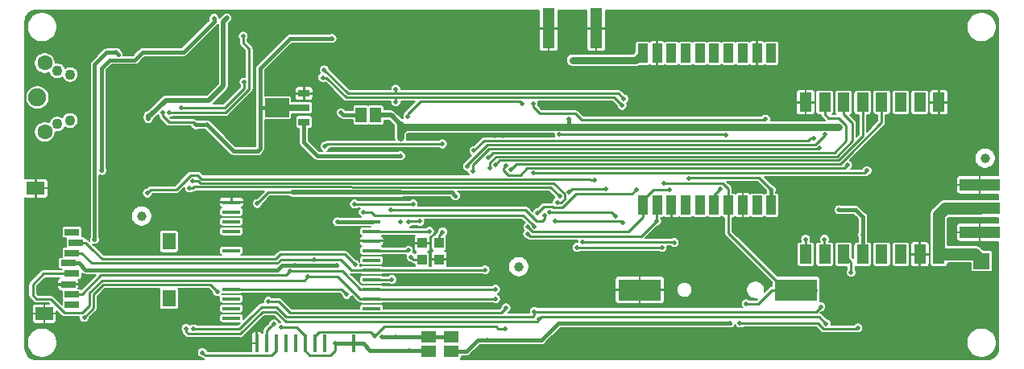
<source format=gbr>
G04 #@! TF.GenerationSoftware,KiCad,Pcbnew,5.0.1-33cea8e~67~ubuntu18.04.1*
G04 #@! TF.CreationDate,2018-11-07T15:19:55-08:00*
G04 #@! TF.ProjectId,fk-core,666B2D636F72652E6B696361645F7063,0.1*
G04 #@! TF.SameCoordinates,PX791ddc0PY791ddc0*
G04 #@! TF.FileFunction,Copper,L2,Bot,Signal*
G04 #@! TF.FilePolarity,Positive*
%FSLAX46Y46*%
G04 Gerber Fmt 4.6, Leading zero omitted, Abs format (unit mm)*
G04 Created by KiCad (PCBNEW 5.0.1-33cea8e~67~ubuntu18.04.1) date Wed 07 Nov 2018 03:19:55 PM PST*
%MOMM*%
%LPD*%
G01*
G04 APERTURE LIST*
G04 #@! TA.AperFunction,ComponentPad*
%ADD10C,1.900000*%
G04 #@! TD*
G04 #@! TA.AperFunction,ComponentPad*
%ADD11C,1.600000*%
G04 #@! TD*
G04 #@! TA.AperFunction,ComponentPad*
%ADD12C,1.100000*%
G04 #@! TD*
G04 #@! TA.AperFunction,SMDPad,CuDef*
%ADD13R,1.498600X0.698500*%
G04 #@! TD*
G04 #@! TA.AperFunction,SMDPad,CuDef*
%ADD14R,1.399540X1.798320*%
G04 #@! TD*
G04 #@! TA.AperFunction,SMDPad,CuDef*
%ADD15R,1.899920X1.399540*%
G04 #@! TD*
G04 #@! TA.AperFunction,SMDPad,CuDef*
%ADD16R,0.400000X1.900000*%
G04 #@! TD*
G04 #@! TA.AperFunction,SMDPad,CuDef*
%ADD17R,1.900000X0.400000*%
G04 #@! TD*
G04 #@! TA.AperFunction,SMDPad,CuDef*
%ADD18R,1.000760X1.998980*%
G04 #@! TD*
G04 #@! TA.AperFunction,SMDPad,CuDef*
%ADD19R,4.500000X2.300000*%
G04 #@! TD*
G04 #@! TA.AperFunction,SMDPad,CuDef*
%ADD20R,4.200000X1.270000*%
G04 #@! TD*
G04 #@! TA.AperFunction,ComponentPad*
%ADD21R,1.700000X1.700000*%
G04 #@! TD*
G04 #@! TA.AperFunction,SMDPad,CuDef*
%ADD22R,1.270000X4.200000*%
G04 #@! TD*
G04 #@! TA.AperFunction,BGAPad,CuDef*
%ADD23C,1.000000*%
G04 #@! TD*
G04 #@! TA.AperFunction,SMDPad,CuDef*
%ADD24R,1.300000X2.000000*%
G04 #@! TD*
G04 #@! TA.AperFunction,SMDPad,CuDef*
%ADD25R,1.600200X1.168400*%
G04 #@! TD*
G04 #@! TA.AperFunction,SMDPad,CuDef*
%ADD26R,1.168400X1.600200*%
G04 #@! TD*
G04 #@! TA.AperFunction,SMDPad,CuDef*
%ADD27R,1.200000X0.800000*%
G04 #@! TD*
G04 #@! TA.AperFunction,SMDPad,CuDef*
%ADD28R,2.200000X0.800000*%
G04 #@! TD*
G04 #@! TA.AperFunction,SMDPad,CuDef*
%ADD29R,2.500000X2.000000*%
G04 #@! TD*
G04 #@! TA.AperFunction,SMDPad,CuDef*
%ADD30R,1.000000X1.100000*%
G04 #@! TD*
G04 #@! TA.AperFunction,ViaPad*
%ADD31C,0.500000*%
G04 #@! TD*
G04 #@! TA.AperFunction,Conductor*
%ADD32C,0.254000*%
G04 #@! TD*
G04 #@! TA.AperFunction,Conductor*
%ADD33C,0.381000*%
G04 #@! TD*
G04 #@! TA.AperFunction,Conductor*
%ADD34C,0.762000*%
G04 #@! TD*
G04 #@! TA.AperFunction,Conductor*
%ADD35C,0.508000*%
G04 #@! TD*
G04 #@! TA.AperFunction,Conductor*
%ADD36C,1.270000*%
G04 #@! TD*
G04 #@! TA.AperFunction,Conductor*
%ADD37C,0.203200*%
G04 #@! TD*
G04 APERTURE END LIST*
D10*
G04 #@! TO.P,J9,10*
G04 #@! TO.N,N/C*
X-51358500Y8445000D03*
D11*
G04 #@! TO.P,J9,9*
G04 #@! TO.N,Net-(J9-Pad9)*
X-50583500Y4820000D03*
G04 #@! TO.P,J9,8*
G04 #@! TO.N,Net-(J9-Pad8)*
X-50583500Y12070000D03*
D12*
G04 #@! TO.P,J9,7*
G04 #@! TO.N,Net-(C14-Pad1)*
X-47933500Y6020000D03*
G04 #@! TO.P,J9,6*
G04 #@! TO.N,Net-(J9-Pad6)*
X-47933500Y10870000D03*
X-49258500Y11245000D03*
G04 #@! TO.P,J9,7*
G04 #@! TO.N,Net-(C14-Pad1)*
X-49258500Y5645000D03*
G04 #@! TD*
D13*
G04 #@! TO.P,M7,1*
G04 #@! TO.N,Net-(M7-Pad1)*
X-47726600Y-5715000D03*
G04 #@! TO.P,M7,2*
G04 #@! TO.N,/D12_SD_CS*
X-47327820Y-6814820D03*
G04 #@! TO.P,M7,3*
G04 #@! TO.N,/MOSI*
X-47726600Y-7914640D03*
G04 #@! TO.P,M7,4*
G04 #@! TO.N,/PERIPH_3V3*
X-48127920Y-9014460D03*
G04 #@! TO.P,M7,5*
G04 #@! TO.N,/SCK*
X-47726600Y-10114280D03*
G04 #@! TO.P,M7,6*
G04 #@! TO.N,GND*
X-48127920Y-11216640D03*
G04 #@! TO.P,M7,7*
G04 #@! TO.N,/MISO*
X-47726600Y-12316460D03*
G04 #@! TO.P,M7,8*
G04 #@! TO.N,Net-(M7-Pad8)*
X-47726600Y-13416280D03*
D14*
G04 #@! TO.P,M7,CD1*
G04 #@! TO.N,Net-(M7-PadCD1)*
X-37528500Y-12715240D03*
G04 #@! TO.P,M7,CD2*
G04 #@! TO.N,Net-(M7-PadCD2)*
X-37528500Y-6715760D03*
D15*
G04 #@! TO.P,M7,MT1*
G04 #@! TO.N,GND*
X-50627280Y-14315440D03*
G04 #@! TO.P,M7,MT2*
X-51528980Y-1115060D03*
G04 #@! TD*
D16*
G04 #@! TO.P,U1,21*
G04 #@! TO.N,Net-(U1-Pad21)*
X-21182330Y-17449800D03*
G04 #@! TO.P,U1,22*
G04 #@! TO.N,/D2_WIFI_EN*
X-22198330Y-17449800D03*
G04 #@! TO.P,U1,23*
G04 #@! TO.N,/PERIPH_3V3*
X-23214331Y-17449800D03*
G04 #@! TO.P,U1,24*
G04 #@! TO.N,Net-(U1-Pad24)*
X-24230331Y-17449800D03*
G04 #@! TO.P,U1,25*
G04 #@! TO.N,N/C*
X-25246330Y-17449800D03*
G04 #@! TO.P,U1,26*
G04 #@! TO.N,Net-(R4-Pad1)*
X-26262330Y-17449800D03*
G04 #@! TO.P,U1,27*
G04 #@! TO.N,Net-(R5-Pad1)*
X-27278330Y-17449800D03*
G04 #@! TO.P,U1,28*
G04 #@! TO.N,GND*
X-28294330Y-17449800D03*
G04 #@! TO.P,U1,20*
G04 #@! TO.N,/PERIPH_3V3*
X-18134330Y-17449800D03*
D17*
G04 #@! TO.P,U1,4*
G04 #@! TO.N,/A1_WIFI_RST*
X-30964730Y-11730350D03*
G04 #@! TO.P,U1,3*
G04 #@! TO.N,Net-(U1-Pad3)*
X-30964730Y-12746350D03*
G04 #@! TO.P,U1,2*
G04 #@! TO.N,Net-(U1-Pad2)*
X-30964730Y-13762350D03*
G04 #@! TO.P,U1,1*
G04 #@! TO.N,Net-(U1-Pad1)*
X-30964730Y-14778350D03*
G04 #@! TO.P,U1,5*
G04 #@! TO.N,N/C*
X-30964730Y-7666350D03*
G04 #@! TO.P,U1,6*
X-30964730Y-5634347D03*
G04 #@! TO.P,U1,7*
X-30964730Y-4618350D03*
G04 #@! TO.P,U1,8*
X-30964730Y-3602350D03*
G04 #@! TO.P,U1,9*
G04 #@! TO.N,GND*
X-30964730Y-2586350D03*
G04 #@! TO.P,U1,19*
G04 #@! TO.N,Net-(U1-Pad19)*
X-16234460Y-13770570D03*
G04 #@! TO.P,U1,18*
G04 #@! TO.N,/SCK*
X-16234460Y-12754570D03*
G04 #@! TO.P,U1,17*
G04 #@! TO.N,/MISO*
X-16234460Y-11738570D03*
G04 #@! TO.P,U1,16*
G04 #@! TO.N,/D7_WIFI_CS*
X-16234460Y-10722570D03*
G04 #@! TO.P,U1,15*
G04 #@! TO.N,/MOSI*
X-16234460Y-9706570D03*
G04 #@! TO.P,U1,14*
G04 #@! TO.N,Net-(U1-Pad14)*
X-16234460Y-8690570D03*
G04 #@! TO.P,U1,13*
G04 #@! TO.N,/A2_WIFI_IRQ*
X-16234460Y-7674570D03*
G04 #@! TO.P,U1,12*
G04 #@! TO.N,GND*
X-16234460Y-6658566D03*
G04 #@! TO.P,U1,11*
G04 #@! TO.N,/D8_WIFI_WAKE*
X-16234460Y-5642566D03*
G04 #@! TO.P,U1,10*
G04 #@! TO.N,/PERIPH_3V3*
X-16234460Y-4626570D03*
G04 #@! TD*
D18*
G04 #@! TO.P,U10,1*
G04 #@! TO.N,Net-(C31-Pad2)*
X25763220Y-2895600D03*
G04 #@! TO.P,U10,2*
G04 #@! TO.N,Net-(U10-Pad2)*
X24264620Y-2895600D03*
G04 #@! TO.P,U10,3*
G04 #@! TO.N,GND*
X22763480Y-2895600D03*
G04 #@! TO.P,U10,4*
G04 #@! TO.N,/BAT_BACKUP*
X21264880Y-2895600D03*
G04 #@! TO.P,U10,5*
G04 #@! TO.N,/GPS_FIX*
X19763740Y-2895600D03*
G04 #@! TO.P,U10,6*
G04 #@! TO.N,Net-(U10-Pad6)*
X18265140Y-2895600D03*
G04 #@! TO.P,U10,7*
G04 #@! TO.N,Net-(U10-Pad7)*
X16764000Y-2895600D03*
G04 #@! TO.P,U10,8*
G04 #@! TO.N,GND*
X15265400Y-2895600D03*
G04 #@! TO.P,U10,9*
G04 #@! TO.N,/GPS_TX*
X13764260Y-2895600D03*
G04 #@! TO.P,U10,10*
G04 #@! TO.N,/GPS_RX*
X12265660Y-2895600D03*
G04 #@! TO.P,U10,11*
G04 #@! TO.N,Net-(J11-Pad1)*
X12265660Y13106400D03*
G04 #@! TO.P,U10,12*
G04 #@! TO.N,GND*
X13764260Y13106400D03*
G04 #@! TO.P,U10,13*
G04 #@! TO.N,Net-(U10-Pad13)*
X15265400Y13106400D03*
G04 #@! TO.P,U10,14*
G04 #@! TO.N,Net-(U10-Pad14)*
X16764000Y13106400D03*
G04 #@! TO.P,U10,15*
G04 #@! TO.N,Net-(U10-Pad15)*
X18265140Y13106400D03*
G04 #@! TO.P,U10,16*
G04 #@! TO.N,Net-(U10-Pad16)*
X19763740Y13106400D03*
G04 #@! TO.P,U10,17*
G04 #@! TO.N,Net-(U10-Pad17)*
X21264880Y13106400D03*
G04 #@! TO.P,U10,18*
G04 #@! TO.N,Net-(U10-Pad18)*
X22763480Y13106400D03*
G04 #@! TO.P,U10,19*
G04 #@! TO.N,GND*
X24264620Y13106400D03*
G04 #@! TO.P,U10,20*
G04 #@! TO.N,Net-(U10-Pad20)*
X25763220Y13106400D03*
G04 #@! TD*
D19*
G04 #@! TO.P,BT1,1*
G04 #@! TO.N,/BAT_BACKUP*
X28355000Y-11811000D03*
G04 #@! TO.P,BT1,2*
G04 #@! TO.N,GND*
X11955000Y-11811000D03*
G04 #@! TD*
D20*
G04 #@! TO.P,J1,1*
G04 #@! TO.N,Net-(J1-Pad1)*
X47669200Y-3251200D03*
G04 #@! TO.P,J1,2*
G04 #@! TO.N,GND*
X47669200Y-751200D03*
G04 #@! TO.P,J1,3*
X47669200Y-5751200D03*
G04 #@! TD*
D21*
G04 #@! TO.P,J4,1*
G04 #@! TO.N,Net-(J1-Pad1)*
X47879000Y-8788400D03*
G04 #@! TD*
D22*
G04 #@! TO.P,J11,5*
G04 #@! TO.N,GND*
X2375400Y15709900D03*
G04 #@! TO.P,J11,4*
X7375400Y15709900D03*
G04 #@! TD*
D23*
G04 #@! TO.P,M9,~*
G04 #@! TO.N,Net-(M9-Pad~)*
X48234600Y2057400D03*
G04 #@! TD*
G04 #@! TO.P,M10,~*
G04 #@! TO.N,Net-(M10-Pad~)*
X-40411400Y-4038600D03*
G04 #@! TD*
G04 #@! TO.P,M11,~*
G04 #@! TO.N,Net-(M11-Pad~)*
X-774700Y-9372600D03*
G04 #@! TD*
D24*
G04 #@! TO.P,U3,1*
G04 #@! TO.N,GND*
X29372800Y7936500D03*
G04 #@! TO.P,U3,2*
G04 #@! TO.N,/MISO*
X31372800Y7936500D03*
G04 #@! TO.P,U3,3*
G04 #@! TO.N,/MOSI*
X33372800Y7936500D03*
G04 #@! TO.P,U3,4*
G04 #@! TO.N,/SCK*
X35372800Y7936500D03*
G04 #@! TO.P,U3,5*
G04 #@! TO.N,/D5_RADIO_CS*
X37372800Y7936500D03*
G04 #@! TO.P,U3,6*
G04 #@! TO.N,Net-(U3-Pad6)*
X39372800Y7936500D03*
G04 #@! TO.P,U3,7*
G04 #@! TO.N,Net-(U3-Pad7)*
X41372800Y7936500D03*
G04 #@! TO.P,U3,8*
G04 #@! TO.N,GND*
X43372800Y7936500D03*
G04 #@! TO.P,U3,9*
G04 #@! TO.N,Net-(J1-Pad1)*
X43372800Y-8063500D03*
G04 #@! TO.P,U3,10*
G04 #@! TO.N,GND*
X41372800Y-8063500D03*
G04 #@! TO.P,U3,11*
G04 #@! TO.N,Net-(U3-Pad11)*
X39372800Y-8063500D03*
G04 #@! TO.P,U3,12*
G04 #@! TO.N,Net-(U3-Pad12)*
X37372800Y-8063500D03*
G04 #@! TO.P,U3,13*
G04 #@! TO.N,3V3*
X35372800Y-8063500D03*
G04 #@! TO.P,U3,14*
G04 #@! TO.N,/D2_RADIO_D0*
X33372800Y-8063500D03*
G04 #@! TO.P,U3,15*
G04 #@! TO.N,/D1_RADIO_D1*
X31372800Y-8063500D03*
G04 #@! TO.P,U3,16*
G04 #@! TO.N,/D0_RADIO_D2*
X29372800Y-8063500D03*
G04 #@! TD*
D25*
G04 #@! TO.P,J12,1*
G04 #@! TO.N,3V3*
X-7874000Y-16764000D03*
G04 #@! TO.P,J12,2*
G04 #@! TO.N,/GPS_3V3*
X-7874000Y-18288000D03*
G04 #@! TD*
G04 #@! TO.P,J2,1*
G04 #@! TO.N,3V3*
X-10223500Y-16764000D03*
G04 #@! TO.P,J2,2*
G04 #@! TO.N,/PERIPH_3V3*
X-10223500Y-18288000D03*
G04 #@! TD*
D26*
G04 #@! TO.P,J14,1*
G04 #@! TO.N,/MODULE_3V3*
X-17322800Y6604000D03*
G04 #@! TO.P,J14,2*
G04 #@! TO.N,3V3*
X-15798800Y6604000D03*
G04 #@! TD*
D27*
G04 #@! TO.P,U14,1*
G04 #@! TO.N,GND*
X-23345200Y8866000D03*
D28*
G04 #@! TO.P,U14,2*
G04 #@! TO.N,VBUS*
X-23845200Y7366000D03*
D27*
G04 #@! TO.P,U14,3*
G04 #@! TO.N,3V3*
X-23345200Y5866000D03*
D29*
G04 #@! TO.P,U14,2*
G04 #@! TO.N,VBUS*
X-26195200Y7366000D03*
G04 #@! TD*
D30*
G04 #@! TO.P,R15,1*
G04 #@! TO.N,GND*
X-10922000Y-6897000D03*
G04 #@! TO.P,R15,2*
G04 #@! TO.N,/D25_PERIPH_EN*
X-10922000Y-8597000D03*
G04 #@! TD*
G04 #@! TO.P,R16,1*
G04 #@! TO.N,GND*
X-9144000Y-8597000D03*
G04 #@! TO.P,R16,2*
G04 #@! TO.N,/A4_GPS_EN*
X-9144000Y-6897000D03*
G04 #@! TD*
D31*
G04 #@! TO.N,GND*
X-52197000Y7112000D03*
X-51562000Y6477000D03*
X-49504600Y-11290300D03*
X-50800000Y-11303000D03*
X8712200Y14630400D03*
X8712200Y15646400D03*
X-45339000Y15062200D03*
X-45339000Y14452600D03*
X-8813800Y1993900D03*
X-8305800Y1485900D03*
X-8750300Y1041400D03*
X-9258300Y1549400D03*
X37211000Y-13385800D03*
X37211000Y-14655800D03*
X7442200Y6883400D03*
X7442200Y7899400D03*
X7442200Y9525000D03*
X-30911800Y9474200D03*
X-30911800Y10693400D03*
X-30911800Y10083800D03*
X-41325800Y15824200D03*
X-41325800Y16637000D03*
X-2413000Y4445000D03*
X-3327400Y4445000D03*
X-50800Y10820400D03*
X-1828800Y12598400D03*
X-685800Y11455400D03*
X-1193800Y11963400D03*
X-19126200Y14655800D03*
X-51117500Y-12077700D03*
X-21386800Y-5499100D03*
X-21386800Y-7023100D03*
X-21386800Y-6261100D03*
X-49504600Y-12103100D03*
G04 #@! TO.N,3V3*
X-7429500Y-1905000D03*
X-13716000Y-16764000D03*
X-15113000Y-16764000D03*
X35372800Y-5994400D03*
X35372800Y-4130800D03*
X32893000Y5334000D03*
X32893000Y-3378200D03*
X34874200Y-15824200D03*
X22479000Y-15316200D03*
X4528867Y-1481263D03*
X8407400Y-1193800D03*
X19329400Y5334000D03*
X4495800Y6223000D03*
X-13182600Y-1549400D03*
X7442200Y5334000D03*
X-13182600Y-4654927D03*
X-28244800Y-2717800D03*
X-23622000Y-1549400D03*
X-24536400Y-1549400D03*
X-13182600Y5613400D03*
X-13182600Y4216400D03*
X-13182600Y4864100D03*
X-13182600Y2311400D03*
G04 #@! TO.N,/SCL*
X10287000Y8305800D03*
X-13690600Y9321800D03*
X-21209000Y11353800D03*
X-35737800Y-15875000D03*
X31521400Y-15367000D03*
X10134600Y-4749800D03*
X3077286Y-4597400D03*
X1397000Y-14909800D03*
G04 #@! TO.N,/SDA*
X9423400Y-4038600D03*
X10091572Y7616152D03*
X-34925000Y-15925800D03*
X30962600Y-13589000D03*
X-13690600Y8001000D03*
X2463800Y-3632200D03*
X-21361400Y10541000D03*
X889000Y-14097000D03*
G04 #@! TO.N,/RESET*
X3479800Y4546600D03*
X21005800Y4495800D03*
G04 #@! TO.N,/A3*
X30251400Y4140200D03*
X-5473700Y2844800D03*
G04 #@! TO.N,/MOSI*
X-4305300Y-9702800D03*
X-22275800Y-8610600D03*
X-3784600Y990600D03*
G04 #@! TO.N,/SCK*
X-3213100Y-12750800D03*
X-22936200Y-10439400D03*
X-3225800Y1384300D03*
G04 #@! TO.N,/MISO*
X-3200400Y-11747500D03*
X-24812320Y-9859200D03*
X-3982368Y2159932D03*
G04 #@! TO.N,/USB-*
X-35077400Y-330200D03*
X3276600Y-2590800D03*
G04 #@! TO.N,/USB+*
X-35382200Y-1092200D03*
X3530600Y-1981200D03*
G04 #@! TO.N,/D30*
X14300200Y-7340600D03*
X5359400Y-7340600D03*
G04 #@! TO.N,/D31*
X15570200Y-6832600D03*
X5969000Y-6781800D03*
G04 #@! TO.N,/A5*
X25171400Y6172200D03*
X739721Y7824079D03*
G04 #@! TO.N,5V0*
X-31445200Y16814800D03*
X-39700200Y6223000D03*
G04 #@! TO.N,/D13*
X35839400Y736600D03*
X774700Y482600D03*
G04 #@! TO.N,/BAT_BACKUP*
X23139400Y-13284200D03*
X14439900Y-622300D03*
G04 #@! TO.N,VBAT*
X-45339000Y-6477000D03*
X-43053000Y13182600D03*
X-32461200Y-11988800D03*
X-46431200Y-14706600D03*
G04 #@! TO.N,VBUS*
X-20396200Y14655800D03*
X-33502600Y5562600D03*
X-34721800Y5562600D03*
X-38193603Y6858000D03*
X-28194000Y2819400D03*
G04 #@! TO.N,VIN*
X-44577000Y762000D03*
X-32791400Y16789400D03*
G04 #@! TO.N,/GPS_FIX*
X20447000Y-1143000D03*
G04 #@! TO.N,Net-(J9-Pad4)*
X-39801800Y-1625600D03*
X-39801800Y-1625600D03*
X7188200Y-228600D03*
G04 #@! TO.N,Net-(J11-Pad1)*
X4889500Y12369800D03*
G04 #@! TO.N,Net-(R4-Pad1)*
X-34010600Y-18415000D03*
G04 #@! TO.N,Net-(R5-Pad1)*
X-26517600Y-15392400D03*
G04 #@! TO.N,/PG*
X-29722000Y14909800D03*
X-37541200Y6858000D03*
G04 #@! TO.N,/CHG*
X-36245800Y7391400D03*
X-29641800Y10058400D03*
G04 #@! TO.N,/GPS_TX*
X157745Y-5929088D03*
X13733085Y-4537670D03*
G04 #@! TO.N,/GPS_RX*
X209854Y-5197683D03*
X15087600Y-1257300D03*
G04 #@! TO.N,/PERIPH_3V3*
X-12255500Y-18161000D03*
X-20091400Y-17449800D03*
X-19837400Y-4648200D03*
X-19854099Y-9203501D03*
X-24307800Y-9203501D03*
X-25734192Y-15760092D03*
G04 #@! TO.N,/GPS_3V3*
X-4064000Y-17081500D03*
X21463000Y-15303500D03*
G04 #@! TO.N,/MODULE_3V3*
X-19443700Y6832600D03*
G04 #@! TO.N,/D12_SD_CS*
X891410Y-5130553D03*
X-17119600Y-3632200D03*
X-17983200Y-9144000D03*
G04 #@! TO.N,/A1_WIFI_RST*
X-11861800Y-2768600D03*
X-18034000Y-2768600D03*
X-18846800Y-12293600D03*
G04 #@! TO.N,/D2_WIFI_EN*
X-2159000Y-15875000D03*
X-15900400Y-16662400D03*
G04 #@! TO.N,/D6_USER_SW*
X11620500Y-1231900D03*
X1206500Y-3695700D03*
G04 #@! TO.N,/D7_WIFI_CS*
X-14100770Y-10722570D03*
X-14198600Y-3378200D03*
X1932919Y-4011400D03*
G04 #@! TO.N,/A2_WIFI_IRQ*
X-12369800Y-7658100D03*
X-12369800Y-4673600D03*
X-11163300Y-4610100D03*
G04 #@! TO.N,/D8_WIFI_WAKE*
X-10160000Y-5651500D03*
G04 #@! TO.N,/A4_GPS_EN*
X-8763000Y-5715000D03*
G04 #@! TO.N,/D9_MODULE_EN*
X-8788400Y3556000D03*
X-21132800Y3302000D03*
G04 #@! TO.N,/D1_RADIO_D1*
X-6159500Y1181100D03*
X31381924Y4550600D03*
X31369000Y-6489700D03*
G04 #@! TO.N,/D0_RADIO_D2*
X-5613400Y685800D03*
X29375100Y-6477000D03*
X30852524Y3171030D03*
G04 #@! TO.N,/D2_RADIO_D0*
X34163000Y-9956800D03*
X33782000Y1320800D03*
X-2108200Y1295400D03*
G04 #@! TO.N,/D5_RADIO_CS*
X-1647000Y821500D03*
G04 #@! TO.N,/D26_FLASH_CS*
X-2108200Y-13716000D03*
X-27063700Y-13004800D03*
G04 #@! TO.N,Net-(C31-Pad2)*
X17081500Y-46800D03*
X25768300Y-1257300D03*
G04 #@! TO.N,/D25_PERIPH_EN*
X-12433300Y6438900D03*
X-431800Y7772400D03*
X-12065000Y-8382000D03*
G04 #@! TD*
D32*
G04 #@! TO.N,GND*
X-51562000Y6477000D02*
X-52197000Y7112000D01*
X-49872900Y7137400D02*
X-49885600Y7137400D01*
X-49504600Y-11290300D02*
X-48201580Y-11290300D01*
X-48201580Y-11290300D02*
X-48127920Y-11216640D01*
X-51117500Y-12077700D02*
X-51117500Y-11620500D01*
X-51117500Y-11620500D02*
X-50800000Y-11303000D01*
X8712200Y15646400D02*
X8712200Y14630400D01*
D33*
X-45339000Y14452600D02*
X-45339000Y15062200D01*
D32*
X-9258300Y1549400D02*
X-8750300Y1041400D01*
X-9258300Y1549400D02*
X-8813800Y1993900D01*
X-8305800Y1485900D02*
X-8813800Y1993900D01*
X-8750300Y1041400D02*
X-8305800Y1485900D01*
X-6362700Y4445000D02*
X-8813800Y1993900D01*
X-3327400Y4445000D02*
X-6362700Y4445000D01*
X37211000Y-14655800D02*
X37211000Y-13385800D01*
X-30911800Y10083800D02*
X-30911800Y10693400D01*
X-685800Y11455400D02*
X-50800Y10820400D01*
X-1193800Y11963400D02*
X-685800Y11455400D01*
X-49504600Y-12103100D02*
X-49504600Y-11290300D01*
D33*
G04 #@! TO.N,3V3*
X-7429500Y-1905000D02*
X-7785100Y-1549400D01*
X-7785100Y-1549400D02*
X-8102600Y-1549400D01*
X-13144500Y-16764000D02*
X-13716000Y-16764000D01*
X-13716000Y-16764000D02*
X-15113000Y-16764000D01*
X-13144500Y-16764000D02*
X-10223500Y-16764000D01*
X-7874000Y-16764000D02*
X-10223500Y-16764000D01*
X35372800Y-4130800D02*
X35372800Y-5994400D01*
X35372800Y-5994400D02*
X35372800Y-8063500D01*
X34620200Y-3378200D02*
X35372800Y-4130800D01*
X32893000Y-3378200D02*
X34620200Y-3378200D01*
D32*
X22479000Y-15316200D02*
X30687086Y-15316200D01*
X30687086Y-15316200D02*
X31267287Y-15896401D01*
X31267287Y-15896401D02*
X34801999Y-15896401D01*
X34801999Y-15896401D02*
X34874200Y-15824200D01*
D33*
X-13182600Y-1549400D02*
X-8102600Y-1549400D01*
D34*
X22098000Y5334000D02*
X32893000Y5334000D01*
D32*
X8407400Y-1193800D02*
X4816330Y-1193800D01*
X4816330Y-1193800D02*
X4528867Y-1481263D01*
D34*
X19634200Y5334000D02*
X22098000Y5334000D01*
X7442200Y5334000D02*
X19634200Y5334000D01*
D32*
X19634200Y5334000D02*
X19612800Y5334000D01*
D34*
X-12446000Y5334000D02*
X4495800Y5334000D01*
X4495800Y5334000D02*
X7442200Y5334000D01*
D33*
X4495800Y5869447D02*
X4495800Y5334000D01*
X4495800Y6223000D02*
X4495800Y5869447D01*
D35*
X-13182600Y5613400D02*
X-14173200Y6604000D01*
X-15798800Y6604000D02*
X-14173200Y6604000D01*
X-13182600Y-1549400D02*
X-23622000Y-1549400D01*
X-23622000Y-1549400D02*
X-24536400Y-1549400D01*
D32*
X-27076400Y-1549400D02*
X-24536400Y-1549400D01*
X-28244800Y-2717800D02*
X-27076400Y-1549400D01*
D34*
X-13182600Y5613400D02*
X-13182600Y4216400D01*
X-12712700Y5334000D02*
X-12446000Y5334000D01*
X-13182600Y4864100D02*
X-12712700Y5334000D01*
D33*
X-23345200Y5866000D02*
X-23345200Y3698300D01*
X-21958300Y2311400D02*
X-13182600Y2311400D01*
X-23345200Y3698300D02*
X-21958300Y2311400D01*
D32*
G04 #@! TO.N,/SCL*
X-35737800Y-15875000D02*
X-35737800Y-16228553D01*
X-35737800Y-16228553D02*
X-35511152Y-16455201D01*
X-14046200Y8864600D02*
X9728200Y8864600D01*
X9728200Y8864600D02*
X10287000Y8305800D01*
X-14046200Y8864600D02*
X-13792200Y8864600D01*
X-18719800Y8864600D02*
X-14046200Y8864600D01*
X10287000Y8428914D02*
X10287000Y8305800D01*
X-13690600Y9321800D02*
X-13690600Y8966200D01*
X-13690600Y8966200D02*
X-13792200Y8864600D01*
X-21209000Y11353800D02*
X-18719800Y8864600D01*
X-35511152Y-16455201D02*
X-30018801Y-16455201D01*
X-26330350Y-14097000D02*
X-25267551Y-15159799D01*
X-30018801Y-16455201D02*
X-27660600Y-14097000D01*
X-27660600Y-14097000D02*
X-26330350Y-14097000D01*
X-25267551Y-15159799D02*
X1147001Y-15159799D01*
X1147001Y-15159799D02*
X1397000Y-14909800D01*
X3077286Y-4597400D02*
X9982200Y-4597400D01*
X9982200Y-4597400D02*
X10134600Y-4749800D01*
X1397000Y-14909800D02*
X1646999Y-14659801D01*
X1646999Y-14659801D02*
X30814201Y-14659801D01*
X30814201Y-14659801D02*
X31521400Y-15367000D01*
G04 #@! TO.N,/SDA*
X-26263600Y-13589000D02*
X-27782151Y-13589000D01*
X-27782151Y-13589000D02*
X-28849533Y-14656382D01*
X-25196218Y-14656382D02*
X-26263600Y-13589000D01*
X683171Y-14656382D02*
X-24536400Y-14656382D01*
X-24536400Y-14656382D02*
X-25196218Y-14656382D01*
X2463800Y-3632200D02*
X9017000Y-3632200D01*
X9017000Y-3632200D02*
X9423400Y-4038600D01*
X889000Y-14097000D02*
X30454600Y-14097000D01*
X30454600Y-14097000D02*
X30962600Y-13589000D01*
X889000Y-14097000D02*
X889000Y-14450553D01*
X889000Y-14450553D02*
X683171Y-14656382D01*
X-28849533Y-14656382D02*
X-30118951Y-15925800D01*
X-30118951Y-15925800D02*
X-34925000Y-15925800D01*
X9069857Y8458190D02*
X9249534Y8458190D01*
X9249534Y8458190D02*
X10091572Y7616152D01*
X9069857Y8458190D02*
X8901930Y8458190D01*
X8901930Y8458190D02*
X7899410Y8458190D01*
X-18008610Y8458190D02*
X-13690600Y8458190D01*
X-13690600Y8458190D02*
X7899410Y8458190D01*
X-13690600Y8001000D02*
X-13690600Y8458190D01*
X-20970950Y10541000D02*
X-18872200Y8442250D01*
X-18024550Y8442250D02*
X-18008610Y8458190D01*
X-18872200Y8442250D02*
X-18024550Y8442250D01*
X-21361400Y10541000D02*
X-20970950Y10541000D01*
G04 #@! TO.N,/RESET*
X3479800Y4546600D02*
X20955000Y4546600D01*
X20955000Y4546600D02*
X21005800Y4495800D01*
G04 #@! TO.N,/A3*
X29897847Y4140200D02*
X30251400Y4140200D01*
X29673246Y3915599D02*
X29897847Y4140200D01*
X-5473700Y2844800D02*
X-4432300Y3886200D01*
X-4406900Y3886200D02*
X-4377501Y3915599D01*
X-4432300Y3886200D02*
X-4406900Y3886200D01*
X-4377501Y3915599D02*
X29673246Y3915599D01*
G04 #@! TO.N,/MOSI*
X-16234460Y-9706570D02*
X-4726123Y-9706570D01*
X-4726123Y-9706570D02*
X-4722353Y-9702800D01*
X-4722353Y-9702800D02*
X-4305300Y-9702800D01*
X-22275800Y-8610600D02*
X-19434770Y-8610600D01*
X-18338800Y-9706570D02*
X-16234460Y-9706570D01*
X-19434770Y-8610600D02*
X-18338800Y-9706570D01*
X33372800Y6682500D02*
X33372800Y7936500D01*
X34277300Y5778000D02*
X33372800Y6682500D01*
X32651720Y2235220D02*
X34277300Y3860800D01*
X34277300Y3860800D02*
X34277300Y5778000D01*
X-2552700Y2235220D02*
X32651720Y2235220D01*
X-2552700Y2235220D02*
X-3158394Y2235220D01*
X-3784600Y1609014D02*
X-3784600Y990600D01*
X-3158394Y2235220D02*
X-3784600Y1609014D01*
X-46723300Y-7914640D02*
X-47726600Y-7914640D01*
X-22275800Y-8610600D02*
X-25755600Y-8610600D01*
X-26141691Y-8996691D02*
X-45641249Y-8996691D01*
X-25755600Y-8610600D02*
X-26141691Y-8996691D01*
X-45641249Y-8996691D02*
X-46723300Y-7914640D01*
G04 #@! TO.N,/SCK*
X-16234460Y-12754570D02*
X-3216870Y-12754570D01*
X-3216870Y-12754570D02*
X-3213100Y-12750800D01*
X19743029Y1824821D02*
X19739040Y1828810D01*
X32816071Y1824821D02*
X19743029Y1824821D01*
X33528000Y2536750D02*
X33251884Y2260634D01*
X33756600Y2765350D02*
X33528000Y2536750D01*
X33528000Y2536750D02*
X32816071Y1824821D01*
X35372800Y4381550D02*
X33756600Y2765350D01*
X35372800Y7936500D02*
X35372800Y4381550D01*
X-23393400Y-10795000D02*
X-23952200Y-10795000D01*
X-23952200Y-10795000D02*
X-23291800Y-10795000D01*
X-23291800Y-10795000D02*
X-22936200Y-10439400D01*
X-19804430Y-10388600D02*
X-22885400Y-10388600D01*
X-22885400Y-10388600D02*
X-22936200Y-10439400D01*
X-19804430Y-10388600D02*
X-17438460Y-12754570D01*
X-17438460Y-12754570D02*
X-16234460Y-12754570D01*
X-2781290Y1828810D02*
X-1193800Y1828810D01*
X-3225800Y1384300D02*
X-2781290Y1828810D01*
X19739040Y1828810D02*
X-1193800Y1828810D01*
X-44119800Y-10795000D02*
X-23952200Y-10795000D01*
X-44526200Y-10795000D02*
X-44119800Y-10795000D01*
X-51854100Y-12369800D02*
X-51460400Y-12763500D01*
X-51854100Y-11226800D02*
X-51854100Y-12369800D01*
X-50741580Y-10114280D02*
X-51854100Y-11226800D01*
X-47726600Y-10114280D02*
X-50741580Y-10114280D01*
X-49980852Y-12763500D02*
X-48514000Y-14230352D01*
X-51460400Y-12763500D02*
X-49980852Y-12763500D01*
X-45872400Y-12141200D02*
X-44526200Y-10795000D01*
X-48514000Y-14230352D02*
X-46685200Y-14230352D01*
X-46685200Y-14230352D02*
X-45872400Y-13417552D01*
X-45872400Y-13417552D02*
X-45872400Y-12141200D01*
G04 #@! TO.N,/MISO*
X-3200400Y-11747500D02*
X-16225530Y-11747500D01*
X-16225530Y-11747500D02*
X-16234460Y-11738570D01*
X-25222200Y-10269080D02*
X-24812320Y-9859200D01*
X-17438460Y-11738570D02*
X-19075400Y-10101630D01*
X-24812320Y-9859200D02*
X-19317830Y-9859200D01*
X-19317830Y-9859200D02*
X-19075400Y-10101630D01*
X-16234460Y-11738570D02*
X-17438460Y-11738570D01*
X-3982368Y2159932D02*
X-3500670Y2641630D01*
X-3500670Y2641630D02*
X32423130Y2641630D01*
X33642300Y3860800D02*
X33642300Y5518660D01*
X32423130Y2641630D02*
X33642300Y3860800D01*
X31372800Y7936500D02*
X31372800Y6682500D01*
X31787340Y6267960D02*
X32893000Y6267960D01*
X31372800Y6682500D02*
X31787340Y6267960D01*
X33642300Y5518660D02*
X32893000Y6267960D01*
X-37846000Y-10269080D02*
X-44203480Y-10269080D01*
X-38412280Y-10269080D02*
X-37846000Y-10269080D01*
X-37846000Y-10269080D02*
X-25222200Y-10269080D01*
X-46685200Y-12316460D02*
X-46685200Y-12293600D01*
X-46685200Y-12316460D02*
X-47726600Y-12316460D01*
X-44660680Y-10269080D02*
X-44203480Y-10269080D01*
X-46685200Y-12293600D02*
X-44660680Y-10269080D01*
G04 #@! TO.N,/USB-*
X2891704Y-558790D02*
X-34239200Y-558790D01*
X-34239200Y-558790D02*
X-34467790Y-330200D01*
X-34467790Y-330200D02*
X-35077400Y-330200D01*
X3276600Y-2590800D02*
X3704514Y-2590800D01*
X3704514Y-2590800D02*
X4060001Y-2235313D01*
X4060001Y-2235313D02*
X4060001Y-1727087D01*
X4060001Y-1727087D02*
X2891704Y-558790D01*
G04 #@! TO.N,/USB+*
X-35382200Y-1092200D02*
X-35028647Y-1092200D01*
X-34901647Y-965200D02*
X-18338800Y-965200D01*
X-35028647Y-1092200D02*
X-34901647Y-965200D01*
X-18313400Y-990600D02*
X2540000Y-990600D01*
X2540000Y-990600D02*
X3530600Y-1981200D01*
G04 #@! TO.N,/D30*
X11506200Y-7340600D02*
X14300200Y-7340600D01*
X5359400Y-7340600D02*
X11506200Y-7340600D01*
G04 #@! TO.N,/D31*
X12268200Y-6781800D02*
X15519400Y-6781800D01*
X15519400Y-6781800D02*
X15570200Y-6832600D01*
X5969000Y-6781800D02*
X12268200Y-6781800D01*
G04 #@! TO.N,/A5*
X9372600Y6070600D02*
X25069800Y6070600D01*
X25069800Y6070600D02*
X25171400Y6172200D01*
X5867400Y6070600D02*
X9372600Y6070600D01*
X5185599Y6752401D02*
X5867400Y6070600D01*
X1457846Y6752401D02*
X1651000Y6752401D01*
X739721Y7470526D02*
X1457846Y6752401D01*
X739721Y7824079D02*
X739721Y7470526D01*
X1651000Y6752401D02*
X5185599Y6752401D01*
D35*
G04 #@! TO.N,5V0*
X-39700200Y6223000D02*
X-39700200Y6527800D01*
X-37869677Y8153400D02*
X-33324800Y8153400D01*
X-33324800Y8153400D02*
X-31800800Y9677400D01*
X-39700200Y6527800D02*
X-39495277Y6527800D01*
X-31800800Y9677400D02*
X-31800800Y16459200D01*
X-39495277Y6527800D02*
X-37869677Y8153400D01*
X-31800800Y16459200D02*
X-31445200Y16814800D01*
D32*
G04 #@! TO.N,/D13*
X10261600Y482600D02*
X10591800Y482600D01*
X10261600Y482600D02*
X35585400Y482600D01*
X35585400Y482600D02*
X35839400Y736600D01*
X774700Y482600D02*
X10261600Y482600D01*
G04 #@! TO.N,/BAT_BACKUP*
X21264880Y-2895600D02*
X21264880Y-5820880D01*
X21264880Y-5820880D02*
X27255000Y-11811000D01*
X27255000Y-11811000D02*
X28355000Y-11811000D01*
X28355000Y-11811000D02*
X25851000Y-11811000D01*
X25851000Y-11811000D02*
X24377800Y-13284200D01*
X24377800Y-13284200D02*
X23492953Y-13284200D01*
X23492953Y-13284200D02*
X23139400Y-13284200D01*
D33*
X29274200Y-11811000D02*
X30374200Y-11811000D01*
D32*
X20701113Y-613599D02*
X21264880Y-1177366D01*
X14802154Y-613599D02*
X20701113Y-613599D01*
X21264880Y-1177366D02*
X21264880Y-2895600D01*
X14793453Y-622300D02*
X14802154Y-613599D01*
X14439900Y-622300D02*
X14793453Y-622300D01*
D33*
G04 #@! TO.N,VBAT*
X-43053000Y13182600D02*
X-44094400Y13182600D01*
X-44094400Y13182600D02*
X-45339000Y11938000D01*
X-45339000Y-6477000D02*
X-45339000Y11938000D01*
X-43053000Y13182600D02*
X-42803001Y12932601D01*
D32*
X-33172400Y-11277600D02*
X-32461200Y-11988800D01*
X-46431200Y-14706600D02*
X-45465990Y-13741390D01*
X-45465990Y-13741390D02*
X-45465990Y-12309540D01*
X-44434050Y-11277600D02*
X-33172400Y-11277600D01*
X-45465990Y-12309540D02*
X-44434050Y-11277600D01*
D33*
G04 #@! TO.N,VBUS*
X-30759400Y2819400D02*
X-33502600Y5562600D01*
X-28194000Y2819400D02*
X-30759400Y2819400D01*
X-24815800Y14655800D02*
X-20396200Y14655800D01*
X-27944001Y11527599D02*
X-24815800Y14655800D01*
X-28194000Y2819400D02*
X-27944001Y3069399D01*
X-34721800Y5562600D02*
X-33502600Y5562600D01*
D32*
X-37501755Y5812599D02*
X-38193603Y6504447D01*
X-34971799Y5812599D02*
X-37501755Y5812599D01*
X-38193603Y6504447D02*
X-38193603Y6858000D01*
X-34721800Y5562600D02*
X-34971799Y5812599D01*
D33*
X-23995200Y7366000D02*
X-25095200Y7366000D01*
X-25095200Y7366000D02*
X-27944001Y7366000D01*
X-27944001Y7366000D02*
X-27944001Y11527599D01*
X-27944001Y3069399D02*
X-27944001Y7366000D01*
G04 #@! TO.N,VIN*
X-40690800Y12827000D02*
X-40284400Y13233400D01*
X-44577000Y11557000D02*
X-43734807Y12399193D01*
X-43734807Y12399193D02*
X-41118607Y12399193D01*
X-41118607Y12399193D02*
X-40690800Y12827000D01*
X-44577000Y762000D02*
X-44577000Y11557000D01*
X-32791400Y16789400D02*
X-32791400Y16435847D01*
X-32791400Y16435847D02*
X-33041399Y16185848D01*
X-33041399Y16185848D02*
X-33041399Y16183801D01*
X-35991800Y13233400D02*
X-40284400Y13233400D01*
X-33041399Y16183801D02*
X-35991800Y13233400D01*
D32*
G04 #@! TO.N,/GPS_FIX*
X19763740Y-2895600D02*
X19763740Y-1826260D01*
X19763740Y-1826260D02*
X20447000Y-1143000D01*
G04 #@! TO.N,Net-(J9-Pad4)*
X-34096240Y-127000D02*
X6733047Y-127000D01*
X6733047Y-127000D02*
X6834647Y-228600D01*
X6834647Y-228600D02*
X7188200Y-228600D01*
X-39420801Y-1244601D02*
X-39103300Y-1244601D01*
X-39801800Y-1625600D02*
X-39420801Y-1244601D01*
X-34502640Y279400D02*
X-34096240Y-127000D01*
X-39103300Y-1244601D02*
X-36766501Y-1244601D01*
X-35242500Y279400D02*
X-34502640Y279400D01*
X-36766501Y-1244601D02*
X-35242500Y279400D01*
D34*
G04 #@! TO.N,Net-(J11-Pad1)*
X6375400Y12369800D02*
X4889500Y12369800D01*
X6375400Y12369800D02*
X11529060Y12369800D01*
X11529060Y12369800D02*
X12265660Y13106400D01*
D32*
G04 #@! TO.N,Net-(R4-Pad1)*
X-34010600Y-18415000D02*
X-33718500Y-18707100D01*
X-33718500Y-18707100D02*
X-26769630Y-18707100D01*
X-26769630Y-18707100D02*
X-26262330Y-18199800D01*
X-26262330Y-18199800D02*
X-26262330Y-17449800D01*
G04 #@! TO.N,Net-(R5-Pad1)*
X-26809317Y-15689209D02*
X-26809317Y-15684117D01*
X-26809317Y-15684117D02*
X-26517600Y-15392400D01*
X-27278330Y-16158222D02*
X-27059316Y-15939208D01*
X-27278330Y-17449800D02*
X-27278330Y-16158222D01*
X-27059316Y-15939208D02*
X-26809317Y-15689209D01*
G04 #@! TO.N,/PG*
X-29722000Y14909800D02*
X-29722000Y14198600D01*
X-29083000Y13559600D02*
X-29083000Y9356650D01*
X-29722000Y14198600D02*
X-29083000Y13559600D01*
X-31581650Y6858000D02*
X-31927800Y6858000D01*
X-31927800Y6858000D02*
X-37541200Y6858000D01*
X-29083000Y9356650D02*
X-31581650Y6858000D01*
G04 #@! TO.N,/CHG*
X-30988000Y8026400D02*
X-29641800Y9372600D01*
X-29641800Y9372600D02*
X-29641800Y10058400D01*
X-30988000Y8026400D02*
X-31064200Y7950200D01*
X-36245800Y7391400D02*
X-31623000Y7391400D01*
X-31623000Y7391400D02*
X-30988000Y8026400D01*
G04 #@! TO.N,/GPS_TX*
X442573Y-6179087D02*
X11303000Y-6179087D01*
X11303000Y-6179087D02*
X11462483Y-6179087D01*
X12087399Y-6179087D02*
X11303000Y-6179087D01*
X442573Y-6179087D02*
X192574Y-5929088D01*
X13764260Y-4506495D02*
X13733085Y-4537670D01*
X13764260Y-4502226D02*
X13764260Y-4506495D01*
X13733085Y-4537670D02*
X12087399Y-6179087D01*
X13733085Y-2926775D02*
X13764260Y-2895600D01*
X13733085Y-4537670D02*
X13733085Y-2926775D01*
G04 #@! TO.N,/GPS_RX*
X12265660Y-2895600D02*
X12265660Y-4149090D01*
X12265660Y-4149090D02*
X10754796Y-5659954D01*
X10754796Y-5659954D02*
X672125Y-5659954D01*
X672125Y-5659954D02*
X209854Y-5197683D01*
X12265660Y-2895600D02*
X12265660Y-2396490D01*
X13404850Y-1257300D02*
X13214350Y-1447800D01*
X15087600Y-1257300D02*
X13404850Y-1257300D01*
X12265660Y-2396490D02*
X13214350Y-1447800D01*
D36*
G04 #@! TO.N,Net-(J1-Pad1)*
X43372800Y-8063500D02*
X43372800Y-6527800D01*
X43372800Y-6527800D02*
X43372800Y-5793500D01*
X47669200Y-3251200D02*
X44018200Y-3251200D01*
X44018200Y-3251200D02*
X43372800Y-3896600D01*
X43372800Y-3896600D02*
X43372800Y-6527800D01*
X45915100Y-3251200D02*
X47669200Y-3251200D01*
X43372800Y-8063500D02*
X47154100Y-8063500D01*
X47154100Y-8063500D02*
X47879000Y-8788400D01*
D33*
G04 #@! TO.N,/PERIPH_3V3*
X-10591800Y-18161000D02*
X-12255500Y-18161000D01*
X-12255500Y-18161000D02*
X-16383000Y-18161000D01*
X-48127920Y-9014460D02*
X-46997620Y-9014460D01*
X-46301660Y-9710420D02*
X-26118820Y-9710420D01*
X-26118820Y-9710420D02*
X-25611901Y-9203501D01*
X-46997620Y-9014460D02*
X-46301660Y-9710420D01*
X-25611901Y-9203501D02*
X-24307800Y-9203501D01*
X-16383000Y-18161000D02*
X-17094200Y-17449800D01*
X-17094200Y-17449800D02*
X-18134330Y-17449800D01*
D32*
X-22734930Y-18679201D02*
X-20548600Y-18679201D01*
X-20091400Y-18222001D02*
X-20548600Y-18679201D01*
X-20091400Y-17449800D02*
X-20091400Y-18222001D01*
D33*
X-20091400Y-17449800D02*
X-18134330Y-17449800D01*
X-16234460Y-4626570D02*
X-19815770Y-4626570D01*
X-19815770Y-4626570D02*
X-19837400Y-4648200D01*
X-24307800Y-9203501D02*
X-19854099Y-9203501D01*
D32*
X-23214331Y-17449800D02*
X-23214331Y-18199800D01*
X-23214331Y-18199800D02*
X-22734930Y-18679201D01*
D33*
X-16206103Y-4654927D02*
X-16234460Y-4626570D01*
D32*
X-25734192Y-15760092D02*
X-24154039Y-15760092D01*
X-24154039Y-15760092D02*
X-23214331Y-16699800D01*
X-23214331Y-16699800D02*
X-23214331Y-17449800D01*
D33*
G04 #@! TO.N,/GPS_3V3*
X-5131994Y-17145000D02*
X-6274994Y-18288000D01*
X-4064000Y-17081500D02*
X-5068494Y-17081500D01*
X-5068494Y-17081500D02*
X-5131994Y-17145000D01*
X-6274994Y-18288000D02*
X-6692900Y-18288000D01*
X-6692900Y-18288000D02*
X-7874000Y-18288000D01*
X3429000Y-15303500D02*
X1651000Y-17081500D01*
X1651000Y-17081500D02*
X-4064000Y-17081500D01*
X3429000Y-15303500D02*
X21463000Y-15303500D01*
G04 #@! TO.N,/MODULE_3V3*
X-19215100Y6604000D02*
X-19443700Y6832600D01*
X-17322800Y6604000D02*
X-19215100Y6604000D01*
D32*
G04 #@! TO.N,/D12_SD_CS*
X-47327820Y-6814820D02*
X-46324520Y-6814820D01*
X-46324520Y-6814820D02*
X-45628560Y-7510780D01*
X-17119600Y-3632200D02*
X-16230600Y-3632200D01*
X-16230600Y-3632200D02*
X-15925800Y-3937000D01*
X-15925800Y-3937000D02*
X-302143Y-3937000D01*
X-302143Y-3937000D02*
X641411Y-4880554D01*
X641411Y-4880554D02*
X891410Y-5130553D01*
X-19046001Y-8081199D02*
X-17983200Y-9144000D01*
X-25806400Y-8081199D02*
X-19046001Y-8081199D01*
X-26315482Y-8590281D02*
X-25806400Y-8081199D01*
X-44549059Y-8590281D02*
X-45628560Y-7510780D01*
X-40081200Y-8590281D02*
X-44549059Y-8590281D01*
X-40754299Y-8590281D02*
X-40081200Y-8590281D01*
X-40081200Y-8590281D02*
X-26315482Y-8590281D01*
G04 #@! TO.N,/A1_WIFI_RST*
X-11861800Y-2768600D02*
X-12336398Y-2768600D01*
X-12336398Y-2768600D02*
X-12340399Y-2772601D01*
X-12340399Y-2772601D02*
X-16142399Y-2772601D01*
X-16142399Y-2772601D02*
X-16146400Y-2768600D01*
X-16146400Y-2768600D02*
X-18034000Y-2768600D01*
X-23393400Y-11730350D02*
X-22432650Y-11730350D01*
X-30964730Y-11730350D02*
X-23393400Y-11730350D01*
X-23393400Y-11730350D02*
X-19410050Y-11730350D01*
X-19410050Y-11730350D02*
X-18846800Y-12293600D01*
G04 #@! TO.N,/D2_WIFI_EN*
X-2159000Y-15875000D02*
X-2921000Y-15875000D01*
X-2921000Y-15875000D02*
X-3158299Y-15637701D01*
X-14875701Y-15637701D02*
X-3158299Y-15637701D01*
X-15900400Y-16662400D02*
X-14875701Y-15637701D01*
X-22198330Y-17449800D02*
X-22198330Y-16699800D01*
X-22198330Y-16699800D02*
X-21718929Y-16220399D01*
X-21718929Y-16220399D02*
X-16342401Y-16220399D01*
X-16342401Y-16220399D02*
X-15900400Y-16662400D01*
G04 #@! TO.N,/D6_USER_SW*
X9669599Y-1723201D02*
X11129199Y-1723201D01*
X11129199Y-1723201D02*
X11620500Y-1231900D01*
X3441700Y-3120201D02*
X2866201Y-3120201D01*
X5249099Y-1723201D02*
X3852099Y-3120201D01*
X3852099Y-3120201D02*
X3441700Y-3120201D01*
X9669599Y-1723201D02*
X5249099Y-1723201D01*
X2794000Y-3048000D02*
X2866201Y-3120201D01*
X1854200Y-3048000D02*
X2794000Y-3048000D01*
X1206500Y-3695700D02*
X1854200Y-3048000D01*
G04 #@! TO.N,/D7_WIFI_CS*
X-16234460Y-10722570D02*
X-14100770Y-10722570D01*
X-77429Y-3378200D02*
X-1168400Y-3378200D01*
X1092200Y-4547829D02*
X-77429Y-3378200D01*
X641411Y-4097040D02*
X1092200Y-4547829D01*
X-14198600Y-3378200D02*
X-1168400Y-3378200D01*
X1664990Y-4547829D02*
X1932919Y-4279900D01*
X1092200Y-4547829D02*
X1664990Y-4547829D01*
X1932919Y-4011400D02*
X1932919Y-4279900D01*
G04 #@! TO.N,/A2_WIFI_IRQ*
X-16234460Y-7674570D02*
X-12386270Y-7674570D01*
X-12386270Y-7674570D02*
X-12369800Y-7658100D01*
X-11163300Y-4610100D02*
X-12306300Y-4610100D01*
X-12306300Y-4610100D02*
X-12369800Y-4673600D01*
X-16234460Y-7674570D02*
X-15484460Y-7674570D01*
G04 #@! TO.N,/D8_WIFI_WAKE*
X-16234460Y-5642566D02*
X-10168934Y-5642566D01*
X-10168934Y-5642566D02*
X-10160000Y-5651500D01*
G04 #@! TO.N,/A4_GPS_EN*
X-9144000Y-6897000D02*
X-9144000Y-6096000D01*
X-9144000Y-6096000D02*
X-8763000Y-5715000D01*
G04 #@! TO.N,/D9_MODULE_EN*
X-20878800Y3556000D02*
X-21132800Y3302000D01*
X-8788400Y3556000D02*
X-20878800Y3556000D01*
G04 #@! TO.N,/D1_RADIO_D1*
X-6159500Y1375486D02*
X-6159500Y1181100D01*
X-4055196Y3479790D02*
X-6159500Y1375486D01*
X12014264Y3479864D02*
X12014191Y3479791D01*
X29514800Y3479864D02*
X12014264Y3479864D01*
X12014191Y3479791D02*
X-4055196Y3479790D01*
X31381924Y4487210D02*
X31381924Y4550600D01*
X30374578Y3479864D02*
X31381924Y4487210D01*
X29514800Y3479864D02*
X30374578Y3479864D01*
X31369000Y-8059700D02*
X31372800Y-8063500D01*
X31369000Y-6489700D02*
X31369000Y-8059700D01*
G04 #@! TO.N,/D0_RADIO_D2*
X29372800Y-6479300D02*
X29375100Y-6477000D01*
X29372800Y-8063500D02*
X29372800Y-6479300D01*
X-5613400Y1346836D02*
X-5613400Y685800D01*
X-3886856Y3073380D02*
X-5613400Y1346836D01*
X30852524Y3171030D02*
X30754948Y3073454D01*
X30754948Y3073454D02*
X12204754Y3073454D01*
X12204754Y3073454D02*
X12204680Y3073380D01*
X12204680Y3073380D02*
X-3886856Y3073380D01*
G04 #@! TO.N,/D2_RADIO_D0*
X34163000Y-9956800D02*
X34163000Y-8853700D01*
X34163000Y-8853700D02*
X33372800Y-8063500D01*
X8826500Y1012001D02*
X33248600Y1012001D01*
X33248600Y1012001D02*
X33473201Y1012001D01*
X33473201Y1012001D02*
X33782000Y1320800D01*
X10422701Y1012001D02*
X8826500Y1012001D01*
X76200Y1012001D02*
X76200Y990600D01*
X8826500Y1012001D02*
X76200Y1012001D01*
X76200Y990600D02*
X-622300Y292100D01*
X-1901114Y292100D02*
X-1549400Y292100D01*
X-2358199Y749185D02*
X-1901114Y292100D01*
X-2108200Y1295400D02*
X-2358199Y1045401D01*
X-2358199Y1045401D02*
X-2358199Y749185D01*
X-622300Y292100D02*
X-1549400Y292100D01*
G04 #@! TO.N,/D5_RADIO_CS*
X19574689Y1418411D02*
X32984411Y1418411D01*
X32984411Y1418411D02*
X33420224Y1854224D01*
X19570700Y1422400D02*
X19574689Y1418411D01*
X37372800Y5806800D02*
X33852000Y2286000D01*
X33852000Y2286000D02*
X33420224Y1854224D01*
X37372800Y7936500D02*
X37372800Y5806800D01*
X127000Y1422400D02*
X19570700Y1422400D01*
X127000Y1422400D02*
X-1046100Y1422400D01*
X-1046100Y1422400D02*
X-1647000Y821500D01*
G04 #@! TO.N,/D26_FLASH_CS*
X-24786076Y-14249971D02*
X-2642171Y-14249971D01*
X-2642171Y-14249971D02*
X-2108200Y-13716000D01*
X-26031247Y-13004800D02*
X-24786076Y-14249971D01*
X-27063700Y-13004800D02*
X-26031247Y-13004800D01*
G04 #@! TO.N,Net-(C31-Pad2)*
X25717500Y-2941320D02*
X25763220Y-2895600D01*
X25679400Y-2811780D02*
X25763220Y-2895600D01*
X25763220Y-2396490D02*
X25763220Y-2895600D01*
X24472900Y38100D02*
X17166400Y38100D01*
X17166400Y38100D02*
X17081500Y-46800D01*
X25768300Y-1257300D02*
X24472900Y38100D01*
D33*
X25768300Y-2890520D02*
X25763220Y-2895600D01*
X25768300Y-1257300D02*
X25768300Y-2890520D01*
D32*
G04 #@! TO.N,/D25_PERIPH_EN*
X-11074420Y8051780D02*
X-12433300Y6692900D01*
X-12433300Y6692900D02*
X-12433300Y6438900D01*
X-711180Y8051780D02*
X-11074420Y8051780D01*
X-431800Y7772400D02*
X-711180Y8051780D01*
X-10922000Y-8597000D02*
X-11850000Y-8597000D01*
X-11850000Y-8597000D02*
X-12065000Y-8382000D01*
G04 #@! TD*
D37*
G04 #@! TO.N,GND*
G36*
X1384800Y15824200D02*
X1473700Y15735300D01*
X2350000Y15735300D01*
X2350000Y15755300D01*
X2400800Y15755300D01*
X2400800Y15735300D01*
X3277100Y15735300D01*
X3366000Y15824200D01*
X3366000Y17620200D01*
X6384800Y17620200D01*
X6384800Y15824200D01*
X6473700Y15735300D01*
X7350000Y15735300D01*
X7350000Y15755300D01*
X7400800Y15755300D01*
X7400800Y15735300D01*
X8277100Y15735300D01*
X8366000Y15824200D01*
X8366000Y16020104D01*
X46290200Y16020104D01*
X46290200Y15709896D01*
X46350718Y15405648D01*
X46469430Y15119052D01*
X46641773Y14861123D01*
X46861123Y14641773D01*
X47119052Y14469430D01*
X47405648Y14350718D01*
X47709896Y14290200D01*
X48020104Y14290200D01*
X48324352Y14350718D01*
X48610948Y14469430D01*
X48868877Y14641773D01*
X49088227Y14861123D01*
X49260570Y15119052D01*
X49379282Y15405648D01*
X49439800Y15709896D01*
X49439800Y16020104D01*
X49379282Y16324352D01*
X49260570Y16610948D01*
X49088227Y16868877D01*
X48868877Y17088227D01*
X48610948Y17260570D01*
X48324352Y17379282D01*
X48020104Y17439800D01*
X47709896Y17439800D01*
X47405648Y17379282D01*
X47119052Y17260570D01*
X46861123Y17088227D01*
X46641773Y16868877D01*
X46469430Y16610948D01*
X46350718Y16324352D01*
X46290200Y16020104D01*
X8366000Y16020104D01*
X8366000Y17620200D01*
X48481429Y17620200D01*
X48717225Y17597080D01*
X48926182Y17533992D01*
X49118898Y17431524D01*
X49288049Y17293567D01*
X49427178Y17125388D01*
X49530992Y16933390D01*
X49595537Y16724878D01*
X49620201Y16490210D01*
X49620201Y239400D01*
X47783500Y239400D01*
X47694600Y150500D01*
X47694600Y-725800D01*
X47714600Y-725800D01*
X47714600Y-776600D01*
X47694600Y-776600D01*
X47694600Y-1652900D01*
X47783500Y-1741800D01*
X49620200Y-1741800D01*
X49620200Y-2309926D01*
X45569200Y-2309926D01*
X45554234Y-2311400D01*
X44064356Y-2311400D01*
X44018199Y-2306854D01*
X43972042Y-2311400D01*
X43972033Y-2311400D01*
X43833967Y-2324998D01*
X43656814Y-2378737D01*
X43493549Y-2466004D01*
X43473729Y-2482270D01*
X43408068Y-2536157D01*
X43350446Y-2583446D01*
X43321017Y-2619305D01*
X42740914Y-3199410D01*
X42705046Y-3228846D01*
X42587604Y-3371949D01*
X42500337Y-3535215D01*
X42446598Y-3712368D01*
X42433000Y-3850434D01*
X42433000Y-3850443D01*
X42428454Y-3896600D01*
X42433000Y-3942758D01*
X42433001Y-5747326D01*
X42433000Y-5747333D01*
X42433000Y-6573966D01*
X42433001Y-6573976D01*
X42433001Y-6968840D01*
X42422411Y-7003749D01*
X42416526Y-7063500D01*
X42416526Y-9063500D01*
X42422411Y-9123251D01*
X42439840Y-9180706D01*
X42468142Y-9233657D01*
X42506232Y-9280068D01*
X42552643Y-9318158D01*
X42605594Y-9346460D01*
X42663049Y-9363889D01*
X42722800Y-9369774D01*
X44022800Y-9369774D01*
X44082551Y-9363889D01*
X44140006Y-9346460D01*
X44192957Y-9318158D01*
X44239368Y-9280068D01*
X44277458Y-9233657D01*
X44305760Y-9180706D01*
X44323189Y-9123251D01*
X44329074Y-9063500D01*
X44329074Y-9003300D01*
X46722726Y-9003300D01*
X46722726Y-9638400D01*
X46728611Y-9698151D01*
X46746040Y-9755606D01*
X46774342Y-9808557D01*
X46812432Y-9854968D01*
X46858843Y-9893058D01*
X46911794Y-9921360D01*
X46969249Y-9938789D01*
X47029000Y-9944674D01*
X48729000Y-9944674D01*
X48788751Y-9938789D01*
X48846206Y-9921360D01*
X48899157Y-9893058D01*
X48945568Y-9854968D01*
X48983658Y-9808557D01*
X49011960Y-9755606D01*
X49029389Y-9698151D01*
X49035274Y-9638400D01*
X49035274Y-7938400D01*
X49029389Y-7878649D01*
X49011960Y-7821194D01*
X48983658Y-7768243D01*
X48945568Y-7721832D01*
X48899157Y-7683742D01*
X48846206Y-7655440D01*
X48788751Y-7638011D01*
X48729000Y-7632126D01*
X48051803Y-7632126D01*
X47851290Y-7431614D01*
X47821854Y-7395746D01*
X47678751Y-7278304D01*
X47515486Y-7191037D01*
X47338333Y-7137298D01*
X47200267Y-7123700D01*
X47200257Y-7123700D01*
X47154100Y-7119154D01*
X47107943Y-7123700D01*
X44329074Y-7123700D01*
X44329074Y-7063500D01*
X44323189Y-7003749D01*
X44312600Y-6968842D01*
X44312600Y-5865500D01*
X45213600Y-5865500D01*
X45213600Y-6421223D01*
X45227265Y-6489924D01*
X45254071Y-6554639D01*
X45292987Y-6612881D01*
X45342518Y-6662412D01*
X45400760Y-6701328D01*
X45465475Y-6728134D01*
X45534176Y-6741800D01*
X47554900Y-6741800D01*
X47643800Y-6652900D01*
X47643800Y-5776600D01*
X45302500Y-5776600D01*
X45213600Y-5865500D01*
X44312600Y-5865500D01*
X44312600Y-5081177D01*
X45213600Y-5081177D01*
X45213600Y-5636900D01*
X45302500Y-5725800D01*
X47643800Y-5725800D01*
X47643800Y-4849500D01*
X47554900Y-4760600D01*
X45534176Y-4760600D01*
X45465475Y-4774266D01*
X45400760Y-4801072D01*
X45342518Y-4839988D01*
X45292987Y-4889519D01*
X45254071Y-4947761D01*
X45227265Y-5012476D01*
X45213600Y-5081177D01*
X44312600Y-5081177D01*
X44312600Y-4285877D01*
X44407477Y-4191000D01*
X45554234Y-4191000D01*
X45569200Y-4192474D01*
X49620200Y-4192474D01*
X49620200Y-4760600D01*
X47783500Y-4760600D01*
X47694600Y-4849500D01*
X47694600Y-5725800D01*
X47714600Y-5725800D01*
X47714600Y-5776600D01*
X47694600Y-5776600D01*
X47694600Y-6652900D01*
X47783500Y-6741800D01*
X49620200Y-6741800D01*
X49620200Y-17981430D01*
X49597080Y-18217225D01*
X49533992Y-18426183D01*
X49431523Y-18618899D01*
X49293567Y-18788050D01*
X49125390Y-18927177D01*
X48933390Y-19030992D01*
X48724882Y-19095536D01*
X48490220Y-19120200D01*
X-6895631Y-19120200D01*
X-6857332Y-19088768D01*
X-6819242Y-19042357D01*
X-6790940Y-18989406D01*
X-6773511Y-18931951D01*
X-6767626Y-18872200D01*
X-6767626Y-18783300D01*
X-6299311Y-18783300D01*
X-6274994Y-18785695D01*
X-6250677Y-18783300D01*
X-6250667Y-18783300D01*
X-6177898Y-18776133D01*
X-6084534Y-18747811D01*
X-5998489Y-18701819D01*
X-5923070Y-18639924D01*
X-5907560Y-18621025D01*
X-4863334Y-17576800D01*
X-4318001Y-17576800D01*
X-4225829Y-17614979D01*
X-4118643Y-17636300D01*
X-4009357Y-17636300D01*
X-3902171Y-17614979D01*
X-3809999Y-17576800D01*
X1626683Y-17576800D01*
X1651000Y-17579195D01*
X1675317Y-17576800D01*
X1675327Y-17576800D01*
X1748096Y-17569633D01*
X1841460Y-17541311D01*
X1927505Y-17495319D01*
X2002924Y-17433424D01*
X2018434Y-17414525D01*
X2223063Y-17209896D01*
X46290200Y-17209896D01*
X46290200Y-17520104D01*
X46350718Y-17824352D01*
X46469430Y-18110948D01*
X46641773Y-18368877D01*
X46861123Y-18588227D01*
X47119052Y-18760570D01*
X47405648Y-18879282D01*
X47709896Y-18939800D01*
X48020104Y-18939800D01*
X48324352Y-18879282D01*
X48610948Y-18760570D01*
X48868877Y-18588227D01*
X49088227Y-18368877D01*
X49260570Y-18110948D01*
X49379282Y-17824352D01*
X49439800Y-17520104D01*
X49439800Y-17209896D01*
X49379282Y-16905648D01*
X49260570Y-16619052D01*
X49088227Y-16361123D01*
X48868877Y-16141773D01*
X48610948Y-15969430D01*
X48324352Y-15850718D01*
X48020104Y-15790200D01*
X47709896Y-15790200D01*
X47405648Y-15850718D01*
X47119052Y-15969430D01*
X46861123Y-16141773D01*
X46641773Y-16361123D01*
X46469430Y-16619052D01*
X46350718Y-16905648D01*
X46290200Y-17209896D01*
X2223063Y-17209896D01*
X3634159Y-15798800D01*
X21208999Y-15798800D01*
X21301171Y-15836979D01*
X21408357Y-15858300D01*
X21517643Y-15858300D01*
X21624829Y-15836979D01*
X21725796Y-15795157D01*
X21816664Y-15734441D01*
X21893941Y-15657164D01*
X21954657Y-15566296D01*
X21968370Y-15533191D01*
X21987343Y-15578996D01*
X22048059Y-15669864D01*
X22125336Y-15747141D01*
X22216204Y-15807857D01*
X22317171Y-15849679D01*
X22424357Y-15871000D01*
X22533643Y-15871000D01*
X22640829Y-15849679D01*
X22741796Y-15807857D01*
X22831378Y-15748000D01*
X30508230Y-15748000D01*
X30946961Y-16186733D01*
X30960481Y-16203207D01*
X31026231Y-16257167D01*
X31101245Y-16297262D01*
X31162544Y-16315857D01*
X31182639Y-16321953D01*
X31267286Y-16330290D01*
X31288496Y-16328201D01*
X34641205Y-16328201D01*
X34712371Y-16357679D01*
X34819557Y-16379000D01*
X34928843Y-16379000D01*
X35036029Y-16357679D01*
X35136996Y-16315857D01*
X35227864Y-16255141D01*
X35305141Y-16177864D01*
X35365857Y-16086996D01*
X35407679Y-15986029D01*
X35429000Y-15878843D01*
X35429000Y-15769557D01*
X35407679Y-15662371D01*
X35365857Y-15561404D01*
X35305141Y-15470536D01*
X35227864Y-15393259D01*
X35136996Y-15332543D01*
X35036029Y-15290721D01*
X34928843Y-15269400D01*
X34819557Y-15269400D01*
X34712371Y-15290721D01*
X34611404Y-15332543D01*
X34520536Y-15393259D01*
X34449194Y-15464601D01*
X32067655Y-15464601D01*
X32076200Y-15421643D01*
X32076200Y-15312357D01*
X32054879Y-15205171D01*
X32013057Y-15104204D01*
X31952341Y-15013336D01*
X31875064Y-14936059D01*
X31784196Y-14875343D01*
X31683229Y-14833521D01*
X31577559Y-14812502D01*
X31134536Y-14369479D01*
X31121007Y-14352995D01*
X31055257Y-14299035D01*
X30980243Y-14258940D01*
X30921221Y-14241036D01*
X31018758Y-14143499D01*
X31124429Y-14122479D01*
X31225396Y-14080657D01*
X31316264Y-14019941D01*
X31393541Y-13942664D01*
X31454257Y-13851796D01*
X31496079Y-13750829D01*
X31517400Y-13643643D01*
X31517400Y-13534357D01*
X31496079Y-13427171D01*
X31454257Y-13326204D01*
X31393541Y-13235336D01*
X31316264Y-13158059D01*
X31225396Y-13097343D01*
X31124429Y-13055521D01*
X31017243Y-13034200D01*
X30907957Y-13034200D01*
X30900882Y-13035607D01*
X30905389Y-13020751D01*
X30911274Y-12961000D01*
X30911274Y-10661000D01*
X30905389Y-10601249D01*
X30887960Y-10543794D01*
X30859658Y-10490843D01*
X30821568Y-10444432D01*
X30775157Y-10406342D01*
X30722206Y-10378040D01*
X30664751Y-10360611D01*
X30605000Y-10354726D01*
X26409383Y-10354726D01*
X23118157Y-7063500D01*
X28416526Y-7063500D01*
X28416526Y-9063500D01*
X28422411Y-9123251D01*
X28439840Y-9180706D01*
X28468142Y-9233657D01*
X28506232Y-9280068D01*
X28552643Y-9318158D01*
X28605594Y-9346460D01*
X28663049Y-9363889D01*
X28722800Y-9369774D01*
X30022800Y-9369774D01*
X30082551Y-9363889D01*
X30140006Y-9346460D01*
X30192957Y-9318158D01*
X30239368Y-9280068D01*
X30277458Y-9233657D01*
X30305760Y-9180706D01*
X30323189Y-9123251D01*
X30329074Y-9063500D01*
X30329074Y-7063500D01*
X30416526Y-7063500D01*
X30416526Y-9063500D01*
X30422411Y-9123251D01*
X30439840Y-9180706D01*
X30468142Y-9233657D01*
X30506232Y-9280068D01*
X30552643Y-9318158D01*
X30605594Y-9346460D01*
X30663049Y-9363889D01*
X30722800Y-9369774D01*
X32022800Y-9369774D01*
X32082551Y-9363889D01*
X32140006Y-9346460D01*
X32192957Y-9318158D01*
X32239368Y-9280068D01*
X32277458Y-9233657D01*
X32305760Y-9180706D01*
X32323189Y-9123251D01*
X32329074Y-9063500D01*
X32329074Y-7063500D01*
X32323189Y-7003749D01*
X32305760Y-6946294D01*
X32277458Y-6893343D01*
X32239368Y-6846932D01*
X32192957Y-6808842D01*
X32140006Y-6780540D01*
X32082551Y-6763111D01*
X32022800Y-6757226D01*
X31857497Y-6757226D01*
X31860657Y-6752496D01*
X31902479Y-6651529D01*
X31923800Y-6544343D01*
X31923800Y-6435057D01*
X31902479Y-6327871D01*
X31860657Y-6226904D01*
X31799941Y-6136036D01*
X31722664Y-6058759D01*
X31631796Y-5998043D01*
X31530829Y-5956221D01*
X31423643Y-5934900D01*
X31314357Y-5934900D01*
X31207171Y-5956221D01*
X31106204Y-5998043D01*
X31015336Y-6058759D01*
X30938059Y-6136036D01*
X30877343Y-6226904D01*
X30835521Y-6327871D01*
X30814200Y-6435057D01*
X30814200Y-6544343D01*
X30835521Y-6651529D01*
X30877343Y-6752496D01*
X30880503Y-6757226D01*
X30722800Y-6757226D01*
X30663049Y-6763111D01*
X30605594Y-6780540D01*
X30552643Y-6808842D01*
X30506232Y-6846932D01*
X30468142Y-6893343D01*
X30439840Y-6946294D01*
X30422411Y-7003749D01*
X30416526Y-7063500D01*
X30329074Y-7063500D01*
X30323189Y-7003749D01*
X30305760Y-6946294D01*
X30277458Y-6893343D01*
X30239368Y-6846932D01*
X30192957Y-6808842D01*
X30140006Y-6780540D01*
X30082551Y-6763111D01*
X30022800Y-6757226D01*
X29855111Y-6757226D01*
X29866757Y-6739796D01*
X29908579Y-6638829D01*
X29929900Y-6531643D01*
X29929900Y-6422357D01*
X29908579Y-6315171D01*
X29866757Y-6214204D01*
X29806041Y-6123336D01*
X29728764Y-6046059D01*
X29637896Y-5985343D01*
X29536929Y-5943521D01*
X29429743Y-5922200D01*
X29320457Y-5922200D01*
X29213271Y-5943521D01*
X29112304Y-5985343D01*
X29021436Y-6046059D01*
X28944159Y-6123336D01*
X28883443Y-6214204D01*
X28841621Y-6315171D01*
X28820300Y-6422357D01*
X28820300Y-6531643D01*
X28841621Y-6638829D01*
X28883443Y-6739796D01*
X28895089Y-6757226D01*
X28722800Y-6757226D01*
X28663049Y-6763111D01*
X28605594Y-6780540D01*
X28552643Y-6808842D01*
X28506232Y-6846932D01*
X28468142Y-6893343D01*
X28439840Y-6946294D01*
X28422411Y-7003749D01*
X28416526Y-7063500D01*
X23118157Y-7063500D01*
X21696680Y-5642024D01*
X21696680Y-4201364D01*
X21765260Y-4201364D01*
X21825011Y-4195479D01*
X21882466Y-4178050D01*
X21935417Y-4149748D01*
X21980731Y-4112558D01*
X21986888Y-4121772D01*
X22036419Y-4171303D01*
X22094661Y-4210219D01*
X22159376Y-4237025D01*
X22228077Y-4250690D01*
X22649180Y-4250690D01*
X22738080Y-4161790D01*
X22738080Y-2921000D01*
X22718080Y-2921000D01*
X22718080Y-2870200D01*
X22738080Y-2870200D01*
X22738080Y-1629410D01*
X22649180Y-1540510D01*
X22228077Y-1540510D01*
X22159376Y-1554175D01*
X22094661Y-1580981D01*
X22036419Y-1619897D01*
X21986888Y-1669428D01*
X21980731Y-1678642D01*
X21935417Y-1641452D01*
X21882466Y-1613150D01*
X21825011Y-1595721D01*
X21765260Y-1589836D01*
X21696680Y-1589836D01*
X21696680Y-1198576D01*
X21698769Y-1177366D01*
X21690432Y-1092718D01*
X21688708Y-1087035D01*
X21665741Y-1011324D01*
X21625646Y-936310D01*
X21571686Y-870560D01*
X21555208Y-857037D01*
X21091870Y-393700D01*
X24294044Y-393700D01*
X25213802Y-1313459D01*
X25234821Y-1419129D01*
X25273000Y-1511301D01*
X25273000Y-1589836D01*
X25262840Y-1589836D01*
X25203089Y-1595721D01*
X25145634Y-1613150D01*
X25092683Y-1641452D01*
X25046272Y-1679542D01*
X25013920Y-1718961D01*
X24981568Y-1679542D01*
X24935157Y-1641452D01*
X24882206Y-1613150D01*
X24824751Y-1595721D01*
X24765000Y-1589836D01*
X23764240Y-1589836D01*
X23704489Y-1595721D01*
X23647034Y-1613150D01*
X23594083Y-1641452D01*
X23547672Y-1679542D01*
X23547208Y-1680108D01*
X23540072Y-1669428D01*
X23490541Y-1619897D01*
X23432299Y-1580981D01*
X23367584Y-1554175D01*
X23298883Y-1540510D01*
X22877780Y-1540510D01*
X22788880Y-1629410D01*
X22788880Y-2870200D01*
X22808880Y-2870200D01*
X22808880Y-2921000D01*
X22788880Y-2921000D01*
X22788880Y-4161790D01*
X22877780Y-4250690D01*
X23298883Y-4250690D01*
X23367584Y-4237025D01*
X23432299Y-4210219D01*
X23490541Y-4171303D01*
X23540072Y-4121772D01*
X23547208Y-4111092D01*
X23547672Y-4111658D01*
X23594083Y-4149748D01*
X23647034Y-4178050D01*
X23704489Y-4195479D01*
X23764240Y-4201364D01*
X24765000Y-4201364D01*
X24824751Y-4195479D01*
X24882206Y-4178050D01*
X24935157Y-4149748D01*
X24981568Y-4111658D01*
X25013920Y-4072239D01*
X25046272Y-4111658D01*
X25092683Y-4149748D01*
X25145634Y-4178050D01*
X25203089Y-4195479D01*
X25262840Y-4201364D01*
X26263600Y-4201364D01*
X26323351Y-4195479D01*
X26380806Y-4178050D01*
X26433757Y-4149748D01*
X26480168Y-4111658D01*
X26518258Y-4065247D01*
X26546560Y-4012296D01*
X26563989Y-3954841D01*
X26569874Y-3895090D01*
X26569874Y-3323557D01*
X32338200Y-3323557D01*
X32338200Y-3432843D01*
X32359521Y-3540029D01*
X32401343Y-3640996D01*
X32462059Y-3731864D01*
X32539336Y-3809141D01*
X32630204Y-3869857D01*
X32731171Y-3911679D01*
X32838357Y-3933000D01*
X32947643Y-3933000D01*
X33054829Y-3911679D01*
X33147001Y-3873500D01*
X34415041Y-3873500D01*
X34842964Y-4301424D01*
X34877500Y-4384801D01*
X34877501Y-5740397D01*
X34839321Y-5832571D01*
X34818000Y-5939757D01*
X34818000Y-6049043D01*
X34839321Y-6156229D01*
X34877500Y-6248401D01*
X34877500Y-6757226D01*
X34722800Y-6757226D01*
X34663049Y-6763111D01*
X34605594Y-6780540D01*
X34552643Y-6808842D01*
X34506232Y-6846932D01*
X34468142Y-6893343D01*
X34439840Y-6946294D01*
X34422411Y-7003749D01*
X34416526Y-7063500D01*
X34416526Y-8496569D01*
X34329074Y-8409117D01*
X34329074Y-7063500D01*
X34323189Y-7003749D01*
X34305760Y-6946294D01*
X34277458Y-6893343D01*
X34239368Y-6846932D01*
X34192957Y-6808842D01*
X34140006Y-6780540D01*
X34082551Y-6763111D01*
X34022800Y-6757226D01*
X32722800Y-6757226D01*
X32663049Y-6763111D01*
X32605594Y-6780540D01*
X32552643Y-6808842D01*
X32506232Y-6846932D01*
X32468142Y-6893343D01*
X32439840Y-6946294D01*
X32422411Y-7003749D01*
X32416526Y-7063500D01*
X32416526Y-9063500D01*
X32422411Y-9123251D01*
X32439840Y-9180706D01*
X32468142Y-9233657D01*
X32506232Y-9280068D01*
X32552643Y-9318158D01*
X32605594Y-9346460D01*
X32663049Y-9363889D01*
X32722800Y-9369774D01*
X33731201Y-9369774D01*
X33731200Y-9604421D01*
X33671343Y-9694004D01*
X33629521Y-9794971D01*
X33608200Y-9902157D01*
X33608200Y-10011443D01*
X33629521Y-10118629D01*
X33671343Y-10219596D01*
X33732059Y-10310464D01*
X33809336Y-10387741D01*
X33900204Y-10448457D01*
X34001171Y-10490279D01*
X34108357Y-10511600D01*
X34217643Y-10511600D01*
X34324829Y-10490279D01*
X34425796Y-10448457D01*
X34516664Y-10387741D01*
X34593941Y-10310464D01*
X34654657Y-10219596D01*
X34696479Y-10118629D01*
X34717800Y-10011443D01*
X34717800Y-9902157D01*
X34696479Y-9794971D01*
X34654657Y-9694004D01*
X34594800Y-9604422D01*
X34594800Y-9340691D01*
X34605594Y-9346460D01*
X34663049Y-9363889D01*
X34722800Y-9369774D01*
X36022800Y-9369774D01*
X36082551Y-9363889D01*
X36140006Y-9346460D01*
X36192957Y-9318158D01*
X36239368Y-9280068D01*
X36277458Y-9233657D01*
X36305760Y-9180706D01*
X36323189Y-9123251D01*
X36329074Y-9063500D01*
X36329074Y-7063500D01*
X36416526Y-7063500D01*
X36416526Y-9063500D01*
X36422411Y-9123251D01*
X36439840Y-9180706D01*
X36468142Y-9233657D01*
X36506232Y-9280068D01*
X36552643Y-9318158D01*
X36605594Y-9346460D01*
X36663049Y-9363889D01*
X36722800Y-9369774D01*
X38022800Y-9369774D01*
X38082551Y-9363889D01*
X38140006Y-9346460D01*
X38192957Y-9318158D01*
X38239368Y-9280068D01*
X38277458Y-9233657D01*
X38305760Y-9180706D01*
X38323189Y-9123251D01*
X38329074Y-9063500D01*
X38329074Y-7063500D01*
X38416526Y-7063500D01*
X38416526Y-9063500D01*
X38422411Y-9123251D01*
X38439840Y-9180706D01*
X38468142Y-9233657D01*
X38506232Y-9280068D01*
X38552643Y-9318158D01*
X38605594Y-9346460D01*
X38663049Y-9363889D01*
X38722800Y-9369774D01*
X40022800Y-9369774D01*
X40082551Y-9363889D01*
X40140006Y-9346460D01*
X40192957Y-9318158D01*
X40239368Y-9280068D01*
X40277458Y-9233657D01*
X40305760Y-9180706D01*
X40323189Y-9123251D01*
X40329074Y-9063500D01*
X40329074Y-8177800D01*
X40367200Y-8177800D01*
X40367200Y-9098524D01*
X40380866Y-9167225D01*
X40407672Y-9231940D01*
X40446588Y-9290182D01*
X40496119Y-9339713D01*
X40554361Y-9378629D01*
X40619076Y-9405435D01*
X40687777Y-9419100D01*
X41258500Y-9419100D01*
X41347400Y-9330200D01*
X41347400Y-8088900D01*
X41398200Y-8088900D01*
X41398200Y-9330200D01*
X41487100Y-9419100D01*
X42057823Y-9419100D01*
X42126524Y-9405435D01*
X42191239Y-9378629D01*
X42249481Y-9339713D01*
X42299012Y-9290182D01*
X42337928Y-9231940D01*
X42364734Y-9167225D01*
X42378400Y-9098524D01*
X42378400Y-8177800D01*
X42289500Y-8088900D01*
X41398200Y-8088900D01*
X41347400Y-8088900D01*
X40456100Y-8088900D01*
X40367200Y-8177800D01*
X40329074Y-8177800D01*
X40329074Y-7063500D01*
X40325625Y-7028476D01*
X40367200Y-7028476D01*
X40367200Y-7949200D01*
X40456100Y-8038100D01*
X41347400Y-8038100D01*
X41347400Y-6796800D01*
X41398200Y-6796800D01*
X41398200Y-8038100D01*
X42289500Y-8038100D01*
X42378400Y-7949200D01*
X42378400Y-7028476D01*
X42364734Y-6959775D01*
X42337928Y-6895060D01*
X42299012Y-6836818D01*
X42249481Y-6787287D01*
X42191239Y-6748371D01*
X42126524Y-6721565D01*
X42057823Y-6707900D01*
X41487100Y-6707900D01*
X41398200Y-6796800D01*
X41347400Y-6796800D01*
X41258500Y-6707900D01*
X40687777Y-6707900D01*
X40619076Y-6721565D01*
X40554361Y-6748371D01*
X40496119Y-6787287D01*
X40446588Y-6836818D01*
X40407672Y-6895060D01*
X40380866Y-6959775D01*
X40367200Y-7028476D01*
X40325625Y-7028476D01*
X40323189Y-7003749D01*
X40305760Y-6946294D01*
X40277458Y-6893343D01*
X40239368Y-6846932D01*
X40192957Y-6808842D01*
X40140006Y-6780540D01*
X40082551Y-6763111D01*
X40022800Y-6757226D01*
X38722800Y-6757226D01*
X38663049Y-6763111D01*
X38605594Y-6780540D01*
X38552643Y-6808842D01*
X38506232Y-6846932D01*
X38468142Y-6893343D01*
X38439840Y-6946294D01*
X38422411Y-7003749D01*
X38416526Y-7063500D01*
X38329074Y-7063500D01*
X38323189Y-7003749D01*
X38305760Y-6946294D01*
X38277458Y-6893343D01*
X38239368Y-6846932D01*
X38192957Y-6808842D01*
X38140006Y-6780540D01*
X38082551Y-6763111D01*
X38022800Y-6757226D01*
X36722800Y-6757226D01*
X36663049Y-6763111D01*
X36605594Y-6780540D01*
X36552643Y-6808842D01*
X36506232Y-6846932D01*
X36468142Y-6893343D01*
X36439840Y-6946294D01*
X36422411Y-7003749D01*
X36416526Y-7063500D01*
X36329074Y-7063500D01*
X36323189Y-7003749D01*
X36305760Y-6946294D01*
X36277458Y-6893343D01*
X36239368Y-6846932D01*
X36192957Y-6808842D01*
X36140006Y-6780540D01*
X36082551Y-6763111D01*
X36022800Y-6757226D01*
X35868100Y-6757226D01*
X35868100Y-6248401D01*
X35906279Y-6156229D01*
X35927600Y-6049043D01*
X35927600Y-5939757D01*
X35906279Y-5832571D01*
X35868100Y-5740399D01*
X35868100Y-4384801D01*
X35906279Y-4292629D01*
X35927600Y-4185443D01*
X35927600Y-4076157D01*
X35906279Y-3968971D01*
X35864457Y-3868004D01*
X35803741Y-3777136D01*
X35726464Y-3699859D01*
X35635596Y-3639143D01*
X35543424Y-3600964D01*
X34987634Y-3045175D01*
X34972124Y-3026276D01*
X34896705Y-2964381D01*
X34810660Y-2918389D01*
X34717296Y-2890067D01*
X34644527Y-2882900D01*
X34644517Y-2882900D01*
X34620200Y-2880505D01*
X34595883Y-2882900D01*
X33147001Y-2882900D01*
X33054829Y-2844721D01*
X32947643Y-2823400D01*
X32838357Y-2823400D01*
X32731171Y-2844721D01*
X32630204Y-2886543D01*
X32539336Y-2947259D01*
X32462059Y-3024536D01*
X32401343Y-3115404D01*
X32359521Y-3216371D01*
X32338200Y-3323557D01*
X26569874Y-3323557D01*
X26569874Y-1896110D01*
X26563989Y-1836359D01*
X26546560Y-1778904D01*
X26518258Y-1725953D01*
X26480168Y-1679542D01*
X26433757Y-1641452D01*
X26380806Y-1613150D01*
X26323351Y-1595721D01*
X26263600Y-1589836D01*
X26263600Y-1511301D01*
X26301779Y-1419129D01*
X26323100Y-1311943D01*
X26323100Y-1202657D01*
X26301779Y-1095471D01*
X26259957Y-994504D01*
X26199241Y-903636D01*
X26161105Y-865500D01*
X45213600Y-865500D01*
X45213600Y-1421223D01*
X45227265Y-1489924D01*
X45254071Y-1554639D01*
X45292987Y-1612881D01*
X45342518Y-1662412D01*
X45400760Y-1701328D01*
X45465475Y-1728134D01*
X45534176Y-1741800D01*
X47554900Y-1741800D01*
X47643800Y-1652900D01*
X47643800Y-776600D01*
X45302500Y-776600D01*
X45213600Y-865500D01*
X26161105Y-865500D01*
X26121964Y-826359D01*
X26031096Y-765643D01*
X25930129Y-723821D01*
X25824459Y-702802D01*
X25202834Y-81177D01*
X45213600Y-81177D01*
X45213600Y-636900D01*
X45302500Y-725800D01*
X47643800Y-725800D01*
X47643800Y150500D01*
X47554900Y239400D01*
X45534176Y239400D01*
X45465475Y225734D01*
X45400760Y198928D01*
X45342518Y160012D01*
X45292987Y110481D01*
X45254071Y52239D01*
X45227265Y-12476D01*
X45213600Y-81177D01*
X25202834Y-81177D01*
X25070856Y50800D01*
X35564190Y50800D01*
X35585400Y48711D01*
X35606610Y50800D01*
X35670048Y57048D01*
X35751442Y81739D01*
X35826456Y121834D01*
X35892206Y175794D01*
X35897738Y182535D01*
X36001229Y203121D01*
X36102196Y244943D01*
X36193064Y305659D01*
X36270341Y382936D01*
X36331057Y473804D01*
X36372879Y574771D01*
X36394200Y681957D01*
X36394200Y791243D01*
X36372879Y898429D01*
X36331057Y999396D01*
X36270341Y1090264D01*
X36193064Y1167541D01*
X36102196Y1228257D01*
X36001229Y1270079D01*
X35894043Y1291400D01*
X35784757Y1291400D01*
X35677571Y1270079D01*
X35576604Y1228257D01*
X35485736Y1167541D01*
X35408459Y1090264D01*
X35347743Y999396D01*
X35312536Y914400D01*
X34160205Y914400D01*
X34212941Y967136D01*
X34273657Y1058004D01*
X34315479Y1158971D01*
X34336800Y1266157D01*
X34336800Y1375443D01*
X34315479Y1482629D01*
X34273657Y1583596D01*
X34212941Y1674464D01*
X34135664Y1751741D01*
X34044796Y1812457D01*
X34005423Y1828766D01*
X34172326Y1995668D01*
X34172335Y1995679D01*
X34342554Y2165898D01*
X47133000Y2165898D01*
X47133000Y1948902D01*
X47175334Y1736075D01*
X47258375Y1535597D01*
X47378932Y1355171D01*
X47532371Y1201732D01*
X47712797Y1081175D01*
X47913275Y998134D01*
X48126102Y955800D01*
X48343098Y955800D01*
X48555925Y998134D01*
X48756403Y1081175D01*
X48936829Y1201732D01*
X49090268Y1355171D01*
X49210825Y1535597D01*
X49293866Y1736075D01*
X49336200Y1948902D01*
X49336200Y2165898D01*
X49293866Y2378725D01*
X49210825Y2579203D01*
X49090268Y2759629D01*
X48936829Y2913068D01*
X48756403Y3033625D01*
X48555925Y3116666D01*
X48343098Y3159000D01*
X48126102Y3159000D01*
X47913275Y3116666D01*
X47712797Y3033625D01*
X47532371Y2913068D01*
X47378932Y2759629D01*
X47258375Y2579203D01*
X47175334Y2378725D01*
X47133000Y2165898D01*
X34342554Y2165898D01*
X37663132Y5486474D01*
X37679606Y5499994D01*
X37733566Y5565744D01*
X37773661Y5640758D01*
X37798352Y5722152D01*
X37800234Y5741259D01*
X37806689Y5806799D01*
X37804600Y5828009D01*
X37804600Y6630226D01*
X38022800Y6630226D01*
X38082551Y6636111D01*
X38140006Y6653540D01*
X38192957Y6681842D01*
X38239368Y6719932D01*
X38277458Y6766343D01*
X38305760Y6819294D01*
X38323189Y6876749D01*
X38329074Y6936500D01*
X38329074Y8936500D01*
X38416526Y8936500D01*
X38416526Y6936500D01*
X38422411Y6876749D01*
X38439840Y6819294D01*
X38468142Y6766343D01*
X38506232Y6719932D01*
X38552643Y6681842D01*
X38605594Y6653540D01*
X38663049Y6636111D01*
X38722800Y6630226D01*
X40022800Y6630226D01*
X40082551Y6636111D01*
X40140006Y6653540D01*
X40192957Y6681842D01*
X40239368Y6719932D01*
X40277458Y6766343D01*
X40305760Y6819294D01*
X40323189Y6876749D01*
X40329074Y6936500D01*
X40329074Y8936500D01*
X40416526Y8936500D01*
X40416526Y6936500D01*
X40422411Y6876749D01*
X40439840Y6819294D01*
X40468142Y6766343D01*
X40506232Y6719932D01*
X40552643Y6681842D01*
X40605594Y6653540D01*
X40663049Y6636111D01*
X40722800Y6630226D01*
X42022800Y6630226D01*
X42082551Y6636111D01*
X42140006Y6653540D01*
X42192957Y6681842D01*
X42239368Y6719932D01*
X42277458Y6766343D01*
X42305760Y6819294D01*
X42323189Y6876749D01*
X42329074Y6936500D01*
X42329074Y7822200D01*
X42367200Y7822200D01*
X42367200Y6901476D01*
X42380866Y6832775D01*
X42407672Y6768060D01*
X42446588Y6709818D01*
X42496119Y6660287D01*
X42554361Y6621371D01*
X42619076Y6594565D01*
X42687777Y6580900D01*
X43258500Y6580900D01*
X43347400Y6669800D01*
X43347400Y7911100D01*
X43398200Y7911100D01*
X43398200Y6669800D01*
X43487100Y6580900D01*
X44057823Y6580900D01*
X44126524Y6594565D01*
X44191239Y6621371D01*
X44249481Y6660287D01*
X44299012Y6709818D01*
X44337928Y6768060D01*
X44364734Y6832775D01*
X44378400Y6901476D01*
X44378400Y7822200D01*
X44289500Y7911100D01*
X43398200Y7911100D01*
X43347400Y7911100D01*
X42456100Y7911100D01*
X42367200Y7822200D01*
X42329074Y7822200D01*
X42329074Y8936500D01*
X42325625Y8971524D01*
X42367200Y8971524D01*
X42367200Y8050800D01*
X42456100Y7961900D01*
X43347400Y7961900D01*
X43347400Y9203200D01*
X43398200Y9203200D01*
X43398200Y7961900D01*
X44289500Y7961900D01*
X44378400Y8050800D01*
X44378400Y8971524D01*
X44364734Y9040225D01*
X44337928Y9104940D01*
X44299012Y9163182D01*
X44249481Y9212713D01*
X44191239Y9251629D01*
X44126524Y9278435D01*
X44057823Y9292100D01*
X43487100Y9292100D01*
X43398200Y9203200D01*
X43347400Y9203200D01*
X43258500Y9292100D01*
X42687777Y9292100D01*
X42619076Y9278435D01*
X42554361Y9251629D01*
X42496119Y9212713D01*
X42446588Y9163182D01*
X42407672Y9104940D01*
X42380866Y9040225D01*
X42367200Y8971524D01*
X42325625Y8971524D01*
X42323189Y8996251D01*
X42305760Y9053706D01*
X42277458Y9106657D01*
X42239368Y9153068D01*
X42192957Y9191158D01*
X42140006Y9219460D01*
X42082551Y9236889D01*
X42022800Y9242774D01*
X40722800Y9242774D01*
X40663049Y9236889D01*
X40605594Y9219460D01*
X40552643Y9191158D01*
X40506232Y9153068D01*
X40468142Y9106657D01*
X40439840Y9053706D01*
X40422411Y8996251D01*
X40416526Y8936500D01*
X40329074Y8936500D01*
X40323189Y8996251D01*
X40305760Y9053706D01*
X40277458Y9106657D01*
X40239368Y9153068D01*
X40192957Y9191158D01*
X40140006Y9219460D01*
X40082551Y9236889D01*
X40022800Y9242774D01*
X38722800Y9242774D01*
X38663049Y9236889D01*
X38605594Y9219460D01*
X38552643Y9191158D01*
X38506232Y9153068D01*
X38468142Y9106657D01*
X38439840Y9053706D01*
X38422411Y8996251D01*
X38416526Y8936500D01*
X38329074Y8936500D01*
X38323189Y8996251D01*
X38305760Y9053706D01*
X38277458Y9106657D01*
X38239368Y9153068D01*
X38192957Y9191158D01*
X38140006Y9219460D01*
X38082551Y9236889D01*
X38022800Y9242774D01*
X36722800Y9242774D01*
X36663049Y9236889D01*
X36605594Y9219460D01*
X36552643Y9191158D01*
X36506232Y9153068D01*
X36468142Y9106657D01*
X36439840Y9053706D01*
X36422411Y8996251D01*
X36416526Y8936500D01*
X36416526Y6936500D01*
X36422411Y6876749D01*
X36439840Y6819294D01*
X36468142Y6766343D01*
X36506232Y6719932D01*
X36552643Y6681842D01*
X36605594Y6653540D01*
X36663049Y6636111D01*
X36722800Y6630226D01*
X36941001Y6630226D01*
X36941001Y5985659D01*
X35804600Y4849257D01*
X35804600Y6630226D01*
X36022800Y6630226D01*
X36082551Y6636111D01*
X36140006Y6653540D01*
X36192957Y6681842D01*
X36239368Y6719932D01*
X36277458Y6766343D01*
X36305760Y6819294D01*
X36323189Y6876749D01*
X36329074Y6936500D01*
X36329074Y8936500D01*
X36323189Y8996251D01*
X36305760Y9053706D01*
X36277458Y9106657D01*
X36239368Y9153068D01*
X36192957Y9191158D01*
X36140006Y9219460D01*
X36082551Y9236889D01*
X36022800Y9242774D01*
X34722800Y9242774D01*
X34663049Y9236889D01*
X34605594Y9219460D01*
X34552643Y9191158D01*
X34506232Y9153068D01*
X34468142Y9106657D01*
X34439840Y9053706D01*
X34422411Y8996251D01*
X34416526Y8936500D01*
X34416526Y6936500D01*
X34422411Y6876749D01*
X34439840Y6819294D01*
X34468142Y6766343D01*
X34506232Y6719932D01*
X34552643Y6681842D01*
X34605594Y6653540D01*
X34663049Y6636111D01*
X34722800Y6630226D01*
X34941000Y6630226D01*
X34941001Y4560408D01*
X34709100Y4328507D01*
X34709100Y5756791D01*
X34711189Y5778001D01*
X34702852Y5862648D01*
X34701501Y5867100D01*
X34678161Y5944042D01*
X34638066Y6019056D01*
X34584106Y6084806D01*
X34567632Y6098326D01*
X34034571Y6631385D01*
X34082551Y6636111D01*
X34140006Y6653540D01*
X34192957Y6681842D01*
X34239368Y6719932D01*
X34277458Y6766343D01*
X34305760Y6819294D01*
X34323189Y6876749D01*
X34329074Y6936500D01*
X34329074Y8936500D01*
X34323189Y8996251D01*
X34305760Y9053706D01*
X34277458Y9106657D01*
X34239368Y9153068D01*
X34192957Y9191158D01*
X34140006Y9219460D01*
X34082551Y9236889D01*
X34022800Y9242774D01*
X32722800Y9242774D01*
X32663049Y9236889D01*
X32605594Y9219460D01*
X32552643Y9191158D01*
X32506232Y9153068D01*
X32468142Y9106657D01*
X32439840Y9053706D01*
X32422411Y8996251D01*
X32416526Y8936500D01*
X32416526Y6936500D01*
X32422411Y6876749D01*
X32439840Y6819294D01*
X32468142Y6766343D01*
X32506232Y6719932D01*
X32530811Y6699760D01*
X32214789Y6699760D01*
X32239368Y6719932D01*
X32277458Y6766343D01*
X32305760Y6819294D01*
X32323189Y6876749D01*
X32329074Y6936500D01*
X32329074Y8936500D01*
X32323189Y8996251D01*
X32305760Y9053706D01*
X32277458Y9106657D01*
X32239368Y9153068D01*
X32192957Y9191158D01*
X32140006Y9219460D01*
X32082551Y9236889D01*
X32022800Y9242774D01*
X30722800Y9242774D01*
X30663049Y9236889D01*
X30605594Y9219460D01*
X30552643Y9191158D01*
X30506232Y9153068D01*
X30468142Y9106657D01*
X30439840Y9053706D01*
X30422411Y8996251D01*
X30416526Y8936500D01*
X30416526Y6936500D01*
X30422411Y6876749D01*
X30439840Y6819294D01*
X30468142Y6766343D01*
X30506232Y6719932D01*
X30552643Y6681842D01*
X30605594Y6653540D01*
X30663049Y6636111D01*
X30722800Y6630226D01*
X30944060Y6630226D01*
X30947248Y6597853D01*
X30968499Y6527800D01*
X30971940Y6516458D01*
X31012035Y6441444D01*
X31065995Y6375694D01*
X31082474Y6362170D01*
X31424842Y6019800D01*
X25706755Y6019800D01*
X25726200Y6117557D01*
X25726200Y6226843D01*
X25704879Y6334029D01*
X25663057Y6434996D01*
X25602341Y6525864D01*
X25525064Y6603141D01*
X25434196Y6663857D01*
X25333229Y6705679D01*
X25226043Y6727000D01*
X25116757Y6727000D01*
X25009571Y6705679D01*
X24908604Y6663857D01*
X24817736Y6603141D01*
X24740459Y6525864D01*
X24724781Y6502400D01*
X6046258Y6502400D01*
X5505934Y7042723D01*
X5492405Y7059207D01*
X5426655Y7113167D01*
X5351641Y7153262D01*
X5270247Y7177953D01*
X5206809Y7184201D01*
X5185599Y7186290D01*
X5164389Y7184201D01*
X1636704Y7184201D01*
X1239650Y7581253D01*
X1273200Y7662250D01*
X1294521Y7769436D01*
X1294521Y7878722D01*
X1273200Y7985908D01*
X1256432Y8026390D01*
X9070678Y8026390D01*
X9537073Y7559994D01*
X9558093Y7454323D01*
X9599915Y7353356D01*
X9660631Y7262488D01*
X9737908Y7185211D01*
X9828776Y7124495D01*
X9929743Y7082673D01*
X10036929Y7061352D01*
X10146215Y7061352D01*
X10253401Y7082673D01*
X10354368Y7124495D01*
X10445236Y7185211D01*
X10522513Y7262488D01*
X10583229Y7353356D01*
X10625051Y7454323D01*
X10646372Y7561509D01*
X10646372Y7670795D01*
X10625051Y7777981D01*
X10606735Y7822200D01*
X28367200Y7822200D01*
X28367200Y6901476D01*
X28380866Y6832775D01*
X28407672Y6768060D01*
X28446588Y6709818D01*
X28496119Y6660287D01*
X28554361Y6621371D01*
X28619076Y6594565D01*
X28687777Y6580900D01*
X29258500Y6580900D01*
X29347400Y6669800D01*
X29347400Y7911100D01*
X29398200Y7911100D01*
X29398200Y6669800D01*
X29487100Y6580900D01*
X30057823Y6580900D01*
X30126524Y6594565D01*
X30191239Y6621371D01*
X30249481Y6660287D01*
X30299012Y6709818D01*
X30337928Y6768060D01*
X30364734Y6832775D01*
X30378400Y6901476D01*
X30378400Y7822200D01*
X30289500Y7911100D01*
X29398200Y7911100D01*
X29347400Y7911100D01*
X28456100Y7911100D01*
X28367200Y7822200D01*
X10606735Y7822200D01*
X10597006Y7845688D01*
X10640664Y7874859D01*
X10717941Y7952136D01*
X10778657Y8043004D01*
X10820479Y8143971D01*
X10841800Y8251157D01*
X10841800Y8360443D01*
X10820479Y8467629D01*
X10778657Y8568596D01*
X10717941Y8659464D01*
X10640664Y8736741D01*
X10549796Y8797457D01*
X10448829Y8839279D01*
X10343158Y8860299D01*
X10231933Y8971524D01*
X28367200Y8971524D01*
X28367200Y8050800D01*
X28456100Y7961900D01*
X29347400Y7961900D01*
X29347400Y9203200D01*
X29398200Y9203200D01*
X29398200Y7961900D01*
X30289500Y7961900D01*
X30378400Y8050800D01*
X30378400Y8971524D01*
X30364734Y9040225D01*
X30337928Y9104940D01*
X30299012Y9163182D01*
X30249481Y9212713D01*
X30191239Y9251629D01*
X30126524Y9278435D01*
X30057823Y9292100D01*
X29487100Y9292100D01*
X29398200Y9203200D01*
X29347400Y9203200D01*
X29258500Y9292100D01*
X28687777Y9292100D01*
X28619076Y9278435D01*
X28554361Y9251629D01*
X28496119Y9212713D01*
X28446588Y9163182D01*
X28407672Y9104940D01*
X28380866Y9040225D01*
X28367200Y8971524D01*
X10231933Y8971524D01*
X10048535Y9154921D01*
X10035006Y9171406D01*
X9969256Y9225366D01*
X9894242Y9265461D01*
X9812848Y9290152D01*
X9749410Y9296400D01*
X9728200Y9298489D01*
X9706990Y9296400D01*
X-13135800Y9296400D01*
X-13135800Y9376443D01*
X-13157121Y9483629D01*
X-13198943Y9584596D01*
X-13259659Y9675464D01*
X-13336936Y9752741D01*
X-13427804Y9813457D01*
X-13528771Y9855279D01*
X-13635957Y9876600D01*
X-13745243Y9876600D01*
X-13852429Y9855279D01*
X-13953396Y9813457D01*
X-14044264Y9752741D01*
X-14121541Y9675464D01*
X-14182257Y9584596D01*
X-14224079Y9483629D01*
X-14245400Y9376443D01*
X-14245400Y9296400D01*
X-18540942Y9296400D01*
X-20654501Y11409957D01*
X-20675521Y11515629D01*
X-20717343Y11616596D01*
X-20778059Y11707464D01*
X-20855336Y11784741D01*
X-20946204Y11845457D01*
X-21047171Y11887279D01*
X-21154357Y11908600D01*
X-21263643Y11908600D01*
X-21370829Y11887279D01*
X-21471796Y11845457D01*
X-21562664Y11784741D01*
X-21639941Y11707464D01*
X-21700657Y11616596D01*
X-21742479Y11515629D01*
X-21763800Y11408443D01*
X-21763800Y11299157D01*
X-21742479Y11191971D01*
X-21700657Y11091004D01*
X-21650104Y11015346D01*
X-21715064Y10971941D01*
X-21792341Y10894664D01*
X-21853057Y10803796D01*
X-21894879Y10702829D01*
X-21916200Y10595643D01*
X-21916200Y10486357D01*
X-21894879Y10379171D01*
X-21853057Y10278204D01*
X-21792341Y10187336D01*
X-21715064Y10110059D01*
X-21624196Y10049343D01*
X-21523229Y10007521D01*
X-21416043Y9986200D01*
X-21306757Y9986200D01*
X-21199571Y10007521D01*
X-21098604Y10049343D01*
X-21093416Y10052810D01*
X-19192530Y8151923D01*
X-19179006Y8135444D01*
X-19119825Y8086875D01*
X-19113256Y8081484D01*
X-19038242Y8041389D01*
X-18956848Y8016698D01*
X-18872200Y8008361D01*
X-18850990Y8010450D01*
X-18045760Y8010450D01*
X-18024550Y8008361D01*
X-18003340Y8010450D01*
X-17939902Y8016698D01*
X-17907952Y8026390D01*
X-14245400Y8026390D01*
X-14245400Y7946357D01*
X-14224079Y7839171D01*
X-14182257Y7738204D01*
X-14121541Y7647336D01*
X-14044264Y7570059D01*
X-13953396Y7509343D01*
X-13852429Y7467521D01*
X-13745243Y7446200D01*
X-13635957Y7446200D01*
X-13528771Y7467521D01*
X-13427804Y7509343D01*
X-13336936Y7570059D01*
X-13259659Y7647336D01*
X-13198943Y7738204D01*
X-13157121Y7839171D01*
X-13135800Y7946357D01*
X-13135800Y8026390D01*
X-11710467Y8026390D01*
X-12723621Y7013235D01*
X-12740106Y6999706D01*
X-12794066Y6933955D01*
X-12834161Y6858941D01*
X-12849966Y6806839D01*
X-12864241Y6792564D01*
X-12924957Y6701696D01*
X-12966779Y6600729D01*
X-12988100Y6493543D01*
X-12988100Y6384257D01*
X-12966779Y6277071D01*
X-12960866Y6262796D01*
X-13048161Y6289277D01*
X-13070405Y6291468D01*
X-13758657Y6979719D01*
X-13776157Y7001043D01*
X-13861246Y7070873D01*
X-13958322Y7122761D01*
X-14063656Y7154714D01*
X-14145756Y7162800D01*
X-14145758Y7162800D01*
X-14173200Y7165503D01*
X-14200642Y7162800D01*
X-14908326Y7162800D01*
X-14908326Y7404100D01*
X-14914211Y7463851D01*
X-14931640Y7521306D01*
X-14959942Y7574257D01*
X-14998032Y7620668D01*
X-15044443Y7658758D01*
X-15097394Y7687060D01*
X-15154849Y7704489D01*
X-15214600Y7710374D01*
X-16383000Y7710374D01*
X-16442751Y7704489D01*
X-16500206Y7687060D01*
X-16553157Y7658758D01*
X-16560800Y7652485D01*
X-16568443Y7658758D01*
X-16621394Y7687060D01*
X-16678849Y7704489D01*
X-16738600Y7710374D01*
X-17907000Y7710374D01*
X-17966751Y7704489D01*
X-18024206Y7687060D01*
X-18077157Y7658758D01*
X-18123568Y7620668D01*
X-18161658Y7574257D01*
X-18189960Y7521306D01*
X-18207389Y7463851D01*
X-18213274Y7404100D01*
X-18213274Y7099300D01*
X-18954652Y7099300D01*
X-19012759Y7186264D01*
X-19090036Y7263541D01*
X-19180904Y7324257D01*
X-19281871Y7366079D01*
X-19389057Y7387400D01*
X-19498343Y7387400D01*
X-19605529Y7366079D01*
X-19706496Y7324257D01*
X-19797364Y7263541D01*
X-19874641Y7186264D01*
X-19935357Y7095396D01*
X-19977179Y6994429D01*
X-19998500Y6887243D01*
X-19998500Y6777957D01*
X-19977179Y6670771D01*
X-19935357Y6569804D01*
X-19874641Y6478936D01*
X-19797364Y6401659D01*
X-19706496Y6340943D01*
X-19614322Y6302763D01*
X-19582534Y6270975D01*
X-19567024Y6252076D01*
X-19491605Y6190181D01*
X-19405560Y6144189D01*
X-19312196Y6115867D01*
X-19239427Y6108700D01*
X-19239418Y6108700D01*
X-19215101Y6106305D01*
X-19190784Y6108700D01*
X-18213274Y6108700D01*
X-18213274Y5803900D01*
X-18207389Y5744149D01*
X-18189960Y5686694D01*
X-18161658Y5633743D01*
X-18123568Y5587332D01*
X-18077157Y5549242D01*
X-18024206Y5520940D01*
X-17966751Y5503511D01*
X-17907000Y5497626D01*
X-16738600Y5497626D01*
X-16678849Y5503511D01*
X-16621394Y5520940D01*
X-16568443Y5549242D01*
X-16560800Y5555515D01*
X-16553157Y5549242D01*
X-16500206Y5520940D01*
X-16442751Y5503511D01*
X-16383000Y5497626D01*
X-15214600Y5497626D01*
X-15154849Y5503511D01*
X-15097394Y5520940D01*
X-15044443Y5549242D01*
X-14998032Y5587332D01*
X-14959942Y5633743D01*
X-14931640Y5686694D01*
X-14914211Y5744149D01*
X-14908326Y5803900D01*
X-14908326Y6045200D01*
X-14404662Y6045200D01*
X-13868400Y5508937D01*
X-13868399Y4897784D01*
X-13871717Y4864100D01*
X-13868399Y4830416D01*
X-13868399Y4182711D01*
X-13858476Y4081960D01*
X-13829913Y3987800D01*
X-20857591Y3987800D01*
X-20878801Y3989889D01*
X-20963448Y3981552D01*
X-21044842Y3956861D01*
X-21119856Y3916766D01*
X-21185606Y3862806D01*
X-21191138Y3856065D01*
X-21294629Y3835479D01*
X-21395596Y3793657D01*
X-21486464Y3732941D01*
X-21563741Y3655664D01*
X-21624457Y3564796D01*
X-21666279Y3463829D01*
X-21687600Y3356643D01*
X-21687600Y3247357D01*
X-21666279Y3140171D01*
X-21624457Y3039204D01*
X-21563741Y2948336D01*
X-21486464Y2871059D01*
X-21395596Y2810343D01*
X-21386801Y2806700D01*
X-21753140Y2806700D01*
X-22849900Y3903459D01*
X-22849900Y5159726D01*
X-22745200Y5159726D01*
X-22685449Y5165611D01*
X-22627994Y5183040D01*
X-22575043Y5211342D01*
X-22528632Y5249432D01*
X-22490542Y5295843D01*
X-22462240Y5348794D01*
X-22444811Y5406249D01*
X-22438926Y5466000D01*
X-22438926Y6266000D01*
X-22444811Y6325751D01*
X-22462240Y6383206D01*
X-22490542Y6436157D01*
X-22528632Y6482568D01*
X-22575043Y6520658D01*
X-22627994Y6548960D01*
X-22685449Y6566389D01*
X-22745200Y6572274D01*
X-23945200Y6572274D01*
X-24004951Y6566389D01*
X-24062406Y6548960D01*
X-24115357Y6520658D01*
X-24161768Y6482568D01*
X-24199858Y6436157D01*
X-24228160Y6383206D01*
X-24245589Y6325751D01*
X-24251474Y6266000D01*
X-24251474Y5466000D01*
X-24245589Y5406249D01*
X-24228160Y5348794D01*
X-24199858Y5295843D01*
X-24161768Y5249432D01*
X-24115357Y5211342D01*
X-24062406Y5183040D01*
X-24004951Y5165611D01*
X-23945200Y5159726D01*
X-23840500Y5159726D01*
X-23840499Y3722627D01*
X-23842895Y3698300D01*
X-23840499Y3673973D01*
X-23833332Y3601204D01*
X-23831533Y3595273D01*
X-23805011Y3507841D01*
X-23759019Y3421796D01*
X-23723305Y3378279D01*
X-23697123Y3346376D01*
X-23678229Y3330870D01*
X-22325730Y1978370D01*
X-22310224Y1959476D01*
X-22291330Y1943970D01*
X-22291329Y1943969D01*
X-22260754Y1918877D01*
X-22234805Y1897581D01*
X-22148760Y1851589D01*
X-22055396Y1823267D01*
X-21982627Y1816100D01*
X-21982617Y1816100D01*
X-21958300Y1813705D01*
X-21933983Y1816100D01*
X-13436601Y1816100D01*
X-13344429Y1777921D01*
X-13237243Y1756600D01*
X-13127957Y1756600D01*
X-13020771Y1777921D01*
X-12919804Y1819743D01*
X-12828936Y1880459D01*
X-12751659Y1957736D01*
X-12690943Y2048604D01*
X-12649121Y2149571D01*
X-12627800Y2256757D01*
X-12627800Y2366043D01*
X-12649121Y2473229D01*
X-12690943Y2574196D01*
X-12751659Y2665064D01*
X-12828936Y2742341D01*
X-12919804Y2803057D01*
X-13020771Y2844879D01*
X-13127957Y2866200D01*
X-13237243Y2866200D01*
X-13344429Y2844879D01*
X-13436601Y2806700D01*
X-20878799Y2806700D01*
X-20870004Y2810343D01*
X-20779136Y2871059D01*
X-20701859Y2948336D01*
X-20641143Y3039204D01*
X-20605936Y3124200D01*
X-9140778Y3124200D01*
X-9051196Y3064343D01*
X-8950229Y3022521D01*
X-8843043Y3001200D01*
X-8733757Y3001200D01*
X-8626571Y3022521D01*
X-8525604Y3064343D01*
X-8434736Y3125059D01*
X-8357459Y3202336D01*
X-8296743Y3293204D01*
X-8254921Y3394171D01*
X-8233600Y3501357D01*
X-8233600Y3610643D01*
X-8254921Y3717829D01*
X-8296743Y3818796D01*
X-8357459Y3909664D01*
X-8434736Y3986941D01*
X-8525604Y4047657D01*
X-8626571Y4089479D01*
X-8733757Y4110800D01*
X-8843043Y4110800D01*
X-8950229Y4089479D01*
X-9051196Y4047657D01*
X-9140778Y3987800D01*
X-12535286Y3987800D01*
X-12506723Y4081960D01*
X-12496800Y4182711D01*
X-12496800Y4580033D01*
X-12428632Y4648200D01*
X2934340Y4648200D01*
X2925000Y4601243D01*
X2925000Y4491957D01*
X2946321Y4384771D01*
X2961801Y4347399D01*
X-4356299Y4347399D01*
X-4377502Y4349487D01*
X-4398704Y4347399D01*
X-4398711Y4347399D01*
X-4462149Y4341151D01*
X-4543543Y4316460D01*
X-4618557Y4276365D01*
X-4618938Y4276053D01*
X-4673356Y4246966D01*
X-4739106Y4193006D01*
X-4752630Y4176527D01*
X-5529858Y3399299D01*
X-5635529Y3378279D01*
X-5736496Y3336457D01*
X-5827364Y3275741D01*
X-5904641Y3198464D01*
X-5965357Y3107596D01*
X-6007179Y3006629D01*
X-6028500Y2899443D01*
X-6028500Y2790157D01*
X-6007179Y2682971D01*
X-5965357Y2582004D01*
X-5904641Y2491136D01*
X-5827364Y2413859D01*
X-5770068Y2375575D01*
X-6449821Y1695821D01*
X-6466306Y1682292D01*
X-6520266Y1616541D01*
X-6533588Y1591617D01*
X-6590441Y1534764D01*
X-6651157Y1443896D01*
X-6692979Y1342929D01*
X-6714300Y1235743D01*
X-6714300Y1126457D01*
X-6692979Y1019271D01*
X-6651157Y918304D01*
X-6590441Y827436D01*
X-6513164Y750159D01*
X-6422296Y689443D01*
X-6321329Y647621D01*
X-6214143Y626300D01*
X-6167234Y626300D01*
X-6146879Y523971D01*
X-6105057Y423004D01*
X-6044341Y332136D01*
X-6017005Y304800D01*
X-33917383Y304800D01*
X-34182306Y569722D01*
X-34195834Y586206D01*
X-34261584Y640166D01*
X-34336598Y680261D01*
X-34417992Y704952D01*
X-34481430Y711200D01*
X-34502640Y713289D01*
X-34523850Y711200D01*
X-35221290Y711200D01*
X-35242500Y713289D01*
X-35327148Y704952D01*
X-35408543Y680261D01*
X-35434672Y666295D01*
X-35483556Y640166D01*
X-35549306Y586206D01*
X-35562830Y569727D01*
X-36945357Y-812801D01*
X-39399591Y-812801D01*
X-39420801Y-810712D01*
X-39505449Y-819049D01*
X-39586843Y-843740D01*
X-39661857Y-883835D01*
X-39727607Y-937795D01*
X-39741132Y-954275D01*
X-39857958Y-1071101D01*
X-39963629Y-1092121D01*
X-40064596Y-1133943D01*
X-40155464Y-1194659D01*
X-40232741Y-1271936D01*
X-40293457Y-1362804D01*
X-40335279Y-1463771D01*
X-40356600Y-1570957D01*
X-40356600Y-1680243D01*
X-40335279Y-1787429D01*
X-40293457Y-1888396D01*
X-40232741Y-1979264D01*
X-40155464Y-2056541D01*
X-40064596Y-2117257D01*
X-39963629Y-2159079D01*
X-39856443Y-2180400D01*
X-39747157Y-2180400D01*
X-39639971Y-2159079D01*
X-39539004Y-2117257D01*
X-39448136Y-2056541D01*
X-39370859Y-1979264D01*
X-39310143Y-1888396D01*
X-39268321Y-1787429D01*
X-39247301Y-1681758D01*
X-39241944Y-1676401D01*
X-36787711Y-1676401D01*
X-36766501Y-1678490D01*
X-36745291Y-1676401D01*
X-36681853Y-1670153D01*
X-36600459Y-1645462D01*
X-36525445Y-1605367D01*
X-36459695Y-1551407D01*
X-36446166Y-1534922D01*
X-35934070Y-1022826D01*
X-35937000Y-1037557D01*
X-35937000Y-1146843D01*
X-35915679Y-1254029D01*
X-35873857Y-1354996D01*
X-35813141Y-1445864D01*
X-35735864Y-1523141D01*
X-35644996Y-1583857D01*
X-35544029Y-1625679D01*
X-35436843Y-1647000D01*
X-35327557Y-1647000D01*
X-35220371Y-1625679D01*
X-35119404Y-1583857D01*
X-35032395Y-1525720D01*
X-35028647Y-1526089D01*
X-35007437Y-1524000D01*
X-34943999Y-1517752D01*
X-34862605Y-1493061D01*
X-34787591Y-1452966D01*
X-34721841Y-1399006D01*
X-34720195Y-1397000D01*
X-27534658Y-1397000D01*
X-28300958Y-2163301D01*
X-28406629Y-2184321D01*
X-28507596Y-2226143D01*
X-28598464Y-2286859D01*
X-28675741Y-2364136D01*
X-28736457Y-2455004D01*
X-28778279Y-2555971D01*
X-28799600Y-2663157D01*
X-28799600Y-2772443D01*
X-28778279Y-2879629D01*
X-28736457Y-2980596D01*
X-28675741Y-3071464D01*
X-28598464Y-3148741D01*
X-28507596Y-3209457D01*
X-28406629Y-3251279D01*
X-28299443Y-3272600D01*
X-28190157Y-3272600D01*
X-28082971Y-3251279D01*
X-27982004Y-3209457D01*
X-27891136Y-3148741D01*
X-27813859Y-3071464D01*
X-27753143Y-2980596D01*
X-27711321Y-2879629D01*
X-27690301Y-2773958D01*
X-26897542Y-1981200D01*
X-24891091Y-1981200D01*
X-24848354Y-2016273D01*
X-24751278Y-2068161D01*
X-24645944Y-2100114D01*
X-24563844Y-2108200D01*
X-13155156Y-2108200D01*
X-13073056Y-2100114D01*
X-12967722Y-2068161D01*
X-12923829Y-2044700D01*
X-7990259Y-2044700D01*
X-7959336Y-2075623D01*
X-7921157Y-2167796D01*
X-7860441Y-2258664D01*
X-7783164Y-2335941D01*
X-7692296Y-2396657D01*
X-7591329Y-2438479D01*
X-7484143Y-2459800D01*
X-7374857Y-2459800D01*
X-7267671Y-2438479D01*
X-7166704Y-2396657D01*
X-7075836Y-2335941D01*
X-6998559Y-2258664D01*
X-6937843Y-2167796D01*
X-6896021Y-2066829D01*
X-6874700Y-1959643D01*
X-6874700Y-1850357D01*
X-6896021Y-1743171D01*
X-6937843Y-1642204D01*
X-6998559Y-1551336D01*
X-7075836Y-1474059D01*
X-7153149Y-1422400D01*
X2361144Y-1422400D01*
X2976101Y-2037358D01*
X2991373Y-2114131D01*
X2922936Y-2159859D01*
X2845659Y-2237136D01*
X2784943Y-2328004D01*
X2743121Y-2428971D01*
X2721800Y-2536157D01*
X2721800Y-2616200D01*
X1875409Y-2616200D01*
X1854199Y-2614111D01*
X1794722Y-2619969D01*
X1769552Y-2622448D01*
X1688158Y-2647139D01*
X1613144Y-2687234D01*
X1547394Y-2741194D01*
X1533874Y-2757668D01*
X1150342Y-3141201D01*
X1044671Y-3162221D01*
X943704Y-3204043D01*
X852836Y-3264759D01*
X775559Y-3342036D01*
X714843Y-3432904D01*
X677672Y-3522644D01*
X242906Y-3087879D01*
X229377Y-3071394D01*
X163627Y-3017434D01*
X88613Y-2977339D01*
X7219Y-2952648D01*
X-56219Y-2946400D01*
X-77429Y-2944311D01*
X-98639Y-2946400D01*
X-11334936Y-2946400D01*
X-11328321Y-2930429D01*
X-11307000Y-2823243D01*
X-11307000Y-2713957D01*
X-11328321Y-2606771D01*
X-11370143Y-2505804D01*
X-11430859Y-2414936D01*
X-11508136Y-2337659D01*
X-11599004Y-2276943D01*
X-11699971Y-2235121D01*
X-11807157Y-2213800D01*
X-11916443Y-2213800D01*
X-12023629Y-2235121D01*
X-12124596Y-2276943D01*
X-12214178Y-2336800D01*
X-12315189Y-2336800D01*
X-12336399Y-2334711D01*
X-12366330Y-2337659D01*
X-12398231Y-2340801D01*
X-16084567Y-2340801D01*
X-16125190Y-2336800D01*
X-16146400Y-2334711D01*
X-16167610Y-2336800D01*
X-17681622Y-2336800D01*
X-17771204Y-2276943D01*
X-17872171Y-2235121D01*
X-17979357Y-2213800D01*
X-18088643Y-2213800D01*
X-18195829Y-2235121D01*
X-18296796Y-2276943D01*
X-18387664Y-2337659D01*
X-18464941Y-2414936D01*
X-18525657Y-2505804D01*
X-18567479Y-2606771D01*
X-18588800Y-2713957D01*
X-18588800Y-2823243D01*
X-18567479Y-2930429D01*
X-18525657Y-3031396D01*
X-18464941Y-3122264D01*
X-18387664Y-3199541D01*
X-18296796Y-3260257D01*
X-18195829Y-3302079D01*
X-18088643Y-3323400D01*
X-17979357Y-3323400D01*
X-17872171Y-3302079D01*
X-17771204Y-3260257D01*
X-17681622Y-3200400D01*
X-17471978Y-3200400D01*
X-17473264Y-3201259D01*
X-17550541Y-3278536D01*
X-17611257Y-3369404D01*
X-17653079Y-3470371D01*
X-17674400Y-3577557D01*
X-17674400Y-3686843D01*
X-17653079Y-3794029D01*
X-17611257Y-3894996D01*
X-17550541Y-3985864D01*
X-17473264Y-4063141D01*
X-17382396Y-4123857D01*
X-17364499Y-4131270D01*
X-19635618Y-4131270D01*
X-19675571Y-4114721D01*
X-19782757Y-4093400D01*
X-19892043Y-4093400D01*
X-19999229Y-4114721D01*
X-20100196Y-4156543D01*
X-20191064Y-4217259D01*
X-20268341Y-4294536D01*
X-20329057Y-4385404D01*
X-20370879Y-4486371D01*
X-20392200Y-4593557D01*
X-20392200Y-4702843D01*
X-20370879Y-4810029D01*
X-20329057Y-4910996D01*
X-20268341Y-5001864D01*
X-20191064Y-5079141D01*
X-20100196Y-5139857D01*
X-19999229Y-5181679D01*
X-19892043Y-5203000D01*
X-19782757Y-5203000D01*
X-19675571Y-5181679D01*
X-19574604Y-5139857D01*
X-19547685Y-5121870D01*
X-17260987Y-5121870D01*
X-17244211Y-5126959D01*
X-17184460Y-5132844D01*
X-16336873Y-5132844D01*
X-16325506Y-5136292D01*
X-17184460Y-5136292D01*
X-17244211Y-5142177D01*
X-17301666Y-5159606D01*
X-17354617Y-5187908D01*
X-17401028Y-5225998D01*
X-17439118Y-5272409D01*
X-17467420Y-5325360D01*
X-17484849Y-5382815D01*
X-17490734Y-5442566D01*
X-17490734Y-5842566D01*
X-17484849Y-5902317D01*
X-17467420Y-5959772D01*
X-17439118Y-6012723D01*
X-17401028Y-6059134D01*
X-17354617Y-6097224D01*
X-17305155Y-6123661D01*
X-17352900Y-6143438D01*
X-17411142Y-6182354D01*
X-17460673Y-6231885D01*
X-17499589Y-6290127D01*
X-17526395Y-6354842D01*
X-17540060Y-6423543D01*
X-17540060Y-6544266D01*
X-17451160Y-6633166D01*
X-16259860Y-6633166D01*
X-16259860Y-6613166D01*
X-16209060Y-6613166D01*
X-16209060Y-6633166D01*
X-15017760Y-6633166D01*
X-14928860Y-6544266D01*
X-14928860Y-6423543D01*
X-14942525Y-6354842D01*
X-14969331Y-6290127D01*
X-15008247Y-6231885D01*
X-15057778Y-6182354D01*
X-15116020Y-6143438D01*
X-15163765Y-6123661D01*
X-15114303Y-6097224D01*
X-15086452Y-6074366D01*
X-11652260Y-6074366D01*
X-11698212Y-6120318D01*
X-11737128Y-6178560D01*
X-11763934Y-6243275D01*
X-11777600Y-6311976D01*
X-11777600Y-6782700D01*
X-11688700Y-6871600D01*
X-10947400Y-6871600D01*
X-10947400Y-6851600D01*
X-10896600Y-6851600D01*
X-10896600Y-6871600D01*
X-10155300Y-6871600D01*
X-10066400Y-6782700D01*
X-10066400Y-6311976D01*
X-10080066Y-6243275D01*
X-10096141Y-6204467D01*
X-9998171Y-6184979D01*
X-9897204Y-6143157D01*
X-9806336Y-6082441D01*
X-9729059Y-6005164D01*
X-9668343Y-5914296D01*
X-9626521Y-5813329D01*
X-9605200Y-5706143D01*
X-9605200Y-5596857D01*
X-9626521Y-5489671D01*
X-9668343Y-5388704D01*
X-9729059Y-5297836D01*
X-9806336Y-5220559D01*
X-9897204Y-5159843D01*
X-9998171Y-5118021D01*
X-10105357Y-5096700D01*
X-10214643Y-5096700D01*
X-10321829Y-5118021D01*
X-10422796Y-5159843D01*
X-10499008Y-5210766D01*
X-12226506Y-5210766D01*
X-12207971Y-5207079D01*
X-12107004Y-5165257D01*
X-12016136Y-5104541D01*
X-11953495Y-5041900D01*
X-11515678Y-5041900D01*
X-11426096Y-5101757D01*
X-11325129Y-5143579D01*
X-11217943Y-5164900D01*
X-11108657Y-5164900D01*
X-11001471Y-5143579D01*
X-10900504Y-5101757D01*
X-10809636Y-5041041D01*
X-10732359Y-4963764D01*
X-10671643Y-4872896D01*
X-10629821Y-4771929D01*
X-10608500Y-4664743D01*
X-10608500Y-4555457D01*
X-10629821Y-4448271D01*
X-10662739Y-4368800D01*
X-480999Y-4368800D01*
X-107392Y-4742408D01*
X-143810Y-4766742D01*
X-221087Y-4844019D01*
X-281803Y-4934887D01*
X-323625Y-5035854D01*
X-344946Y-5143040D01*
X-344946Y-5252326D01*
X-323625Y-5359512D01*
X-281803Y-5460479D01*
X-232315Y-5534543D01*
X-273196Y-5575424D01*
X-333912Y-5666292D01*
X-375734Y-5767259D01*
X-397055Y-5874445D01*
X-397055Y-5983731D01*
X-375734Y-6090917D01*
X-333912Y-6191884D01*
X-273196Y-6282752D01*
X-195919Y-6360029D01*
X-105051Y-6420745D01*
X-4084Y-6462567D01*
X103102Y-6483888D01*
X134122Y-6483888D01*
X135767Y-6485893D01*
X201517Y-6539853D01*
X276531Y-6579948D01*
X357562Y-6604529D01*
X357925Y-6604639D01*
X442573Y-6612976D01*
X463783Y-6610887D01*
X5439284Y-6610887D01*
X5435521Y-6619971D01*
X5414200Y-6727157D01*
X5414200Y-6785831D01*
X5414043Y-6785800D01*
X5304757Y-6785800D01*
X5197571Y-6807121D01*
X5096604Y-6848943D01*
X5005736Y-6909659D01*
X4928459Y-6986936D01*
X4867743Y-7077804D01*
X4825921Y-7178771D01*
X4804600Y-7285957D01*
X4804600Y-7395243D01*
X4825921Y-7502429D01*
X4867743Y-7603396D01*
X4928459Y-7694264D01*
X5005736Y-7771541D01*
X5096604Y-7832257D01*
X5197571Y-7874079D01*
X5304757Y-7895400D01*
X5414043Y-7895400D01*
X5521229Y-7874079D01*
X5622196Y-7832257D01*
X5711778Y-7772400D01*
X13947822Y-7772400D01*
X14037404Y-7832257D01*
X14138371Y-7874079D01*
X14245557Y-7895400D01*
X14354843Y-7895400D01*
X14462029Y-7874079D01*
X14562996Y-7832257D01*
X14653864Y-7771541D01*
X14731141Y-7694264D01*
X14791857Y-7603396D01*
X14833679Y-7502429D01*
X14855000Y-7395243D01*
X14855000Y-7285957D01*
X14840607Y-7213600D01*
X15166595Y-7213600D01*
X15216536Y-7263541D01*
X15307404Y-7324257D01*
X15408371Y-7366079D01*
X15515557Y-7387400D01*
X15624843Y-7387400D01*
X15732029Y-7366079D01*
X15832996Y-7324257D01*
X15923864Y-7263541D01*
X16001141Y-7186264D01*
X16061857Y-7095396D01*
X16103679Y-6994429D01*
X16125000Y-6887243D01*
X16125000Y-6777957D01*
X16103679Y-6670771D01*
X16061857Y-6569804D01*
X16001141Y-6478936D01*
X15923864Y-6401659D01*
X15832996Y-6340943D01*
X15732029Y-6299121D01*
X15624843Y-6277800D01*
X15515557Y-6277800D01*
X15408371Y-6299121D01*
X15307404Y-6340943D01*
X15293849Y-6350000D01*
X12527493Y-6350000D01*
X13788435Y-5092329D01*
X13894914Y-5071149D01*
X13995881Y-5029327D01*
X14086749Y-4968611D01*
X14164026Y-4891334D01*
X14224742Y-4800466D01*
X14266564Y-4699499D01*
X14287885Y-4592313D01*
X14287885Y-4483027D01*
X14266564Y-4375841D01*
X14224742Y-4274874D01*
X14175624Y-4201364D01*
X14264640Y-4201364D01*
X14324391Y-4195479D01*
X14381846Y-4178050D01*
X14434797Y-4149748D01*
X14481208Y-4111658D01*
X14481672Y-4111092D01*
X14488808Y-4121772D01*
X14538339Y-4171303D01*
X14596581Y-4210219D01*
X14661296Y-4237025D01*
X14729997Y-4250690D01*
X15151100Y-4250690D01*
X15240000Y-4161790D01*
X15240000Y-2921000D01*
X15220000Y-2921000D01*
X15220000Y-2870200D01*
X15240000Y-2870200D01*
X15240000Y-2850200D01*
X15290800Y-2850200D01*
X15290800Y-2870200D01*
X15310800Y-2870200D01*
X15310800Y-2921000D01*
X15290800Y-2921000D01*
X15290800Y-4161790D01*
X15379700Y-4250690D01*
X15800803Y-4250690D01*
X15869504Y-4237025D01*
X15934219Y-4210219D01*
X15992461Y-4171303D01*
X16041992Y-4121772D01*
X16048149Y-4112558D01*
X16093463Y-4149748D01*
X16146414Y-4178050D01*
X16203869Y-4195479D01*
X16263620Y-4201364D01*
X17264380Y-4201364D01*
X17324131Y-4195479D01*
X17381586Y-4178050D01*
X17434537Y-4149748D01*
X17480948Y-4111658D01*
X17514570Y-4070691D01*
X17548192Y-4111658D01*
X17594603Y-4149748D01*
X17647554Y-4178050D01*
X17705009Y-4195479D01*
X17764760Y-4201364D01*
X18765520Y-4201364D01*
X18825271Y-4195479D01*
X18882726Y-4178050D01*
X18935677Y-4149748D01*
X18982088Y-4111658D01*
X19014440Y-4072239D01*
X19046792Y-4111658D01*
X19093203Y-4149748D01*
X19146154Y-4178050D01*
X19203609Y-4195479D01*
X19263360Y-4201364D01*
X20264120Y-4201364D01*
X20323871Y-4195479D01*
X20381326Y-4178050D01*
X20434277Y-4149748D01*
X20480688Y-4111658D01*
X20514310Y-4070691D01*
X20547932Y-4111658D01*
X20594343Y-4149748D01*
X20647294Y-4178050D01*
X20704749Y-4195479D01*
X20764500Y-4201364D01*
X20833080Y-4201364D01*
X20833081Y-5799660D01*
X20830991Y-5820880D01*
X20839328Y-5905527D01*
X20861252Y-5977796D01*
X20864020Y-5986922D01*
X20904115Y-6061936D01*
X20958075Y-6127686D01*
X20974554Y-6141210D01*
X25798726Y-10965383D01*
X25798726Y-11382259D01*
X25774946Y-11384602D01*
X25766351Y-11385448D01*
X25741978Y-11392842D01*
X25684958Y-11410139D01*
X25609944Y-11450234D01*
X25544194Y-11504194D01*
X25530674Y-11520668D01*
X25038321Y-12013021D01*
X25059800Y-11905040D01*
X25059800Y-11716960D01*
X25023108Y-11532495D01*
X24951133Y-11358733D01*
X24846642Y-11202350D01*
X24713650Y-11069358D01*
X24557267Y-10964867D01*
X24383505Y-10892892D01*
X24199040Y-10856200D01*
X24010960Y-10856200D01*
X23826495Y-10892892D01*
X23652733Y-10964867D01*
X23496350Y-11069358D01*
X23363358Y-11202350D01*
X23258867Y-11358733D01*
X23186892Y-11532495D01*
X23150200Y-11716960D01*
X23150200Y-11905040D01*
X23186892Y-12089505D01*
X23258867Y-12263267D01*
X23363358Y-12419650D01*
X23496350Y-12552642D01*
X23652733Y-12657133D01*
X23826495Y-12729108D01*
X24010960Y-12765800D01*
X24199040Y-12765800D01*
X24307023Y-12744321D01*
X24198944Y-12852400D01*
X23491778Y-12852400D01*
X23402196Y-12792543D01*
X23301229Y-12750721D01*
X23194043Y-12729400D01*
X23084757Y-12729400D01*
X22977571Y-12750721D01*
X22876604Y-12792543D01*
X22785736Y-12853259D01*
X22708459Y-12930536D01*
X22647743Y-13021404D01*
X22605921Y-13122371D01*
X22584600Y-13229557D01*
X22584600Y-13338843D01*
X22605921Y-13446029D01*
X22647743Y-13546996D01*
X22708459Y-13637864D01*
X22735795Y-13665200D01*
X1241378Y-13665200D01*
X1151796Y-13605343D01*
X1050829Y-13563521D01*
X943643Y-13542200D01*
X834357Y-13542200D01*
X727171Y-13563521D01*
X626204Y-13605343D01*
X535336Y-13666059D01*
X458059Y-13743336D01*
X397343Y-13834204D01*
X355521Y-13935171D01*
X334200Y-14042357D01*
X334200Y-14151643D01*
X348709Y-14224582D01*
X-1886264Y-14224582D01*
X-1845404Y-14207657D01*
X-1754536Y-14146941D01*
X-1677259Y-14069664D01*
X-1616543Y-13978796D01*
X-1574721Y-13877829D01*
X-1553400Y-13770643D01*
X-1553400Y-13661357D01*
X-1574721Y-13554171D01*
X-1616543Y-13453204D01*
X-1677259Y-13362336D01*
X-1754536Y-13285059D01*
X-1845404Y-13224343D01*
X-1946371Y-13182521D01*
X-2053557Y-13161200D01*
X-2162843Y-13161200D01*
X-2270029Y-13182521D01*
X-2370996Y-13224343D01*
X-2461864Y-13285059D01*
X-2539141Y-13362336D01*
X-2599857Y-13453204D01*
X-2641679Y-13554171D01*
X-2662699Y-13659842D01*
X-2821027Y-13818171D01*
X-14978186Y-13818171D01*
X-14978186Y-13570570D01*
X-14984071Y-13510819D01*
X-15001500Y-13453364D01*
X-15029802Y-13400413D01*
X-15067892Y-13354002D01*
X-15114303Y-13315912D01*
X-15167254Y-13287610D01*
X-15224709Y-13270181D01*
X-15284460Y-13264296D01*
X-17184460Y-13264296D01*
X-17244211Y-13270181D01*
X-17301666Y-13287610D01*
X-17354617Y-13315912D01*
X-17401028Y-13354002D01*
X-17439118Y-13400413D01*
X-17467420Y-13453364D01*
X-17484849Y-13510819D01*
X-17490734Y-13570570D01*
X-17490734Y-13818171D01*
X-24607219Y-13818171D01*
X-25710912Y-12714479D01*
X-25724441Y-12697994D01*
X-25790191Y-12644034D01*
X-25865205Y-12603939D01*
X-25946599Y-12579248D01*
X-26010037Y-12573000D01*
X-26031247Y-12570911D01*
X-26052457Y-12573000D01*
X-26711322Y-12573000D01*
X-26800904Y-12513143D01*
X-26901871Y-12471321D01*
X-27009057Y-12450000D01*
X-27118343Y-12450000D01*
X-27225529Y-12471321D01*
X-27326496Y-12513143D01*
X-27417364Y-12573859D01*
X-27494641Y-12651136D01*
X-27555357Y-12742004D01*
X-27597179Y-12842971D01*
X-27618500Y-12950157D01*
X-27618500Y-13059443D01*
X-27599055Y-13157200D01*
X-27760942Y-13157200D01*
X-27782152Y-13155111D01*
X-27861418Y-13162918D01*
X-27866799Y-13163448D01*
X-27948193Y-13188139D01*
X-28023207Y-13228234D01*
X-28088957Y-13282194D01*
X-28102477Y-13298668D01*
X-29139854Y-14336047D01*
X-29139865Y-14336056D01*
X-29708456Y-14904648D01*
X-29708456Y-14578350D01*
X-29714341Y-14518599D01*
X-29731770Y-14461144D01*
X-29760072Y-14408193D01*
X-29798162Y-14361782D01*
X-29844573Y-14323692D01*
X-29897524Y-14295390D01*
X-29954979Y-14277961D01*
X-30014730Y-14272076D01*
X-31914730Y-14272076D01*
X-31974481Y-14277961D01*
X-32031936Y-14295390D01*
X-32084887Y-14323692D01*
X-32131298Y-14361782D01*
X-32169388Y-14408193D01*
X-32197690Y-14461144D01*
X-32215119Y-14518599D01*
X-32221004Y-14578350D01*
X-32221004Y-14978350D01*
X-32215119Y-15038101D01*
X-32197690Y-15095556D01*
X-32169388Y-15148507D01*
X-32131298Y-15194918D01*
X-32084887Y-15233008D01*
X-32031936Y-15261310D01*
X-31974481Y-15278739D01*
X-31914730Y-15284624D01*
X-30088432Y-15284624D01*
X-30297807Y-15494000D01*
X-34572622Y-15494000D01*
X-34662204Y-15434143D01*
X-34763171Y-15392321D01*
X-34870357Y-15371000D01*
X-34979643Y-15371000D01*
X-35086829Y-15392321D01*
X-35187796Y-15434143D01*
X-35278664Y-15494859D01*
X-35306171Y-15522366D01*
X-35306859Y-15521336D01*
X-35384136Y-15444059D01*
X-35475004Y-15383343D01*
X-35575971Y-15341521D01*
X-35683157Y-15320200D01*
X-35792443Y-15320200D01*
X-35899629Y-15341521D01*
X-36000596Y-15383343D01*
X-36091464Y-15444059D01*
X-36168741Y-15521336D01*
X-36229457Y-15612204D01*
X-36271279Y-15713171D01*
X-36292600Y-15820357D01*
X-36292600Y-15929643D01*
X-36271279Y-16036829D01*
X-36229457Y-16137796D01*
X-36171320Y-16224805D01*
X-36171689Y-16228553D01*
X-36169600Y-16249763D01*
X-36163352Y-16313201D01*
X-36138660Y-16394595D01*
X-36098565Y-16469609D01*
X-36044605Y-16535359D01*
X-36028126Y-16548883D01*
X-35831487Y-16745522D01*
X-35817958Y-16762007D01*
X-35752208Y-16815967D01*
X-35728868Y-16828442D01*
X-35677194Y-16856062D01*
X-35595800Y-16880753D01*
X-35511152Y-16889090D01*
X-35489942Y-16887001D01*
X-30040011Y-16887001D01*
X-30018801Y-16889090D01*
X-29997591Y-16887001D01*
X-29934153Y-16880753D01*
X-29852759Y-16856062D01*
X-29777745Y-16815967D01*
X-29711995Y-16762007D01*
X-29698466Y-16745522D01*
X-29417720Y-16464776D01*
X-28849930Y-16464776D01*
X-28849930Y-17335500D01*
X-28761030Y-17424400D01*
X-28319730Y-17424400D01*
X-28319730Y-16233100D01*
X-28408630Y-16144200D01*
X-28529353Y-16144200D01*
X-28598054Y-16157865D01*
X-28662769Y-16184671D01*
X-28721011Y-16223587D01*
X-28770542Y-16273118D01*
X-28809458Y-16331360D01*
X-28836264Y-16396075D01*
X-28849930Y-16464776D01*
X-29417720Y-16464776D01*
X-27481743Y-14528800D01*
X-26509206Y-14528800D01*
X-25825435Y-15212572D01*
X-25896021Y-15226613D01*
X-25978142Y-15260629D01*
X-25984121Y-15230571D01*
X-26025943Y-15129604D01*
X-26086659Y-15038736D01*
X-26163936Y-14961459D01*
X-26254804Y-14900743D01*
X-26355771Y-14858921D01*
X-26462957Y-14837600D01*
X-26572243Y-14837600D01*
X-26679429Y-14858921D01*
X-26780396Y-14900743D01*
X-26871264Y-14961459D01*
X-26948541Y-15038736D01*
X-27009257Y-15129604D01*
X-27051079Y-15230571D01*
X-27072099Y-15336242D01*
X-27099640Y-15363784D01*
X-27116123Y-15377311D01*
X-27152957Y-15422193D01*
X-27568656Y-15837892D01*
X-27585135Y-15851416D01*
X-27639095Y-15917166D01*
X-27673240Y-15981048D01*
X-27679190Y-15992180D01*
X-27703882Y-16073575D01*
X-27712219Y-16158222D01*
X-27710129Y-16179442D01*
X-27710129Y-16301790D01*
X-27732988Y-16329643D01*
X-27759425Y-16379105D01*
X-27779202Y-16331360D01*
X-27818118Y-16273118D01*
X-27867649Y-16223587D01*
X-27925891Y-16184671D01*
X-27990606Y-16157865D01*
X-28059307Y-16144200D01*
X-28180030Y-16144200D01*
X-28268930Y-16233100D01*
X-28268930Y-17424400D01*
X-28248930Y-17424400D01*
X-28248930Y-17475200D01*
X-28268930Y-17475200D01*
X-28268930Y-17495200D01*
X-28319730Y-17495200D01*
X-28319730Y-17475200D01*
X-28761030Y-17475200D01*
X-28849930Y-17564100D01*
X-28849930Y-18275300D01*
X-33472719Y-18275300D01*
X-33477121Y-18253171D01*
X-33518943Y-18152204D01*
X-33579659Y-18061336D01*
X-33656936Y-17984059D01*
X-33747804Y-17923343D01*
X-33848771Y-17881521D01*
X-33955957Y-17860200D01*
X-34065243Y-17860200D01*
X-34172429Y-17881521D01*
X-34273396Y-17923343D01*
X-34364264Y-17984059D01*
X-34441541Y-18061336D01*
X-34502257Y-18152204D01*
X-34544079Y-18253171D01*
X-34565400Y-18360357D01*
X-34565400Y-18469643D01*
X-34544079Y-18576829D01*
X-34502257Y-18677796D01*
X-34441541Y-18768664D01*
X-34364264Y-18845941D01*
X-34273396Y-18906657D01*
X-34172429Y-18948479D01*
X-34066758Y-18969499D01*
X-34038831Y-18997426D01*
X-34025306Y-19013906D01*
X-33979528Y-19051475D01*
X-33959556Y-19067866D01*
X-33884542Y-19107961D01*
X-33844196Y-19120200D01*
X-51481430Y-19120200D01*
X-51717225Y-19097080D01*
X-51926183Y-19033992D01*
X-52118899Y-18931523D01*
X-52288050Y-18793567D01*
X-52427177Y-18625390D01*
X-52530992Y-18433390D01*
X-52595536Y-18224882D01*
X-52620200Y-17990220D01*
X-52620200Y-17209896D01*
X-52439800Y-17209896D01*
X-52439800Y-17520104D01*
X-52379282Y-17824352D01*
X-52260570Y-18110948D01*
X-52088227Y-18368877D01*
X-51868877Y-18588227D01*
X-51610948Y-18760570D01*
X-51324352Y-18879282D01*
X-51020104Y-18939800D01*
X-50709896Y-18939800D01*
X-50405648Y-18879282D01*
X-50119052Y-18760570D01*
X-49861123Y-18588227D01*
X-49641773Y-18368877D01*
X-49469430Y-18110948D01*
X-49350718Y-17824352D01*
X-49290200Y-17520104D01*
X-49290200Y-17209896D01*
X-49350718Y-16905648D01*
X-49469430Y-16619052D01*
X-49641773Y-16361123D01*
X-49861123Y-16141773D01*
X-50119052Y-15969430D01*
X-50405648Y-15850718D01*
X-50709896Y-15790200D01*
X-51020104Y-15790200D01*
X-51324352Y-15850718D01*
X-51610948Y-15969430D01*
X-51868877Y-16141773D01*
X-52088227Y-16361123D01*
X-52260570Y-16619052D01*
X-52379282Y-16905648D01*
X-52439800Y-17209896D01*
X-52620200Y-17209896D01*
X-52620200Y-14429740D01*
X-51932840Y-14429740D01*
X-51932840Y-15050234D01*
X-51919174Y-15118935D01*
X-51892368Y-15183650D01*
X-51853452Y-15241892D01*
X-51803921Y-15291423D01*
X-51745679Y-15330339D01*
X-51680964Y-15357145D01*
X-51612263Y-15370810D01*
X-50741580Y-15370810D01*
X-50652680Y-15281910D01*
X-50652680Y-14340840D01*
X-50601880Y-14340840D01*
X-50601880Y-15281910D01*
X-50512980Y-15370810D01*
X-49642297Y-15370810D01*
X-49573596Y-15357145D01*
X-49508881Y-15330339D01*
X-49450639Y-15291423D01*
X-49401108Y-15241892D01*
X-49362192Y-15183650D01*
X-49335386Y-15118935D01*
X-49321720Y-15050234D01*
X-49321720Y-14429740D01*
X-49410620Y-14340840D01*
X-50601880Y-14340840D01*
X-50652680Y-14340840D01*
X-51843940Y-14340840D01*
X-51932840Y-14429740D01*
X-52620200Y-14429740D01*
X-52620200Y-13580646D01*
X-51932840Y-13580646D01*
X-51932840Y-14201140D01*
X-51843940Y-14290040D01*
X-50652680Y-14290040D01*
X-50652680Y-13348970D01*
X-50741580Y-13260070D01*
X-51612263Y-13260070D01*
X-51680964Y-13273735D01*
X-51745679Y-13300541D01*
X-51803921Y-13339457D01*
X-51853452Y-13388988D01*
X-51892368Y-13447230D01*
X-51919174Y-13511945D01*
X-51932840Y-13580646D01*
X-52620200Y-13580646D01*
X-52620200Y-11226800D01*
X-52287989Y-11226800D01*
X-52285900Y-11248010D01*
X-52285899Y-12348580D01*
X-52287989Y-12369800D01*
X-52279652Y-12454447D01*
X-52265237Y-12501965D01*
X-52254960Y-12535842D01*
X-52214865Y-12610856D01*
X-52160905Y-12676606D01*
X-52144426Y-12690130D01*
X-51780731Y-13053826D01*
X-51767206Y-13070306D01*
X-51701456Y-13124266D01*
X-51652572Y-13150395D01*
X-51626443Y-13164361D01*
X-51545048Y-13189052D01*
X-51460400Y-13197389D01*
X-51439190Y-13195300D01*
X-50159708Y-13195300D01*
X-50094938Y-13260070D01*
X-50512980Y-13260070D01*
X-50601880Y-13348970D01*
X-50601880Y-14290040D01*
X-49410620Y-14290040D01*
X-49321720Y-14201140D01*
X-49321720Y-14033289D01*
X-48834330Y-14520679D01*
X-48820806Y-14537158D01*
X-48755056Y-14591118D01*
X-48680042Y-14631213D01*
X-48611659Y-14651957D01*
X-48598648Y-14655904D01*
X-48514000Y-14664241D01*
X-48492790Y-14662152D01*
X-46986000Y-14662152D01*
X-46986000Y-14761243D01*
X-46964679Y-14868429D01*
X-46922857Y-14969396D01*
X-46862141Y-15060264D01*
X-46784864Y-15137541D01*
X-46693996Y-15198257D01*
X-46593029Y-15240079D01*
X-46485843Y-15261400D01*
X-46376557Y-15261400D01*
X-46269371Y-15240079D01*
X-46168404Y-15198257D01*
X-46077536Y-15137541D01*
X-46000259Y-15060264D01*
X-45939543Y-14969396D01*
X-45897721Y-14868429D01*
X-45876701Y-14762758D01*
X-45175657Y-14061715D01*
X-45159184Y-14048196D01*
X-45105224Y-13982446D01*
X-45065129Y-13907432D01*
X-45040438Y-13826038D01*
X-45036908Y-13790194D01*
X-45032101Y-13741391D01*
X-45034190Y-13720181D01*
X-45034190Y-12488396D01*
X-44255193Y-11709400D01*
X-38514423Y-11709400D01*
X-38528659Y-11756329D01*
X-38534544Y-11816080D01*
X-38534544Y-13614400D01*
X-38528659Y-13674151D01*
X-38511230Y-13731606D01*
X-38482928Y-13784557D01*
X-38444838Y-13830968D01*
X-38398427Y-13869058D01*
X-38345476Y-13897360D01*
X-38288021Y-13914789D01*
X-38228270Y-13920674D01*
X-36828730Y-13920674D01*
X-36768979Y-13914789D01*
X-36711524Y-13897360D01*
X-36658573Y-13869058D01*
X-36612162Y-13830968D01*
X-36574072Y-13784557D01*
X-36545770Y-13731606D01*
X-36528341Y-13674151D01*
X-36522456Y-13614400D01*
X-36522456Y-13562350D01*
X-32221004Y-13562350D01*
X-32221004Y-13962350D01*
X-32215119Y-14022101D01*
X-32197690Y-14079556D01*
X-32169388Y-14132507D01*
X-32131298Y-14178918D01*
X-32084887Y-14217008D01*
X-32031936Y-14245310D01*
X-31974481Y-14262739D01*
X-31914730Y-14268624D01*
X-30014730Y-14268624D01*
X-29954979Y-14262739D01*
X-29897524Y-14245310D01*
X-29844573Y-14217008D01*
X-29798162Y-14178918D01*
X-29760072Y-14132507D01*
X-29731770Y-14079556D01*
X-29714341Y-14022101D01*
X-29708456Y-13962350D01*
X-29708456Y-13562350D01*
X-29714341Y-13502599D01*
X-29731770Y-13445144D01*
X-29760072Y-13392193D01*
X-29798162Y-13345782D01*
X-29844573Y-13307692D01*
X-29897524Y-13279390D01*
X-29954979Y-13261961D01*
X-30014730Y-13256076D01*
X-31914730Y-13256076D01*
X-31974481Y-13261961D01*
X-32031936Y-13279390D01*
X-32084887Y-13307692D01*
X-32131298Y-13345782D01*
X-32169388Y-13392193D01*
X-32197690Y-13445144D01*
X-32215119Y-13502599D01*
X-32221004Y-13562350D01*
X-36522456Y-13562350D01*
X-36522456Y-11816080D01*
X-36528341Y-11756329D01*
X-36542577Y-11709400D01*
X-33351256Y-11709400D01*
X-33015699Y-12044958D01*
X-32994679Y-12150629D01*
X-32952857Y-12251596D01*
X-32892141Y-12342464D01*
X-32814864Y-12419741D01*
X-32723996Y-12480457D01*
X-32623029Y-12522279D01*
X-32515843Y-12543600D01*
X-32406557Y-12543600D01*
X-32299371Y-12522279D01*
X-32215199Y-12487414D01*
X-32221004Y-12546350D01*
X-32221004Y-12946350D01*
X-32215119Y-13006101D01*
X-32197690Y-13063556D01*
X-32169388Y-13116507D01*
X-32131298Y-13162918D01*
X-32084887Y-13201008D01*
X-32031936Y-13229310D01*
X-31974481Y-13246739D01*
X-31914730Y-13252624D01*
X-30014730Y-13252624D01*
X-29954979Y-13246739D01*
X-29897524Y-13229310D01*
X-29844573Y-13201008D01*
X-29798162Y-13162918D01*
X-29760072Y-13116507D01*
X-29731770Y-13063556D01*
X-29714341Y-13006101D01*
X-29708456Y-12946350D01*
X-29708456Y-12546350D01*
X-29714341Y-12486599D01*
X-29731770Y-12429144D01*
X-29760072Y-12376193D01*
X-29798162Y-12329782D01*
X-29844573Y-12291692D01*
X-29897524Y-12263390D01*
X-29954979Y-12245961D01*
X-30014730Y-12240076D01*
X-31914730Y-12240076D01*
X-31966900Y-12245214D01*
X-31961436Y-12232024D01*
X-31914730Y-12236624D01*
X-30014730Y-12236624D01*
X-29954979Y-12230739D01*
X-29897524Y-12213310D01*
X-29844573Y-12185008D01*
X-29816722Y-12162150D01*
X-19588906Y-12162150D01*
X-19401299Y-12349758D01*
X-19380279Y-12455429D01*
X-19338457Y-12556396D01*
X-19277741Y-12647264D01*
X-19200464Y-12724541D01*
X-19109596Y-12785257D01*
X-19008629Y-12827079D01*
X-18901443Y-12848400D01*
X-18792157Y-12848400D01*
X-18684971Y-12827079D01*
X-18584004Y-12785257D01*
X-18493136Y-12724541D01*
X-18415859Y-12647264D01*
X-18355143Y-12556396D01*
X-18323554Y-12480133D01*
X-17758790Y-13044897D01*
X-17745266Y-13061376D01*
X-17679516Y-13115336D01*
X-17649916Y-13131157D01*
X-17604503Y-13155431D01*
X-17523108Y-13180122D01*
X-17438460Y-13188459D01*
X-17417250Y-13186370D01*
X-17382468Y-13186370D01*
X-17354617Y-13209228D01*
X-17301666Y-13237530D01*
X-17244211Y-13254959D01*
X-17184460Y-13260844D01*
X-15284460Y-13260844D01*
X-15224709Y-13254959D01*
X-15167254Y-13237530D01*
X-15114303Y-13209228D01*
X-15086452Y-13186370D01*
X-3559836Y-13186370D01*
X-3475896Y-13242457D01*
X-3374929Y-13284279D01*
X-3267743Y-13305600D01*
X-3158457Y-13305600D01*
X-3051271Y-13284279D01*
X-2950304Y-13242457D01*
X-2859436Y-13181741D01*
X-2782159Y-13104464D01*
X-2721443Y-13013596D01*
X-2679621Y-12912629D01*
X-2658300Y-12805443D01*
X-2658300Y-12696157D01*
X-2679621Y-12588971D01*
X-2721443Y-12488004D01*
X-2782159Y-12397136D01*
X-2859436Y-12319859D01*
X-2950304Y-12259143D01*
X-2968079Y-12251780D01*
X-2937604Y-12239157D01*
X-2846736Y-12178441D01*
X-2769459Y-12101164D01*
X-2708743Y-12010296D01*
X-2673537Y-11925300D01*
X9349400Y-11925300D01*
X9349400Y-12996024D01*
X9363066Y-13064725D01*
X9389872Y-13129440D01*
X9428788Y-13187682D01*
X9478319Y-13237213D01*
X9536561Y-13276129D01*
X9601276Y-13302935D01*
X9669977Y-13316600D01*
X11840700Y-13316600D01*
X11929600Y-13227700D01*
X11929600Y-11836400D01*
X11980400Y-11836400D01*
X11980400Y-13227700D01*
X12069300Y-13316600D01*
X14240023Y-13316600D01*
X14308724Y-13302935D01*
X14373439Y-13276129D01*
X14431681Y-13237213D01*
X14481212Y-13187682D01*
X14520128Y-13129440D01*
X14546934Y-13064725D01*
X14560600Y-12996024D01*
X14560600Y-11925300D01*
X14471700Y-11836400D01*
X11980400Y-11836400D01*
X11929600Y-11836400D01*
X9438300Y-11836400D01*
X9349400Y-11925300D01*
X-2673537Y-11925300D01*
X-2666921Y-11909329D01*
X-2645600Y-11802143D01*
X-2645600Y-11692857D01*
X-2666921Y-11585671D01*
X-2708743Y-11484704D01*
X-2769459Y-11393836D01*
X-2846736Y-11316559D01*
X-2937604Y-11255843D01*
X-3038571Y-11214021D01*
X-3145757Y-11192700D01*
X-3255043Y-11192700D01*
X-3362229Y-11214021D01*
X-3463196Y-11255843D01*
X-3552778Y-11315700D01*
X-15075571Y-11315700D01*
X-15114303Y-11283912D01*
X-15167254Y-11255610D01*
X-15224709Y-11238181D01*
X-15284460Y-11232296D01*
X-17184460Y-11232296D01*
X-17244211Y-11238181D01*
X-17301666Y-11255610D01*
X-17307594Y-11258779D01*
X-18043803Y-10522570D01*
X-17490734Y-10522570D01*
X-17490734Y-10922570D01*
X-17484849Y-10982321D01*
X-17467420Y-11039776D01*
X-17439118Y-11092727D01*
X-17401028Y-11139138D01*
X-17354617Y-11177228D01*
X-17301666Y-11205530D01*
X-17244211Y-11222959D01*
X-17184460Y-11228844D01*
X-15284460Y-11228844D01*
X-15224709Y-11222959D01*
X-15167254Y-11205530D01*
X-15114303Y-11177228D01*
X-15086452Y-11154370D01*
X-14453148Y-11154370D01*
X-14363566Y-11214227D01*
X-14262599Y-11256049D01*
X-14155413Y-11277370D01*
X-14046127Y-11277370D01*
X-13938941Y-11256049D01*
X-13837974Y-11214227D01*
X-13747106Y-11153511D01*
X-13669829Y-11076234D01*
X-13609113Y-10985366D01*
X-13567291Y-10884399D01*
X-13545970Y-10777213D01*
X-13545970Y-10667927D01*
X-13554314Y-10625976D01*
X9349400Y-10625976D01*
X9349400Y-11696700D01*
X9438300Y-11785600D01*
X11929600Y-11785600D01*
X11929600Y-10394300D01*
X11980400Y-10394300D01*
X11980400Y-11785600D01*
X14471700Y-11785600D01*
X14528028Y-11729272D01*
X15825200Y-11729272D01*
X15825200Y-11892728D01*
X15857089Y-12053044D01*
X15919641Y-12204058D01*
X16010452Y-12339967D01*
X16126033Y-12455548D01*
X16261942Y-12546359D01*
X16412956Y-12608911D01*
X16573272Y-12640800D01*
X16736728Y-12640800D01*
X16897044Y-12608911D01*
X17048058Y-12546359D01*
X17183967Y-12455548D01*
X17299548Y-12339967D01*
X17390359Y-12204058D01*
X17452911Y-12053044D01*
X17484800Y-11892728D01*
X17484800Y-11729272D01*
X17452911Y-11568956D01*
X17390359Y-11417942D01*
X17299548Y-11282033D01*
X17183967Y-11166452D01*
X17048058Y-11075641D01*
X16897044Y-11013089D01*
X16736728Y-10981200D01*
X16573272Y-10981200D01*
X16412956Y-11013089D01*
X16261942Y-11075641D01*
X16126033Y-11166452D01*
X16010452Y-11282033D01*
X15919641Y-11417942D01*
X15857089Y-11568956D01*
X15825200Y-11729272D01*
X14528028Y-11729272D01*
X14560600Y-11696700D01*
X14560600Y-10625976D01*
X14546934Y-10557275D01*
X14520128Y-10492560D01*
X14481212Y-10434318D01*
X14431681Y-10384787D01*
X14373439Y-10345871D01*
X14308724Y-10319065D01*
X14240023Y-10305400D01*
X12069300Y-10305400D01*
X11980400Y-10394300D01*
X11929600Y-10394300D01*
X11840700Y-10305400D01*
X9669977Y-10305400D01*
X9601276Y-10319065D01*
X9536561Y-10345871D01*
X9478319Y-10384787D01*
X9428788Y-10434318D01*
X9389872Y-10492560D01*
X9363066Y-10557275D01*
X9349400Y-10625976D01*
X-13554314Y-10625976D01*
X-13567291Y-10560741D01*
X-13609113Y-10459774D01*
X-13669829Y-10368906D01*
X-13747106Y-10291629D01*
X-13837974Y-10230913D01*
X-13938941Y-10189091D01*
X-14046127Y-10167770D01*
X-14155413Y-10167770D01*
X-14262599Y-10189091D01*
X-14363566Y-10230913D01*
X-14453148Y-10290770D01*
X-15086452Y-10290770D01*
X-15114303Y-10267912D01*
X-15167254Y-10239610D01*
X-15224709Y-10222181D01*
X-15284460Y-10216296D01*
X-17184460Y-10216296D01*
X-17244211Y-10222181D01*
X-17301666Y-10239610D01*
X-17354617Y-10267912D01*
X-17401028Y-10306002D01*
X-17439118Y-10352413D01*
X-17467420Y-10405364D01*
X-17484849Y-10462819D01*
X-17490734Y-10522570D01*
X-18043803Y-10522570D01*
X-18438956Y-10127418D01*
X-18423448Y-10132122D01*
X-18338800Y-10140459D01*
X-18317590Y-10138370D01*
X-17382468Y-10138370D01*
X-17354617Y-10161228D01*
X-17301666Y-10189530D01*
X-17244211Y-10206959D01*
X-17184460Y-10212844D01*
X-15284460Y-10212844D01*
X-15224709Y-10206959D01*
X-15167254Y-10189530D01*
X-15114303Y-10161228D01*
X-15086452Y-10138370D01*
X-4747333Y-10138370D01*
X-4726123Y-10140459D01*
X-4704913Y-10138370D01*
X-4666635Y-10134600D01*
X-4657678Y-10134600D01*
X-4568096Y-10194457D01*
X-4467129Y-10236279D01*
X-4359943Y-10257600D01*
X-4250657Y-10257600D01*
X-4143471Y-10236279D01*
X-4042504Y-10194457D01*
X-3951636Y-10133741D01*
X-3874359Y-10056464D01*
X-3813643Y-9965596D01*
X-3771821Y-9864629D01*
X-3750500Y-9757443D01*
X-3750500Y-9648157D01*
X-3771821Y-9540971D01*
X-3813643Y-9440004D01*
X-3874359Y-9349136D01*
X-3951636Y-9271859D01*
X-3963245Y-9264102D01*
X-1876300Y-9264102D01*
X-1876300Y-9481098D01*
X-1833966Y-9693925D01*
X-1750925Y-9894403D01*
X-1630368Y-10074829D01*
X-1476929Y-10228268D01*
X-1296503Y-10348825D01*
X-1096025Y-10431866D01*
X-883198Y-10474200D01*
X-666202Y-10474200D01*
X-453375Y-10431866D01*
X-252897Y-10348825D01*
X-72471Y-10228268D01*
X80968Y-10074829D01*
X201525Y-9894403D01*
X284566Y-9693925D01*
X326900Y-9481098D01*
X326900Y-9264102D01*
X284566Y-9051275D01*
X201525Y-8850797D01*
X80968Y-8670371D01*
X-72471Y-8516932D01*
X-252897Y-8396375D01*
X-453375Y-8313334D01*
X-666202Y-8271000D01*
X-883198Y-8271000D01*
X-1096025Y-8313334D01*
X-1296503Y-8396375D01*
X-1476929Y-8516932D01*
X-1630368Y-8670371D01*
X-1750925Y-8850797D01*
X-1833966Y-9051275D01*
X-1876300Y-9264102D01*
X-3963245Y-9264102D01*
X-4042504Y-9211143D01*
X-4143471Y-9169321D01*
X-4250657Y-9148000D01*
X-4359943Y-9148000D01*
X-4467129Y-9169321D01*
X-4568096Y-9211143D01*
X-4657678Y-9271000D01*
X-4701143Y-9271000D01*
X-4722353Y-9268911D01*
X-4743563Y-9271000D01*
X-4781841Y-9274770D01*
X-8312026Y-9274770D01*
X-8302066Y-9250725D01*
X-8288400Y-9182024D01*
X-8288400Y-8711300D01*
X-8377300Y-8622400D01*
X-9118600Y-8622400D01*
X-9118600Y-8642400D01*
X-9169400Y-8642400D01*
X-9169400Y-8622400D01*
X-9910700Y-8622400D01*
X-9999600Y-8711300D01*
X-9999600Y-9182024D01*
X-9985934Y-9250725D01*
X-9975974Y-9274770D01*
X-10144686Y-9274770D01*
X-10139040Y-9264206D01*
X-10121611Y-9206751D01*
X-10115726Y-9147000D01*
X-10115726Y-8047000D01*
X-10119175Y-8011976D01*
X-9999600Y-8011976D01*
X-9999600Y-8482700D01*
X-9910700Y-8571600D01*
X-9169400Y-8571600D01*
X-9169400Y-8551600D01*
X-9118600Y-8551600D01*
X-9118600Y-8571600D01*
X-8377300Y-8571600D01*
X-8288400Y-8482700D01*
X-8288400Y-8011976D01*
X-8302066Y-7943275D01*
X-8328872Y-7878560D01*
X-8367788Y-7820318D01*
X-8417319Y-7770787D01*
X-8475561Y-7731871D01*
X-8506439Y-7719081D01*
X-8473843Y-7701658D01*
X-8427432Y-7663568D01*
X-8389342Y-7617157D01*
X-8361040Y-7564206D01*
X-8343611Y-7506751D01*
X-8337726Y-7447000D01*
X-8337726Y-6347000D01*
X-8343611Y-6287249D01*
X-8361040Y-6229794D01*
X-8389342Y-6176843D01*
X-8412803Y-6148257D01*
X-8409336Y-6145941D01*
X-8332059Y-6068664D01*
X-8271343Y-5977796D01*
X-8229521Y-5876829D01*
X-8208200Y-5769643D01*
X-8208200Y-5660357D01*
X-8229521Y-5553171D01*
X-8271343Y-5452204D01*
X-8332059Y-5361336D01*
X-8409336Y-5284059D01*
X-8500204Y-5223343D01*
X-8601171Y-5181521D01*
X-8708357Y-5160200D01*
X-8817643Y-5160200D01*
X-8924829Y-5181521D01*
X-9025796Y-5223343D01*
X-9116664Y-5284059D01*
X-9193941Y-5361336D01*
X-9254657Y-5452204D01*
X-9296479Y-5553171D01*
X-9317499Y-5658842D01*
X-9434326Y-5775670D01*
X-9450805Y-5789194D01*
X-9504765Y-5854944D01*
X-9531802Y-5905528D01*
X-9544860Y-5929958D01*
X-9569552Y-6011353D01*
X-9572445Y-6040726D01*
X-9644000Y-6040726D01*
X-9703751Y-6046611D01*
X-9761206Y-6064040D01*
X-9814157Y-6092342D01*
X-9860568Y-6130432D01*
X-9898658Y-6176843D01*
X-9926960Y-6229794D01*
X-9944389Y-6287249D01*
X-9950274Y-6347000D01*
X-9950274Y-7447000D01*
X-9944389Y-7506751D01*
X-9926960Y-7564206D01*
X-9898658Y-7617157D01*
X-9860568Y-7663568D01*
X-9814157Y-7701658D01*
X-9781561Y-7719081D01*
X-9812439Y-7731871D01*
X-9870681Y-7770787D01*
X-9920212Y-7820318D01*
X-9959128Y-7878560D01*
X-9985934Y-7943275D01*
X-9999600Y-8011976D01*
X-10119175Y-8011976D01*
X-10121611Y-7987249D01*
X-10139040Y-7929794D01*
X-10167342Y-7876843D01*
X-10205432Y-7830432D01*
X-10251843Y-7792342D01*
X-10284439Y-7774919D01*
X-10253561Y-7762129D01*
X-10195319Y-7723213D01*
X-10145788Y-7673682D01*
X-10106872Y-7615440D01*
X-10080066Y-7550725D01*
X-10066400Y-7482024D01*
X-10066400Y-7011300D01*
X-10155300Y-6922400D01*
X-10896600Y-6922400D01*
X-10896600Y-6942400D01*
X-10947400Y-6942400D01*
X-10947400Y-6922400D01*
X-11688700Y-6922400D01*
X-11777600Y-7011300D01*
X-11777600Y-7482024D01*
X-11763934Y-7550725D01*
X-11737128Y-7615440D01*
X-11698212Y-7673682D01*
X-11648681Y-7723213D01*
X-11590439Y-7762129D01*
X-11559561Y-7774919D01*
X-11592157Y-7792342D01*
X-11638568Y-7830432D01*
X-11676658Y-7876843D01*
X-11704960Y-7929794D01*
X-11711398Y-7951017D01*
X-11802204Y-7890343D01*
X-11856220Y-7867969D01*
X-11836321Y-7819929D01*
X-11815000Y-7712743D01*
X-11815000Y-7603457D01*
X-11836321Y-7496271D01*
X-11878143Y-7395304D01*
X-11938859Y-7304436D01*
X-12016136Y-7227159D01*
X-12107004Y-7166443D01*
X-12207971Y-7124621D01*
X-12315157Y-7103300D01*
X-12424443Y-7103300D01*
X-12531629Y-7124621D01*
X-12632596Y-7166443D01*
X-12723464Y-7227159D01*
X-12739075Y-7242770D01*
X-15086452Y-7242770D01*
X-15114303Y-7219912D01*
X-15163769Y-7193473D01*
X-15116020Y-7173694D01*
X-15057778Y-7134778D01*
X-15008247Y-7085247D01*
X-14969331Y-7027005D01*
X-14942525Y-6962290D01*
X-14928860Y-6893589D01*
X-14928860Y-6772866D01*
X-15017760Y-6683966D01*
X-16209060Y-6683966D01*
X-16209060Y-6703966D01*
X-16259860Y-6703966D01*
X-16259860Y-6683966D01*
X-17451160Y-6683966D01*
X-17540060Y-6772866D01*
X-17540060Y-6893589D01*
X-17526395Y-6962290D01*
X-17499589Y-7027005D01*
X-17460673Y-7085247D01*
X-17411142Y-7134778D01*
X-17352900Y-7173694D01*
X-17305151Y-7193473D01*
X-17354617Y-7219912D01*
X-17401028Y-7258002D01*
X-17439118Y-7304413D01*
X-17467420Y-7357364D01*
X-17484849Y-7414819D01*
X-17490734Y-7474570D01*
X-17490734Y-7874570D01*
X-17484849Y-7934321D01*
X-17467420Y-7991776D01*
X-17439118Y-8044727D01*
X-17401028Y-8091138D01*
X-17354617Y-8129228D01*
X-17301666Y-8157530D01*
X-17244211Y-8174959D01*
X-17184460Y-8180844D01*
X-15284460Y-8180844D01*
X-15224709Y-8174959D01*
X-15167254Y-8157530D01*
X-15114303Y-8129228D01*
X-15086452Y-8106370D01*
X-12697529Y-8106370D01*
X-12632596Y-8149757D01*
X-12578580Y-8172131D01*
X-12598479Y-8220171D01*
X-12619800Y-8327357D01*
X-12619800Y-8436643D01*
X-12598479Y-8543829D01*
X-12556657Y-8644796D01*
X-12495941Y-8735664D01*
X-12418664Y-8812941D01*
X-12327796Y-8873657D01*
X-12226829Y-8915479D01*
X-12119643Y-8936800D01*
X-12116603Y-8936800D01*
X-12091056Y-8957766D01*
X-12035421Y-8987503D01*
X-12016043Y-8997861D01*
X-11934648Y-9022552D01*
X-11850000Y-9030889D01*
X-11828790Y-9028800D01*
X-11728274Y-9028800D01*
X-11728274Y-9147000D01*
X-11722389Y-9206751D01*
X-11704960Y-9264206D01*
X-11699314Y-9274770D01*
X-15086452Y-9274770D01*
X-15114303Y-9251912D01*
X-15167254Y-9223610D01*
X-15224709Y-9206181D01*
X-15284460Y-9200296D01*
X-17184460Y-9200296D01*
X-17244211Y-9206181D01*
X-17301666Y-9223610D01*
X-17354617Y-9251912D01*
X-17382468Y-9274770D01*
X-17443543Y-9274770D01*
X-17428400Y-9198643D01*
X-17428400Y-9089357D01*
X-17432488Y-9068805D01*
X-17401028Y-9107138D01*
X-17354617Y-9145228D01*
X-17301666Y-9173530D01*
X-17244211Y-9190959D01*
X-17184460Y-9196844D01*
X-15284460Y-9196844D01*
X-15224709Y-9190959D01*
X-15167254Y-9173530D01*
X-15114303Y-9145228D01*
X-15067892Y-9107138D01*
X-15029802Y-9060727D01*
X-15001500Y-9007776D01*
X-14984071Y-8950321D01*
X-14978186Y-8890570D01*
X-14978186Y-8490570D01*
X-14984071Y-8430819D01*
X-15001500Y-8373364D01*
X-15029802Y-8320413D01*
X-15067892Y-8274002D01*
X-15114303Y-8235912D01*
X-15167254Y-8207610D01*
X-15224709Y-8190181D01*
X-15284460Y-8184296D01*
X-17184460Y-8184296D01*
X-17244211Y-8190181D01*
X-17301666Y-8207610D01*
X-17354617Y-8235912D01*
X-17401028Y-8274002D01*
X-17439118Y-8320413D01*
X-17467420Y-8373364D01*
X-17484849Y-8430819D01*
X-17490734Y-8490570D01*
X-17490734Y-8883157D01*
X-17491543Y-8881204D01*
X-17552259Y-8790336D01*
X-17629536Y-8713059D01*
X-17720404Y-8652343D01*
X-17821371Y-8610521D01*
X-17927042Y-8589501D01*
X-18725666Y-7790878D01*
X-18739195Y-7774393D01*
X-18804945Y-7720433D01*
X-18879959Y-7680338D01*
X-18961353Y-7655647D01*
X-19024791Y-7649399D01*
X-19046001Y-7647310D01*
X-19067211Y-7649399D01*
X-25785190Y-7649399D01*
X-25806400Y-7647310D01*
X-25827610Y-7649399D01*
X-25891048Y-7655647D01*
X-25972442Y-7680338D01*
X-26047456Y-7720433D01*
X-26113206Y-7774393D01*
X-26126731Y-7790873D01*
X-26494338Y-8158481D01*
X-29927756Y-8158481D01*
X-29897524Y-8149310D01*
X-29844573Y-8121008D01*
X-29798162Y-8082918D01*
X-29760072Y-8036507D01*
X-29731770Y-7983556D01*
X-29714341Y-7926101D01*
X-29708456Y-7866350D01*
X-29708456Y-7466350D01*
X-29714341Y-7406599D01*
X-29731770Y-7349144D01*
X-29760072Y-7296193D01*
X-29798162Y-7249782D01*
X-29844573Y-7211692D01*
X-29897524Y-7183390D01*
X-29954979Y-7165961D01*
X-30014730Y-7160076D01*
X-31914730Y-7160076D01*
X-31974481Y-7165961D01*
X-32031936Y-7183390D01*
X-32084887Y-7211692D01*
X-32131298Y-7249782D01*
X-32169388Y-7296193D01*
X-32197690Y-7349144D01*
X-32215119Y-7406599D01*
X-32221004Y-7466350D01*
X-32221004Y-7866350D01*
X-32215119Y-7926101D01*
X-32197690Y-7983556D01*
X-32169388Y-8036507D01*
X-32131298Y-8082918D01*
X-32084887Y-8121008D01*
X-32031936Y-8149310D01*
X-32001704Y-8158481D01*
X-44370202Y-8158481D01*
X-45308225Y-7220459D01*
X-45308234Y-7220448D01*
X-45530489Y-6998193D01*
X-45500829Y-7010479D01*
X-45393643Y-7031800D01*
X-45284357Y-7031800D01*
X-45177171Y-7010479D01*
X-45076204Y-6968657D01*
X-44985336Y-6907941D01*
X-44908059Y-6830664D01*
X-44847343Y-6739796D01*
X-44805521Y-6638829D01*
X-44784200Y-6531643D01*
X-44784200Y-6422357D01*
X-44805521Y-6315171D01*
X-44843700Y-6222999D01*
X-44843700Y-5816600D01*
X-38534544Y-5816600D01*
X-38534544Y-7614920D01*
X-38528659Y-7674671D01*
X-38511230Y-7732126D01*
X-38482928Y-7785077D01*
X-38444838Y-7831488D01*
X-38398427Y-7869578D01*
X-38345476Y-7897880D01*
X-38288021Y-7915309D01*
X-38228270Y-7921194D01*
X-36828730Y-7921194D01*
X-36768979Y-7915309D01*
X-36711524Y-7897880D01*
X-36658573Y-7869578D01*
X-36612162Y-7831488D01*
X-36574072Y-7785077D01*
X-36545770Y-7732126D01*
X-36528341Y-7674671D01*
X-36522456Y-7614920D01*
X-36522456Y-5816600D01*
X-36528341Y-5756849D01*
X-36545770Y-5699394D01*
X-36574072Y-5646443D01*
X-36612162Y-5600032D01*
X-36658573Y-5561942D01*
X-36711524Y-5533640D01*
X-36768979Y-5516211D01*
X-36828730Y-5510326D01*
X-38228270Y-5510326D01*
X-38288021Y-5516211D01*
X-38345476Y-5533640D01*
X-38398427Y-5561942D01*
X-38444838Y-5600032D01*
X-38482928Y-5646443D01*
X-38511230Y-5699394D01*
X-38528659Y-5756849D01*
X-38534544Y-5816600D01*
X-44843700Y-5816600D01*
X-44843700Y-5434347D01*
X-32221004Y-5434347D01*
X-32221004Y-5834347D01*
X-32215119Y-5894098D01*
X-32197690Y-5951553D01*
X-32169388Y-6004504D01*
X-32131298Y-6050915D01*
X-32084887Y-6089005D01*
X-32031936Y-6117307D01*
X-31974481Y-6134736D01*
X-31914730Y-6140621D01*
X-30014730Y-6140621D01*
X-29954979Y-6134736D01*
X-29897524Y-6117307D01*
X-29844573Y-6089005D01*
X-29798162Y-6050915D01*
X-29760072Y-6004504D01*
X-29731770Y-5951553D01*
X-29714341Y-5894098D01*
X-29708456Y-5834347D01*
X-29708456Y-5434347D01*
X-29714341Y-5374596D01*
X-29731770Y-5317141D01*
X-29760072Y-5264190D01*
X-29798162Y-5217779D01*
X-29844573Y-5179689D01*
X-29897524Y-5151387D01*
X-29954979Y-5133958D01*
X-30014730Y-5128073D01*
X-31914730Y-5128073D01*
X-31974481Y-5133958D01*
X-32031936Y-5151387D01*
X-32084887Y-5179689D01*
X-32131298Y-5217779D01*
X-32169388Y-5264190D01*
X-32197690Y-5317141D01*
X-32215119Y-5374596D01*
X-32221004Y-5434347D01*
X-44843700Y-5434347D01*
X-44843700Y-3930102D01*
X-41513000Y-3930102D01*
X-41513000Y-4147098D01*
X-41470666Y-4359925D01*
X-41387625Y-4560403D01*
X-41267068Y-4740829D01*
X-41113629Y-4894268D01*
X-40933203Y-5014825D01*
X-40732725Y-5097866D01*
X-40519898Y-5140200D01*
X-40302902Y-5140200D01*
X-40090075Y-5097866D01*
X-39889597Y-5014825D01*
X-39709171Y-4894268D01*
X-39555732Y-4740829D01*
X-39435175Y-4560403D01*
X-39376335Y-4418350D01*
X-32221004Y-4418350D01*
X-32221004Y-4818350D01*
X-32215119Y-4878101D01*
X-32197690Y-4935556D01*
X-32169388Y-4988507D01*
X-32131298Y-5034918D01*
X-32084887Y-5073008D01*
X-32031936Y-5101310D01*
X-31974481Y-5118739D01*
X-31914730Y-5124624D01*
X-30014730Y-5124624D01*
X-29954979Y-5118739D01*
X-29897524Y-5101310D01*
X-29844573Y-5073008D01*
X-29798162Y-5034918D01*
X-29760072Y-4988507D01*
X-29731770Y-4935556D01*
X-29714341Y-4878101D01*
X-29708456Y-4818350D01*
X-29708456Y-4418350D01*
X-29714341Y-4358599D01*
X-29731770Y-4301144D01*
X-29760072Y-4248193D01*
X-29798162Y-4201782D01*
X-29844573Y-4163692D01*
X-29897524Y-4135390D01*
X-29954979Y-4117961D01*
X-30014730Y-4112076D01*
X-31914730Y-4112076D01*
X-31974481Y-4117961D01*
X-32031936Y-4135390D01*
X-32084887Y-4163692D01*
X-32131298Y-4201782D01*
X-32169388Y-4248193D01*
X-32197690Y-4301144D01*
X-32215119Y-4358599D01*
X-32221004Y-4418350D01*
X-39376335Y-4418350D01*
X-39352134Y-4359925D01*
X-39309800Y-4147098D01*
X-39309800Y-3930102D01*
X-39352134Y-3717275D01*
X-39435175Y-3516797D01*
X-39555732Y-3336371D01*
X-39709171Y-3182932D01*
X-39889597Y-3062375D01*
X-40090075Y-2979334D01*
X-40302902Y-2937000D01*
X-40519898Y-2937000D01*
X-40732725Y-2979334D01*
X-40933203Y-3062375D01*
X-41113629Y-3182932D01*
X-41267068Y-3336371D01*
X-41387625Y-3516797D01*
X-41470666Y-3717275D01*
X-41513000Y-3930102D01*
X-44843700Y-3930102D01*
X-44843700Y-2700650D01*
X-32270330Y-2700650D01*
X-32270330Y-2821373D01*
X-32256665Y-2890074D01*
X-32229859Y-2954789D01*
X-32190943Y-3013031D01*
X-32141412Y-3062562D01*
X-32083170Y-3101478D01*
X-32035425Y-3121255D01*
X-32084887Y-3147692D01*
X-32131298Y-3185782D01*
X-32169388Y-3232193D01*
X-32197690Y-3285144D01*
X-32215119Y-3342599D01*
X-32221004Y-3402350D01*
X-32221004Y-3802350D01*
X-32215119Y-3862101D01*
X-32197690Y-3919556D01*
X-32169388Y-3972507D01*
X-32131298Y-4018918D01*
X-32084887Y-4057008D01*
X-32031936Y-4085310D01*
X-31974481Y-4102739D01*
X-31914730Y-4108624D01*
X-30014730Y-4108624D01*
X-29954979Y-4102739D01*
X-29897524Y-4085310D01*
X-29844573Y-4057008D01*
X-29798162Y-4018918D01*
X-29760072Y-3972507D01*
X-29731770Y-3919556D01*
X-29714341Y-3862101D01*
X-29708456Y-3802350D01*
X-29708456Y-3402350D01*
X-29714341Y-3342599D01*
X-29731770Y-3285144D01*
X-29760072Y-3232193D01*
X-29798162Y-3185782D01*
X-29844573Y-3147692D01*
X-29894035Y-3121255D01*
X-29846290Y-3101478D01*
X-29788048Y-3062562D01*
X-29738517Y-3013031D01*
X-29699601Y-2954789D01*
X-29672795Y-2890074D01*
X-29659130Y-2821373D01*
X-29659130Y-2700650D01*
X-29748030Y-2611750D01*
X-30939330Y-2611750D01*
X-30939330Y-2631750D01*
X-30990130Y-2631750D01*
X-30990130Y-2611750D01*
X-32181430Y-2611750D01*
X-32270330Y-2700650D01*
X-44843700Y-2700650D01*
X-44843700Y-2351327D01*
X-32270330Y-2351327D01*
X-32270330Y-2472050D01*
X-32181430Y-2560950D01*
X-30990130Y-2560950D01*
X-30990130Y-2119650D01*
X-30939330Y-2119650D01*
X-30939330Y-2560950D01*
X-29748030Y-2560950D01*
X-29659130Y-2472050D01*
X-29659130Y-2351327D01*
X-29672795Y-2282626D01*
X-29699601Y-2217911D01*
X-29738517Y-2159669D01*
X-29788048Y-2110138D01*
X-29846290Y-2071222D01*
X-29911005Y-2044416D01*
X-29979706Y-2030750D01*
X-30850430Y-2030750D01*
X-30939330Y-2119650D01*
X-30990130Y-2119650D01*
X-31079030Y-2030750D01*
X-31949754Y-2030750D01*
X-32018455Y-2044416D01*
X-32083170Y-2071222D01*
X-32141412Y-2110138D01*
X-32190943Y-2159669D01*
X-32229859Y-2217911D01*
X-32256665Y-2282626D01*
X-32270330Y-2351327D01*
X-44843700Y-2351327D01*
X-44843700Y272952D01*
X-44839796Y270343D01*
X-44738829Y228521D01*
X-44631643Y207200D01*
X-44522357Y207200D01*
X-44415171Y228521D01*
X-44314204Y270343D01*
X-44223336Y331059D01*
X-44146059Y408336D01*
X-44085343Y499204D01*
X-44043521Y600171D01*
X-44022200Y707357D01*
X-44022200Y816643D01*
X-44043521Y923829D01*
X-44081700Y1016001D01*
X-44081700Y11351841D01*
X-43529647Y11903893D01*
X-41142924Y11903893D01*
X-41118607Y11901498D01*
X-41094290Y11903893D01*
X-41094280Y11903893D01*
X-41021511Y11911060D01*
X-40928147Y11939382D01*
X-40842102Y11985374D01*
X-40766683Y12047269D01*
X-40751173Y12066168D01*
X-40323369Y12493971D01*
X-40323365Y12493976D01*
X-40079240Y12738100D01*
X-36016117Y12738100D01*
X-35991800Y12735705D01*
X-35967483Y12738100D01*
X-35967473Y12738100D01*
X-35894704Y12745267D01*
X-35801340Y12773589D01*
X-35715295Y12819581D01*
X-35639876Y12881476D01*
X-35624366Y12900375D01*
X-32708369Y15816371D01*
X-32689475Y15831877D01*
X-32664596Y15862192D01*
X-32458375Y16068413D01*
X-32439476Y16083923D01*
X-32377581Y16159342D01*
X-32359599Y16192984D01*
X-32359600Y9908862D01*
X-33556262Y8712200D01*
X-37842233Y8712200D01*
X-37869677Y8714903D01*
X-37897121Y8712200D01*
X-37979221Y8704114D01*
X-38084555Y8672161D01*
X-38181631Y8620273D01*
X-38266720Y8550443D01*
X-38284215Y8529125D01*
X-39726640Y7086699D01*
X-39727644Y7086600D01*
X-39809744Y7078514D01*
X-39915078Y7046561D01*
X-40012154Y6994673D01*
X-40097243Y6924843D01*
X-40167073Y6839754D01*
X-40218961Y6742678D01*
X-40250914Y6637344D01*
X-40261703Y6527800D01*
X-40259000Y6500356D01*
X-40259000Y6195557D01*
X-40250914Y6113457D01*
X-40218961Y6008123D01*
X-40167073Y5911046D01*
X-40097243Y5825957D01*
X-40012154Y5756127D01*
X-39915078Y5704239D01*
X-39809744Y5672286D01*
X-39700200Y5661497D01*
X-39590657Y5672286D01*
X-39485323Y5704239D01*
X-39388246Y5756127D01*
X-39303157Y5825957D01*
X-39233327Y5911046D01*
X-39181439Y6008122D01*
X-39159487Y6080489D01*
X-39098234Y6130757D01*
X-39080734Y6152081D01*
X-38666174Y6566640D01*
X-38627123Y6508195D01*
X-38627492Y6504447D01*
X-38625403Y6483238D01*
X-38619155Y6419800D01*
X-38594464Y6338406D01*
X-38554369Y6263392D01*
X-38500409Y6197641D01*
X-38483924Y6184112D01*
X-37822086Y5522273D01*
X-37808561Y5505793D01*
X-37760073Y5466000D01*
X-37742811Y5451833D01*
X-37667797Y5411738D01*
X-37586403Y5387047D01*
X-37501755Y5378710D01*
X-37480545Y5380799D01*
X-35247006Y5380799D01*
X-35213457Y5299804D01*
X-35152741Y5208936D01*
X-35075464Y5131659D01*
X-34984596Y5070943D01*
X-34883629Y5029121D01*
X-34776443Y5007800D01*
X-34667157Y5007800D01*
X-34559971Y5029121D01*
X-34467799Y5067300D01*
X-33756601Y5067300D01*
X-33673222Y5032763D01*
X-31126830Y2486370D01*
X-31111324Y2467476D01*
X-31092430Y2451970D01*
X-31092428Y2451968D01*
X-31061609Y2426676D01*
X-31035905Y2405581D01*
X-30949860Y2359589D01*
X-30856496Y2331267D01*
X-30783727Y2324100D01*
X-30783720Y2324100D01*
X-30759400Y2321705D01*
X-30735081Y2324100D01*
X-28448001Y2324100D01*
X-28355829Y2285921D01*
X-28248643Y2264600D01*
X-28139357Y2264600D01*
X-28032171Y2285921D01*
X-27931204Y2327743D01*
X-27840336Y2388459D01*
X-27763059Y2465736D01*
X-27702343Y2556604D01*
X-27664163Y2648778D01*
X-27610976Y2701965D01*
X-27592077Y2717475D01*
X-27530182Y2792894D01*
X-27484190Y2878939D01*
X-27455868Y2972303D01*
X-27448701Y3045072D01*
X-27448701Y3045082D01*
X-27446306Y3069399D01*
X-27448701Y3093716D01*
X-27448701Y6060071D01*
X-27445200Y6059726D01*
X-24945200Y6059726D01*
X-24885449Y6065611D01*
X-24827994Y6083040D01*
X-24775043Y6111342D01*
X-24728632Y6149432D01*
X-24690542Y6195843D01*
X-24662240Y6248794D01*
X-24644811Y6306249D01*
X-24638926Y6366000D01*
X-24638926Y6659726D01*
X-22745200Y6659726D01*
X-22685449Y6665611D01*
X-22627994Y6683040D01*
X-22575043Y6711342D01*
X-22528632Y6749432D01*
X-22490542Y6795843D01*
X-22462240Y6848794D01*
X-22444811Y6906249D01*
X-22438926Y6966000D01*
X-22438926Y7766000D01*
X-22444811Y7825751D01*
X-22462240Y7883206D01*
X-22490542Y7936157D01*
X-22528632Y7982568D01*
X-22575043Y8020658D01*
X-22627994Y8048960D01*
X-22685449Y8066389D01*
X-22745200Y8072274D01*
X-24638926Y8072274D01*
X-24638926Y8366000D01*
X-24644811Y8425751D01*
X-24662240Y8483206D01*
X-24690542Y8536157D01*
X-24728632Y8582568D01*
X-24775043Y8620658D01*
X-24827994Y8648960D01*
X-24885449Y8666389D01*
X-24945200Y8672274D01*
X-27445200Y8672274D01*
X-27448701Y8671929D01*
X-27448701Y8751700D01*
X-24300800Y8751700D01*
X-24300800Y8430976D01*
X-24287134Y8362275D01*
X-24260328Y8297560D01*
X-24221412Y8239318D01*
X-24171881Y8189787D01*
X-24113639Y8150871D01*
X-24048924Y8124065D01*
X-23980223Y8110400D01*
X-23459500Y8110400D01*
X-23370600Y8199300D01*
X-23370600Y8840600D01*
X-23319800Y8840600D01*
X-23319800Y8199300D01*
X-23230900Y8110400D01*
X-22710177Y8110400D01*
X-22641476Y8124065D01*
X-22576761Y8150871D01*
X-22518519Y8189787D01*
X-22468988Y8239318D01*
X-22430072Y8297560D01*
X-22403266Y8362275D01*
X-22389600Y8430976D01*
X-22389600Y8751700D01*
X-22478500Y8840600D01*
X-23319800Y8840600D01*
X-23370600Y8840600D01*
X-24211900Y8840600D01*
X-24300800Y8751700D01*
X-27448701Y8751700D01*
X-27448701Y9301024D01*
X-24300800Y9301024D01*
X-24300800Y8980300D01*
X-24211900Y8891400D01*
X-23370600Y8891400D01*
X-23370600Y9532700D01*
X-23319800Y9532700D01*
X-23319800Y8891400D01*
X-22478500Y8891400D01*
X-22389600Y8980300D01*
X-22389600Y9301024D01*
X-22403266Y9369725D01*
X-22430072Y9434440D01*
X-22468988Y9492682D01*
X-22518519Y9542213D01*
X-22576761Y9581129D01*
X-22641476Y9607935D01*
X-22710177Y9621600D01*
X-23230900Y9621600D01*
X-23319800Y9532700D01*
X-23370600Y9532700D01*
X-23459500Y9621600D01*
X-23980223Y9621600D01*
X-24048924Y9607935D01*
X-24113639Y9581129D01*
X-24171881Y9542213D01*
X-24221412Y9492682D01*
X-24260328Y9434440D01*
X-24287134Y9369725D01*
X-24300800Y9301024D01*
X-27448701Y9301024D01*
X-27448701Y11322440D01*
X-26401341Y12369800D01*
X4200382Y12369800D01*
X4213623Y12235360D01*
X4252838Y12106086D01*
X4316519Y11986947D01*
X4402220Y11882520D01*
X4506647Y11796819D01*
X4625786Y11733138D01*
X4755060Y11693923D01*
X4855811Y11684000D01*
X11495381Y11684000D01*
X11529060Y11680683D01*
X11562739Y11684000D01*
X11562749Y11684000D01*
X11663500Y11693923D01*
X11792774Y11733138D01*
X11911913Y11796819D01*
X11916564Y11800636D01*
X12766040Y11800636D01*
X12825791Y11806521D01*
X12883246Y11823950D01*
X12936197Y11852252D01*
X12981511Y11889442D01*
X12987668Y11880228D01*
X13037199Y11830697D01*
X13095441Y11791781D01*
X13160156Y11764975D01*
X13228857Y11751310D01*
X13649960Y11751310D01*
X13738860Y11840210D01*
X13738860Y13081000D01*
X13718860Y13081000D01*
X13718860Y13131800D01*
X13738860Y13131800D01*
X13738860Y14372590D01*
X13789660Y14372590D01*
X13789660Y13131800D01*
X13809660Y13131800D01*
X13809660Y13081000D01*
X13789660Y13081000D01*
X13789660Y11840210D01*
X13878560Y11751310D01*
X14299663Y11751310D01*
X14368364Y11764975D01*
X14433079Y11791781D01*
X14491321Y11830697D01*
X14540852Y11880228D01*
X14547988Y11890908D01*
X14548452Y11890342D01*
X14594863Y11852252D01*
X14647814Y11823950D01*
X14705269Y11806521D01*
X14765020Y11800636D01*
X15765780Y11800636D01*
X15825531Y11806521D01*
X15882986Y11823950D01*
X15935937Y11852252D01*
X15982348Y11890342D01*
X16014700Y11929761D01*
X16047052Y11890342D01*
X16093463Y11852252D01*
X16146414Y11823950D01*
X16203869Y11806521D01*
X16263620Y11800636D01*
X17264380Y11800636D01*
X17324131Y11806521D01*
X17381586Y11823950D01*
X17434537Y11852252D01*
X17480948Y11890342D01*
X17514570Y11931309D01*
X17548192Y11890342D01*
X17594603Y11852252D01*
X17647554Y11823950D01*
X17705009Y11806521D01*
X17764760Y11800636D01*
X18765520Y11800636D01*
X18825271Y11806521D01*
X18882726Y11823950D01*
X18935677Y11852252D01*
X18982088Y11890342D01*
X19014440Y11929761D01*
X19046792Y11890342D01*
X19093203Y11852252D01*
X19146154Y11823950D01*
X19203609Y11806521D01*
X19263360Y11800636D01*
X20264120Y11800636D01*
X20323871Y11806521D01*
X20381326Y11823950D01*
X20434277Y11852252D01*
X20480688Y11890342D01*
X20514310Y11931309D01*
X20547932Y11890342D01*
X20594343Y11852252D01*
X20647294Y11823950D01*
X20704749Y11806521D01*
X20764500Y11800636D01*
X21765260Y11800636D01*
X21825011Y11806521D01*
X21882466Y11823950D01*
X21935417Y11852252D01*
X21981828Y11890342D01*
X22014180Y11929761D01*
X22046532Y11890342D01*
X22092943Y11852252D01*
X22145894Y11823950D01*
X22203349Y11806521D01*
X22263100Y11800636D01*
X23263860Y11800636D01*
X23323611Y11806521D01*
X23381066Y11823950D01*
X23434017Y11852252D01*
X23480428Y11890342D01*
X23480892Y11890908D01*
X23488028Y11880228D01*
X23537559Y11830697D01*
X23595801Y11791781D01*
X23660516Y11764975D01*
X23729217Y11751310D01*
X24150320Y11751310D01*
X24239220Y11840210D01*
X24239220Y13081000D01*
X24219220Y13081000D01*
X24219220Y13131800D01*
X24239220Y13131800D01*
X24239220Y14372590D01*
X24290020Y14372590D01*
X24290020Y13131800D01*
X24310020Y13131800D01*
X24310020Y13081000D01*
X24290020Y13081000D01*
X24290020Y11840210D01*
X24378920Y11751310D01*
X24800023Y11751310D01*
X24868724Y11764975D01*
X24933439Y11791781D01*
X24991681Y11830697D01*
X25041212Y11880228D01*
X25047369Y11889442D01*
X25092683Y11852252D01*
X25145634Y11823950D01*
X25203089Y11806521D01*
X25262840Y11800636D01*
X26263600Y11800636D01*
X26323351Y11806521D01*
X26380806Y11823950D01*
X26433757Y11852252D01*
X26480168Y11890342D01*
X26518258Y11936753D01*
X26546560Y11989704D01*
X26563989Y12047159D01*
X26569874Y12106910D01*
X26569874Y14105890D01*
X26563989Y14165641D01*
X26546560Y14223096D01*
X26518258Y14276047D01*
X26480168Y14322458D01*
X26433757Y14360548D01*
X26380806Y14388850D01*
X26323351Y14406279D01*
X26263600Y14412164D01*
X25262840Y14412164D01*
X25203089Y14406279D01*
X25145634Y14388850D01*
X25092683Y14360548D01*
X25047369Y14323358D01*
X25041212Y14332572D01*
X24991681Y14382103D01*
X24933439Y14421019D01*
X24868724Y14447825D01*
X24800023Y14461490D01*
X24378920Y14461490D01*
X24290020Y14372590D01*
X24239220Y14372590D01*
X24150320Y14461490D01*
X23729217Y14461490D01*
X23660516Y14447825D01*
X23595801Y14421019D01*
X23537559Y14382103D01*
X23488028Y14332572D01*
X23480892Y14321892D01*
X23480428Y14322458D01*
X23434017Y14360548D01*
X23381066Y14388850D01*
X23323611Y14406279D01*
X23263860Y14412164D01*
X22263100Y14412164D01*
X22203349Y14406279D01*
X22145894Y14388850D01*
X22092943Y14360548D01*
X22046532Y14322458D01*
X22014180Y14283039D01*
X21981828Y14322458D01*
X21935417Y14360548D01*
X21882466Y14388850D01*
X21825011Y14406279D01*
X21765260Y14412164D01*
X20764500Y14412164D01*
X20704749Y14406279D01*
X20647294Y14388850D01*
X20594343Y14360548D01*
X20547932Y14322458D01*
X20514310Y14281491D01*
X20480688Y14322458D01*
X20434277Y14360548D01*
X20381326Y14388850D01*
X20323871Y14406279D01*
X20264120Y14412164D01*
X19263360Y14412164D01*
X19203609Y14406279D01*
X19146154Y14388850D01*
X19093203Y14360548D01*
X19046792Y14322458D01*
X19014440Y14283039D01*
X18982088Y14322458D01*
X18935677Y14360548D01*
X18882726Y14388850D01*
X18825271Y14406279D01*
X18765520Y14412164D01*
X17764760Y14412164D01*
X17705009Y14406279D01*
X17647554Y14388850D01*
X17594603Y14360548D01*
X17548192Y14322458D01*
X17514570Y14281491D01*
X17480948Y14322458D01*
X17434537Y14360548D01*
X17381586Y14388850D01*
X17324131Y14406279D01*
X17264380Y14412164D01*
X16263620Y14412164D01*
X16203869Y14406279D01*
X16146414Y14388850D01*
X16093463Y14360548D01*
X16047052Y14322458D01*
X16014700Y14283039D01*
X15982348Y14322458D01*
X15935937Y14360548D01*
X15882986Y14388850D01*
X15825531Y14406279D01*
X15765780Y14412164D01*
X14765020Y14412164D01*
X14705269Y14406279D01*
X14647814Y14388850D01*
X14594863Y14360548D01*
X14548452Y14322458D01*
X14547988Y14321892D01*
X14540852Y14332572D01*
X14491321Y14382103D01*
X14433079Y14421019D01*
X14368364Y14447825D01*
X14299663Y14461490D01*
X13878560Y14461490D01*
X13789660Y14372590D01*
X13738860Y14372590D01*
X13649960Y14461490D01*
X13228857Y14461490D01*
X13160156Y14447825D01*
X13095441Y14421019D01*
X13037199Y14382103D01*
X12987668Y14332572D01*
X12981511Y14323358D01*
X12936197Y14360548D01*
X12883246Y14388850D01*
X12825791Y14406279D01*
X12766040Y14412164D01*
X11765280Y14412164D01*
X11705529Y14406279D01*
X11648074Y14388850D01*
X11595123Y14360548D01*
X11548712Y14322458D01*
X11510622Y14276047D01*
X11482320Y14223096D01*
X11464891Y14165641D01*
X11459006Y14105890D01*
X11459006Y13269613D01*
X11244993Y13055600D01*
X4855811Y13055600D01*
X4755060Y13045677D01*
X4625786Y13006462D01*
X4506647Y12942781D01*
X4402220Y12857080D01*
X4316519Y12752653D01*
X4252838Y12633514D01*
X4213623Y12504240D01*
X4200382Y12369800D01*
X-26401341Y12369800D01*
X-24610640Y14160500D01*
X-20650201Y14160500D01*
X-20558029Y14122321D01*
X-20450843Y14101000D01*
X-20341557Y14101000D01*
X-20234371Y14122321D01*
X-20133404Y14164143D01*
X-20042536Y14224859D01*
X-19965259Y14302136D01*
X-19904543Y14393004D01*
X-19862721Y14493971D01*
X-19841400Y14601157D01*
X-19841400Y14710443D01*
X-19862721Y14817629D01*
X-19904543Y14918596D01*
X-19965259Y15009464D01*
X-20042536Y15086741D01*
X-20133404Y15147457D01*
X-20234371Y15189279D01*
X-20341557Y15210600D01*
X-20450843Y15210600D01*
X-20558029Y15189279D01*
X-20650201Y15151100D01*
X-24791484Y15151100D01*
X-24815801Y15153495D01*
X-24840118Y15151100D01*
X-24840127Y15151100D01*
X-24912896Y15143933D01*
X-25006260Y15115611D01*
X-25046314Y15094202D01*
X-25092306Y15069619D01*
X-25148829Y15023231D01*
X-25167724Y15007724D01*
X-25183230Y14988830D01*
X-28277030Y11895029D01*
X-28295924Y11879523D01*
X-28311430Y11860629D01*
X-28311432Y11860627D01*
X-28357820Y11804103D01*
X-28403812Y11718058D01*
X-28432133Y11624694D01*
X-28441696Y11527599D01*
X-28439300Y11503272D01*
X-28439301Y7390327D01*
X-28441697Y7366000D01*
X-28439300Y7341663D01*
X-28439301Y3318304D01*
X-28448001Y3314700D01*
X-30554240Y3314700D01*
X-32972763Y5733222D01*
X-33010943Y5825396D01*
X-33071659Y5916264D01*
X-33148936Y5993541D01*
X-33239804Y6054257D01*
X-33340771Y6096079D01*
X-33447957Y6117400D01*
X-33557243Y6117400D01*
X-33664429Y6096079D01*
X-33756601Y6057900D01*
X-34467799Y6057900D01*
X-34559971Y6096079D01*
X-34662604Y6116494D01*
X-34664993Y6119405D01*
X-34730743Y6173365D01*
X-34805757Y6213460D01*
X-34887151Y6238151D01*
X-34950589Y6244399D01*
X-34971799Y6246488D01*
X-34993009Y6244399D01*
X-37322898Y6244399D01*
X-37399097Y6320597D01*
X-37379371Y6324521D01*
X-37278404Y6366343D01*
X-37188822Y6426200D01*
X-31602860Y6426200D01*
X-31581650Y6424111D01*
X-31560440Y6426200D01*
X-31497002Y6432448D01*
X-31415608Y6457139D01*
X-31340594Y6497234D01*
X-31274844Y6551194D01*
X-31261315Y6567679D01*
X-28792673Y9036320D01*
X-28776194Y9049844D01*
X-28722234Y9115594D01*
X-28682139Y9190608D01*
X-28657448Y9272002D01*
X-28651200Y9335440D01*
X-28649111Y9356650D01*
X-28651200Y9377860D01*
X-28651200Y13538398D01*
X-28649112Y13559601D01*
X-28651200Y13580804D01*
X-28651200Y13580810D01*
X-28657448Y13644248D01*
X-28682139Y13725642D01*
X-28722234Y13800656D01*
X-28776194Y13866406D01*
X-28792667Y13879925D01*
X-29290200Y14377456D01*
X-29290200Y14557422D01*
X-29230343Y14647004D01*
X-29188521Y14747971D01*
X-29167200Y14855157D01*
X-29167200Y14964443D01*
X-29188521Y15071629D01*
X-29230343Y15172596D01*
X-29291059Y15263464D01*
X-29368336Y15340741D01*
X-29459204Y15401457D01*
X-29560171Y15443279D01*
X-29667357Y15464600D01*
X-29776643Y15464600D01*
X-29883829Y15443279D01*
X-29984796Y15401457D01*
X-30075664Y15340741D01*
X-30152941Y15263464D01*
X-30213657Y15172596D01*
X-30255479Y15071629D01*
X-30276800Y14964443D01*
X-30276800Y14855157D01*
X-30255479Y14747971D01*
X-30213657Y14647004D01*
X-30153800Y14557421D01*
X-30153799Y14219820D01*
X-30155889Y14198600D01*
X-30147552Y14113953D01*
X-30122860Y14032558D01*
X-30082765Y13957544D01*
X-30028805Y13891794D01*
X-30012326Y13878270D01*
X-29514800Y13380742D01*
X-29514799Y10598807D01*
X-29587157Y10613200D01*
X-29696443Y10613200D01*
X-29803629Y10591879D01*
X-29904596Y10550057D01*
X-29995464Y10489341D01*
X-30072741Y10412064D01*
X-30133457Y10321196D01*
X-30175279Y10220229D01*
X-30196600Y10113043D01*
X-30196600Y10003757D01*
X-30175279Y9896571D01*
X-30133457Y9795604D01*
X-30073600Y9706021D01*
X-30073600Y9551458D01*
X-31278326Y8346730D01*
X-31278331Y8346726D01*
X-31801856Y7823200D01*
X-32864738Y7823200D01*
X-31425081Y9262857D01*
X-31403757Y9280357D01*
X-31333927Y9365446D01*
X-31282039Y9462522D01*
X-31250086Y9567856D01*
X-31242000Y9649956D01*
X-31242000Y9649957D01*
X-31239297Y9677399D01*
X-31242000Y9704841D01*
X-31242000Y15595600D01*
X1384800Y15595600D01*
X1384800Y13574876D01*
X1398466Y13506175D01*
X1425272Y13441460D01*
X1464188Y13383218D01*
X1513719Y13333687D01*
X1571961Y13294771D01*
X1636676Y13267965D01*
X1705377Y13254300D01*
X2261100Y13254300D01*
X2350000Y13343200D01*
X2350000Y15684500D01*
X2400800Y15684500D01*
X2400800Y13343200D01*
X2489700Y13254300D01*
X3045423Y13254300D01*
X3114124Y13267965D01*
X3178839Y13294771D01*
X3237081Y13333687D01*
X3286612Y13383218D01*
X3325528Y13441460D01*
X3352334Y13506175D01*
X3366000Y13574876D01*
X3366000Y15595600D01*
X6384800Y15595600D01*
X6384800Y13574876D01*
X6398466Y13506175D01*
X6425272Y13441460D01*
X6464188Y13383218D01*
X6513719Y13333687D01*
X6571961Y13294771D01*
X6636676Y13267965D01*
X6705377Y13254300D01*
X7261100Y13254300D01*
X7350000Y13343200D01*
X7350000Y15684500D01*
X7400800Y15684500D01*
X7400800Y13343200D01*
X7489700Y13254300D01*
X8045423Y13254300D01*
X8114124Y13267965D01*
X8178839Y13294771D01*
X8237081Y13333687D01*
X8286612Y13383218D01*
X8325528Y13441460D01*
X8352334Y13506175D01*
X8366000Y13574876D01*
X8366000Y15595600D01*
X8277100Y15684500D01*
X7400800Y15684500D01*
X7350000Y15684500D01*
X6473700Y15684500D01*
X6384800Y15595600D01*
X3366000Y15595600D01*
X3277100Y15684500D01*
X2400800Y15684500D01*
X2350000Y15684500D01*
X1473700Y15684500D01*
X1384800Y15595600D01*
X-31242000Y15595600D01*
X-31242000Y16227738D01*
X-31030664Y16439075D01*
X-30978328Y16502845D01*
X-30926440Y16599922D01*
X-30894487Y16705255D01*
X-30883697Y16814799D01*
X-30894487Y16924344D01*
X-30926440Y17029677D01*
X-30978328Y17126754D01*
X-31048158Y17211842D01*
X-31133246Y17281672D01*
X-31230323Y17333560D01*
X-31335656Y17365513D01*
X-31445201Y17376303D01*
X-31554745Y17365513D01*
X-31660078Y17333560D01*
X-31757155Y17281672D01*
X-31820925Y17229336D01*
X-32176523Y16873739D01*
X-32197842Y16856243D01*
X-32215337Y16834925D01*
X-32236600Y16809016D01*
X-32236600Y16844043D01*
X-32257921Y16951229D01*
X-32299743Y17052196D01*
X-32360459Y17143064D01*
X-32437736Y17220341D01*
X-32528604Y17281057D01*
X-32629571Y17322879D01*
X-32736757Y17344200D01*
X-32846043Y17344200D01*
X-32953229Y17322879D01*
X-33054196Y17281057D01*
X-33145064Y17220341D01*
X-33222341Y17143064D01*
X-33283057Y17052196D01*
X-33324879Y16951229D01*
X-33346200Y16844043D01*
X-33346200Y16734757D01*
X-33324879Y16627571D01*
X-33317632Y16610074D01*
X-33374424Y16553282D01*
X-33393323Y16537772D01*
X-33418197Y16507463D01*
X-36196959Y13728700D01*
X-40260084Y13728700D01*
X-40284401Y13731095D01*
X-40308718Y13728700D01*
X-40308727Y13728700D01*
X-40381496Y13721533D01*
X-40474860Y13693211D01*
X-40499024Y13680295D01*
X-40560906Y13647219D01*
X-40599975Y13615155D01*
X-40636324Y13585324D01*
X-40651830Y13566430D01*
X-41023824Y13194435D01*
X-41023829Y13194431D01*
X-41323766Y12894493D01*
X-42309059Y12894493D01*
X-42305306Y12932601D01*
X-42314869Y13029697D01*
X-42343190Y13123061D01*
X-42389182Y13209105D01*
X-42435570Y13265629D01*
X-42523163Y13353222D01*
X-42561343Y13445396D01*
X-42622059Y13536264D01*
X-42699336Y13613541D01*
X-42790204Y13674257D01*
X-42891171Y13716079D01*
X-42998357Y13737400D01*
X-43107643Y13737400D01*
X-43214829Y13716079D01*
X-43307001Y13677900D01*
X-44070084Y13677900D01*
X-44094401Y13680295D01*
X-44118718Y13677900D01*
X-44118727Y13677900D01*
X-44191496Y13670733D01*
X-44284860Y13642411D01*
X-44324914Y13621002D01*
X-44370906Y13596419D01*
X-44415768Y13559601D01*
X-44446324Y13534524D01*
X-44461830Y13515630D01*
X-45672029Y12305430D01*
X-45690923Y12289924D01*
X-45706429Y12271030D01*
X-45706431Y12271028D01*
X-45752819Y12214504D01*
X-45798811Y12128459D01*
X-45827132Y12035095D01*
X-45836695Y11938000D01*
X-45834299Y11913673D01*
X-45834300Y-6222999D01*
X-45872479Y-6315171D01*
X-45893800Y-6422357D01*
X-45893800Y-6531643D01*
X-45872479Y-6638829D01*
X-45860193Y-6668491D01*
X-46004185Y-6524498D01*
X-46017714Y-6508014D01*
X-46083464Y-6454054D01*
X-46158478Y-6413959D01*
X-46239872Y-6389268D01*
X-46284485Y-6384874D01*
X-46295560Y-6348364D01*
X-46323862Y-6295413D01*
X-46361952Y-6249002D01*
X-46408363Y-6210912D01*
X-46461314Y-6182610D01*
X-46518769Y-6165181D01*
X-46578520Y-6159296D01*
X-46687618Y-6159296D01*
X-46676911Y-6124001D01*
X-46671026Y-6064250D01*
X-46671026Y-5365750D01*
X-46676911Y-5305999D01*
X-46694340Y-5248544D01*
X-46722642Y-5195593D01*
X-46760732Y-5149182D01*
X-46807143Y-5111092D01*
X-46860094Y-5082790D01*
X-46917549Y-5065361D01*
X-46977300Y-5059476D01*
X-48475900Y-5059476D01*
X-48535651Y-5065361D01*
X-48593106Y-5082790D01*
X-48646057Y-5111092D01*
X-48692468Y-5149182D01*
X-48730558Y-5195593D01*
X-48758860Y-5248544D01*
X-48776289Y-5305999D01*
X-48782174Y-5365750D01*
X-48782174Y-6064250D01*
X-48776289Y-6124001D01*
X-48758860Y-6181456D01*
X-48730558Y-6234407D01*
X-48692468Y-6280818D01*
X-48646057Y-6318908D01*
X-48593106Y-6347210D01*
X-48535651Y-6364639D01*
X-48475900Y-6370524D01*
X-48366802Y-6370524D01*
X-48377509Y-6405819D01*
X-48383394Y-6465570D01*
X-48383394Y-7164070D01*
X-48377509Y-7223821D01*
X-48366802Y-7259116D01*
X-48475900Y-7259116D01*
X-48535651Y-7265001D01*
X-48593106Y-7282430D01*
X-48646057Y-7310732D01*
X-48692468Y-7348822D01*
X-48730558Y-7395233D01*
X-48758860Y-7448184D01*
X-48776289Y-7505639D01*
X-48782174Y-7565390D01*
X-48782174Y-8263890D01*
X-48776289Y-8323641D01*
X-48765582Y-8358936D01*
X-48877220Y-8358936D01*
X-48936971Y-8364821D01*
X-48994426Y-8382250D01*
X-49047377Y-8410552D01*
X-49093788Y-8448642D01*
X-49131878Y-8495053D01*
X-49160180Y-8548004D01*
X-49177609Y-8605459D01*
X-49183494Y-8665210D01*
X-49183494Y-9363710D01*
X-49177609Y-9423461D01*
X-49160180Y-9480916D01*
X-49131878Y-9533867D01*
X-49093788Y-9580278D01*
X-49047377Y-9618368D01*
X-48994426Y-9646670D01*
X-48936971Y-9664099D01*
X-48877220Y-9669984D01*
X-48765582Y-9669984D01*
X-48769373Y-9682480D01*
X-50720370Y-9682480D01*
X-50741580Y-9680391D01*
X-50826228Y-9688728D01*
X-50907623Y-9713419D01*
X-50933752Y-9727385D01*
X-50982636Y-9753514D01*
X-51048386Y-9807474D01*
X-51061910Y-9823953D01*
X-52144421Y-10906465D01*
X-52160906Y-10919994D01*
X-52214866Y-10985745D01*
X-52254961Y-11060759D01*
X-52278737Y-11139138D01*
X-52279652Y-11142153D01*
X-52287989Y-11226800D01*
X-52620200Y-11226800D01*
X-52620200Y-2141217D01*
X-52582664Y-2156765D01*
X-52513963Y-2170430D01*
X-51643280Y-2170430D01*
X-51554380Y-2081530D01*
X-51554380Y-1140460D01*
X-51503580Y-1140460D01*
X-51503580Y-2081530D01*
X-51414680Y-2170430D01*
X-50543997Y-2170430D01*
X-50475296Y-2156765D01*
X-50410581Y-2129959D01*
X-50352339Y-2091043D01*
X-50302808Y-2041512D01*
X-50263892Y-1983270D01*
X-50237086Y-1918555D01*
X-50223420Y-1849854D01*
X-50223420Y-1229360D01*
X-50312320Y-1140460D01*
X-51503580Y-1140460D01*
X-51554380Y-1140460D01*
X-51574380Y-1140460D01*
X-51574380Y-1089660D01*
X-51554380Y-1089660D01*
X-51554380Y-148590D01*
X-51503580Y-148590D01*
X-51503580Y-1089660D01*
X-50312320Y-1089660D01*
X-50223420Y-1000760D01*
X-50223420Y-380266D01*
X-50237086Y-311565D01*
X-50263892Y-246850D01*
X-50302808Y-188608D01*
X-50352339Y-139077D01*
X-50410581Y-100161D01*
X-50475296Y-73355D01*
X-50543997Y-59690D01*
X-51414680Y-59690D01*
X-51503580Y-148590D01*
X-51554380Y-148590D01*
X-51643280Y-59690D01*
X-52513963Y-59690D01*
X-52582664Y-73355D01*
X-52620200Y-88903D01*
X-52620200Y4928813D01*
X-51688300Y4928813D01*
X-51688300Y4711187D01*
X-51645843Y4497742D01*
X-51562561Y4296681D01*
X-51441654Y4115731D01*
X-51287769Y3961846D01*
X-51106819Y3840939D01*
X-50905758Y3757657D01*
X-50692313Y3715200D01*
X-50474687Y3715200D01*
X-50261242Y3757657D01*
X-50060181Y3840939D01*
X-49879231Y3961846D01*
X-49725346Y4115731D01*
X-49604439Y4296681D01*
X-49521157Y4497742D01*
X-49478700Y4711187D01*
X-49478700Y4817254D01*
X-49342690Y4790200D01*
X-49174310Y4790200D01*
X-49009164Y4823049D01*
X-48853600Y4887486D01*
X-48713597Y4981033D01*
X-48594533Y5100097D01*
X-48500986Y5240100D01*
X-48458479Y5342720D01*
X-48338400Y5262486D01*
X-48182836Y5198049D01*
X-48017690Y5165200D01*
X-47849310Y5165200D01*
X-47684164Y5198049D01*
X-47528600Y5262486D01*
X-47388597Y5356033D01*
X-47269533Y5475097D01*
X-47175986Y5615100D01*
X-47111549Y5770664D01*
X-47078700Y5935810D01*
X-47078700Y6104190D01*
X-47111549Y6269336D01*
X-47175986Y6424900D01*
X-47269533Y6564903D01*
X-47388597Y6683967D01*
X-47528600Y6777514D01*
X-47684164Y6841951D01*
X-47849310Y6874800D01*
X-48017690Y6874800D01*
X-48182836Y6841951D01*
X-48338400Y6777514D01*
X-48478403Y6683967D01*
X-48597467Y6564903D01*
X-48691014Y6424900D01*
X-48733521Y6322280D01*
X-48853600Y6402514D01*
X-49009164Y6466951D01*
X-49174310Y6499800D01*
X-49342690Y6499800D01*
X-49507836Y6466951D01*
X-49663400Y6402514D01*
X-49803403Y6308967D01*
X-49922467Y6189903D01*
X-50016014Y6049900D01*
X-50080451Y5894336D01*
X-50096417Y5814070D01*
X-50261242Y5882343D01*
X-50474687Y5924800D01*
X-50692313Y5924800D01*
X-50905758Y5882343D01*
X-51106819Y5799061D01*
X-51287769Y5678154D01*
X-51441654Y5524269D01*
X-51562561Y5343319D01*
X-51645843Y5142258D01*
X-51688300Y4928813D01*
X-52620200Y4928813D01*
X-52620200Y8568587D01*
X-52613300Y8568587D01*
X-52613300Y8321413D01*
X-52565078Y8078988D01*
X-52470489Y7850630D01*
X-52333166Y7645112D01*
X-52158388Y7470334D01*
X-51952870Y7333011D01*
X-51724512Y7238422D01*
X-51482087Y7190200D01*
X-51234913Y7190200D01*
X-50992488Y7238422D01*
X-50764130Y7333011D01*
X-50558612Y7470334D01*
X-50383834Y7645112D01*
X-50246511Y7850630D01*
X-50151922Y8078988D01*
X-50103700Y8321413D01*
X-50103700Y8568587D01*
X-50151922Y8811012D01*
X-50246511Y9039370D01*
X-50383834Y9244888D01*
X-50558612Y9419666D01*
X-50764130Y9556989D01*
X-50992488Y9651578D01*
X-51234913Y9699800D01*
X-51482087Y9699800D01*
X-51724512Y9651578D01*
X-51952870Y9556989D01*
X-52158388Y9419666D01*
X-52333166Y9244888D01*
X-52470489Y9039370D01*
X-52565078Y8811012D01*
X-52613300Y8568587D01*
X-52620200Y8568587D01*
X-52620200Y12178813D01*
X-51688300Y12178813D01*
X-51688300Y11961187D01*
X-51645843Y11747742D01*
X-51562561Y11546681D01*
X-51441654Y11365731D01*
X-51287769Y11211846D01*
X-51106819Y11090939D01*
X-50905758Y11007657D01*
X-50692313Y10965200D01*
X-50474687Y10965200D01*
X-50261242Y11007657D01*
X-50096417Y11075930D01*
X-50080451Y10995664D01*
X-50016014Y10840100D01*
X-49922467Y10700097D01*
X-49803403Y10581033D01*
X-49663400Y10487486D01*
X-49507836Y10423049D01*
X-49342690Y10390200D01*
X-49174310Y10390200D01*
X-49009164Y10423049D01*
X-48853600Y10487486D01*
X-48733521Y10567720D01*
X-48691014Y10465100D01*
X-48597467Y10325097D01*
X-48478403Y10206033D01*
X-48338400Y10112486D01*
X-48182836Y10048049D01*
X-48017690Y10015200D01*
X-47849310Y10015200D01*
X-47684164Y10048049D01*
X-47528600Y10112486D01*
X-47388597Y10206033D01*
X-47269533Y10325097D01*
X-47175986Y10465100D01*
X-47111549Y10620664D01*
X-47078700Y10785810D01*
X-47078700Y10954190D01*
X-47111549Y11119336D01*
X-47175986Y11274900D01*
X-47269533Y11414903D01*
X-47388597Y11533967D01*
X-47528600Y11627514D01*
X-47684164Y11691951D01*
X-47849310Y11724800D01*
X-48017690Y11724800D01*
X-48182836Y11691951D01*
X-48338400Y11627514D01*
X-48458479Y11547280D01*
X-48500986Y11649900D01*
X-48594533Y11789903D01*
X-48713597Y11908967D01*
X-48853600Y12002514D01*
X-49009164Y12066951D01*
X-49174310Y12099800D01*
X-49342690Y12099800D01*
X-49478700Y12072746D01*
X-49478700Y12178813D01*
X-49521157Y12392258D01*
X-49604439Y12593319D01*
X-49725346Y12774269D01*
X-49879231Y12928154D01*
X-50060181Y13049061D01*
X-50261242Y13132343D01*
X-50474687Y13174800D01*
X-50692313Y13174800D01*
X-50905758Y13132343D01*
X-51106819Y13049061D01*
X-51287769Y12928154D01*
X-51441654Y12774269D01*
X-51562561Y12593319D01*
X-51645843Y12392258D01*
X-51688300Y12178813D01*
X-52620200Y12178813D01*
X-52620200Y16020104D01*
X-52439800Y16020104D01*
X-52439800Y15709896D01*
X-52379282Y15405648D01*
X-52260570Y15119052D01*
X-52088227Y14861123D01*
X-51868877Y14641773D01*
X-51610948Y14469430D01*
X-51324352Y14350718D01*
X-51020104Y14290200D01*
X-50709896Y14290200D01*
X-50405648Y14350718D01*
X-50119052Y14469430D01*
X-49861123Y14641773D01*
X-49641773Y14861123D01*
X-49469430Y15119052D01*
X-49350718Y15405648D01*
X-49290200Y15709896D01*
X-49290200Y16020104D01*
X-49350718Y16324352D01*
X-49469430Y16610948D01*
X-49641773Y16868877D01*
X-49861123Y17088227D01*
X-50119052Y17260570D01*
X-50405648Y17379282D01*
X-50709896Y17439800D01*
X-51020104Y17439800D01*
X-51324352Y17379282D01*
X-51610948Y17260570D01*
X-51868877Y17088227D01*
X-52088227Y16868877D01*
X-52260570Y16610948D01*
X-52379282Y16324352D01*
X-52439800Y16020104D01*
X-52620200Y16020104D01*
X-52620200Y16481429D01*
X-52597080Y16717225D01*
X-52533992Y16926182D01*
X-52431524Y17118898D01*
X-52293567Y17288049D01*
X-52125388Y17427178D01*
X-51933390Y17530992D01*
X-51724878Y17595537D01*
X-51490220Y17620200D01*
X1384800Y17620200D01*
X1384800Y15824200D01*
X1384800Y15824200D01*
G37*
X1384800Y15824200D02*
X1473700Y15735300D01*
X2350000Y15735300D01*
X2350000Y15755300D01*
X2400800Y15755300D01*
X2400800Y15735300D01*
X3277100Y15735300D01*
X3366000Y15824200D01*
X3366000Y17620200D01*
X6384800Y17620200D01*
X6384800Y15824200D01*
X6473700Y15735300D01*
X7350000Y15735300D01*
X7350000Y15755300D01*
X7400800Y15755300D01*
X7400800Y15735300D01*
X8277100Y15735300D01*
X8366000Y15824200D01*
X8366000Y16020104D01*
X46290200Y16020104D01*
X46290200Y15709896D01*
X46350718Y15405648D01*
X46469430Y15119052D01*
X46641773Y14861123D01*
X46861123Y14641773D01*
X47119052Y14469430D01*
X47405648Y14350718D01*
X47709896Y14290200D01*
X48020104Y14290200D01*
X48324352Y14350718D01*
X48610948Y14469430D01*
X48868877Y14641773D01*
X49088227Y14861123D01*
X49260570Y15119052D01*
X49379282Y15405648D01*
X49439800Y15709896D01*
X49439800Y16020104D01*
X49379282Y16324352D01*
X49260570Y16610948D01*
X49088227Y16868877D01*
X48868877Y17088227D01*
X48610948Y17260570D01*
X48324352Y17379282D01*
X48020104Y17439800D01*
X47709896Y17439800D01*
X47405648Y17379282D01*
X47119052Y17260570D01*
X46861123Y17088227D01*
X46641773Y16868877D01*
X46469430Y16610948D01*
X46350718Y16324352D01*
X46290200Y16020104D01*
X8366000Y16020104D01*
X8366000Y17620200D01*
X48481429Y17620200D01*
X48717225Y17597080D01*
X48926182Y17533992D01*
X49118898Y17431524D01*
X49288049Y17293567D01*
X49427178Y17125388D01*
X49530992Y16933390D01*
X49595537Y16724878D01*
X49620201Y16490210D01*
X49620201Y239400D01*
X47783500Y239400D01*
X47694600Y150500D01*
X47694600Y-725800D01*
X47714600Y-725800D01*
X47714600Y-776600D01*
X47694600Y-776600D01*
X47694600Y-1652900D01*
X47783500Y-1741800D01*
X49620200Y-1741800D01*
X49620200Y-2309926D01*
X45569200Y-2309926D01*
X45554234Y-2311400D01*
X44064356Y-2311400D01*
X44018199Y-2306854D01*
X43972042Y-2311400D01*
X43972033Y-2311400D01*
X43833967Y-2324998D01*
X43656814Y-2378737D01*
X43493549Y-2466004D01*
X43473729Y-2482270D01*
X43408068Y-2536157D01*
X43350446Y-2583446D01*
X43321017Y-2619305D01*
X42740914Y-3199410D01*
X42705046Y-3228846D01*
X42587604Y-3371949D01*
X42500337Y-3535215D01*
X42446598Y-3712368D01*
X42433000Y-3850434D01*
X42433000Y-3850443D01*
X42428454Y-3896600D01*
X42433000Y-3942758D01*
X42433001Y-5747326D01*
X42433000Y-5747333D01*
X42433000Y-6573966D01*
X42433001Y-6573976D01*
X42433001Y-6968840D01*
X42422411Y-7003749D01*
X42416526Y-7063500D01*
X42416526Y-9063500D01*
X42422411Y-9123251D01*
X42439840Y-9180706D01*
X42468142Y-9233657D01*
X42506232Y-9280068D01*
X42552643Y-9318158D01*
X42605594Y-9346460D01*
X42663049Y-9363889D01*
X42722800Y-9369774D01*
X44022800Y-9369774D01*
X44082551Y-9363889D01*
X44140006Y-9346460D01*
X44192957Y-9318158D01*
X44239368Y-9280068D01*
X44277458Y-9233657D01*
X44305760Y-9180706D01*
X44323189Y-9123251D01*
X44329074Y-9063500D01*
X44329074Y-9003300D01*
X46722726Y-9003300D01*
X46722726Y-9638400D01*
X46728611Y-9698151D01*
X46746040Y-9755606D01*
X46774342Y-9808557D01*
X46812432Y-9854968D01*
X46858843Y-9893058D01*
X46911794Y-9921360D01*
X46969249Y-9938789D01*
X47029000Y-9944674D01*
X48729000Y-9944674D01*
X48788751Y-9938789D01*
X48846206Y-9921360D01*
X48899157Y-9893058D01*
X48945568Y-9854968D01*
X48983658Y-9808557D01*
X49011960Y-9755606D01*
X49029389Y-9698151D01*
X49035274Y-9638400D01*
X49035274Y-7938400D01*
X49029389Y-7878649D01*
X49011960Y-7821194D01*
X48983658Y-7768243D01*
X48945568Y-7721832D01*
X48899157Y-7683742D01*
X48846206Y-7655440D01*
X48788751Y-7638011D01*
X48729000Y-7632126D01*
X48051803Y-7632126D01*
X47851290Y-7431614D01*
X47821854Y-7395746D01*
X47678751Y-7278304D01*
X47515486Y-7191037D01*
X47338333Y-7137298D01*
X47200267Y-7123700D01*
X47200257Y-7123700D01*
X47154100Y-7119154D01*
X47107943Y-7123700D01*
X44329074Y-7123700D01*
X44329074Y-7063500D01*
X44323189Y-7003749D01*
X44312600Y-6968842D01*
X44312600Y-5865500D01*
X45213600Y-5865500D01*
X45213600Y-6421223D01*
X45227265Y-6489924D01*
X45254071Y-6554639D01*
X45292987Y-6612881D01*
X45342518Y-6662412D01*
X45400760Y-6701328D01*
X45465475Y-6728134D01*
X45534176Y-6741800D01*
X47554900Y-6741800D01*
X47643800Y-6652900D01*
X47643800Y-5776600D01*
X45302500Y-5776600D01*
X45213600Y-5865500D01*
X44312600Y-5865500D01*
X44312600Y-5081177D01*
X45213600Y-5081177D01*
X45213600Y-5636900D01*
X45302500Y-5725800D01*
X47643800Y-5725800D01*
X47643800Y-4849500D01*
X47554900Y-4760600D01*
X45534176Y-4760600D01*
X45465475Y-4774266D01*
X45400760Y-4801072D01*
X45342518Y-4839988D01*
X45292987Y-4889519D01*
X45254071Y-4947761D01*
X45227265Y-5012476D01*
X45213600Y-5081177D01*
X44312600Y-5081177D01*
X44312600Y-4285877D01*
X44407477Y-4191000D01*
X45554234Y-4191000D01*
X45569200Y-4192474D01*
X49620200Y-4192474D01*
X49620200Y-4760600D01*
X47783500Y-4760600D01*
X47694600Y-4849500D01*
X47694600Y-5725800D01*
X47714600Y-5725800D01*
X47714600Y-5776600D01*
X47694600Y-5776600D01*
X47694600Y-6652900D01*
X47783500Y-6741800D01*
X49620200Y-6741800D01*
X49620200Y-17981430D01*
X49597080Y-18217225D01*
X49533992Y-18426183D01*
X49431523Y-18618899D01*
X49293567Y-18788050D01*
X49125390Y-18927177D01*
X48933390Y-19030992D01*
X48724882Y-19095536D01*
X48490220Y-19120200D01*
X-6895631Y-19120200D01*
X-6857332Y-19088768D01*
X-6819242Y-19042357D01*
X-6790940Y-18989406D01*
X-6773511Y-18931951D01*
X-6767626Y-18872200D01*
X-6767626Y-18783300D01*
X-6299311Y-18783300D01*
X-6274994Y-18785695D01*
X-6250677Y-18783300D01*
X-6250667Y-18783300D01*
X-6177898Y-18776133D01*
X-6084534Y-18747811D01*
X-5998489Y-18701819D01*
X-5923070Y-18639924D01*
X-5907560Y-18621025D01*
X-4863334Y-17576800D01*
X-4318001Y-17576800D01*
X-4225829Y-17614979D01*
X-4118643Y-17636300D01*
X-4009357Y-17636300D01*
X-3902171Y-17614979D01*
X-3809999Y-17576800D01*
X1626683Y-17576800D01*
X1651000Y-17579195D01*
X1675317Y-17576800D01*
X1675327Y-17576800D01*
X1748096Y-17569633D01*
X1841460Y-17541311D01*
X1927505Y-17495319D01*
X2002924Y-17433424D01*
X2018434Y-17414525D01*
X2223063Y-17209896D01*
X46290200Y-17209896D01*
X46290200Y-17520104D01*
X46350718Y-17824352D01*
X46469430Y-18110948D01*
X46641773Y-18368877D01*
X46861123Y-18588227D01*
X47119052Y-18760570D01*
X47405648Y-18879282D01*
X47709896Y-18939800D01*
X48020104Y-18939800D01*
X48324352Y-18879282D01*
X48610948Y-18760570D01*
X48868877Y-18588227D01*
X49088227Y-18368877D01*
X49260570Y-18110948D01*
X49379282Y-17824352D01*
X49439800Y-17520104D01*
X49439800Y-17209896D01*
X49379282Y-16905648D01*
X49260570Y-16619052D01*
X49088227Y-16361123D01*
X48868877Y-16141773D01*
X48610948Y-15969430D01*
X48324352Y-15850718D01*
X48020104Y-15790200D01*
X47709896Y-15790200D01*
X47405648Y-15850718D01*
X47119052Y-15969430D01*
X46861123Y-16141773D01*
X46641773Y-16361123D01*
X46469430Y-16619052D01*
X46350718Y-16905648D01*
X46290200Y-17209896D01*
X2223063Y-17209896D01*
X3634159Y-15798800D01*
X21208999Y-15798800D01*
X21301171Y-15836979D01*
X21408357Y-15858300D01*
X21517643Y-15858300D01*
X21624829Y-15836979D01*
X21725796Y-15795157D01*
X21816664Y-15734441D01*
X21893941Y-15657164D01*
X21954657Y-15566296D01*
X21968370Y-15533191D01*
X21987343Y-15578996D01*
X22048059Y-15669864D01*
X22125336Y-15747141D01*
X22216204Y-15807857D01*
X22317171Y-15849679D01*
X22424357Y-15871000D01*
X22533643Y-15871000D01*
X22640829Y-15849679D01*
X22741796Y-15807857D01*
X22831378Y-15748000D01*
X30508230Y-15748000D01*
X30946961Y-16186733D01*
X30960481Y-16203207D01*
X31026231Y-16257167D01*
X31101245Y-16297262D01*
X31162544Y-16315857D01*
X31182639Y-16321953D01*
X31267286Y-16330290D01*
X31288496Y-16328201D01*
X34641205Y-16328201D01*
X34712371Y-16357679D01*
X34819557Y-16379000D01*
X34928843Y-16379000D01*
X35036029Y-16357679D01*
X35136996Y-16315857D01*
X35227864Y-16255141D01*
X35305141Y-16177864D01*
X35365857Y-16086996D01*
X35407679Y-15986029D01*
X35429000Y-15878843D01*
X35429000Y-15769557D01*
X35407679Y-15662371D01*
X35365857Y-15561404D01*
X35305141Y-15470536D01*
X35227864Y-15393259D01*
X35136996Y-15332543D01*
X35036029Y-15290721D01*
X34928843Y-15269400D01*
X34819557Y-15269400D01*
X34712371Y-15290721D01*
X34611404Y-15332543D01*
X34520536Y-15393259D01*
X34449194Y-15464601D01*
X32067655Y-15464601D01*
X32076200Y-15421643D01*
X32076200Y-15312357D01*
X32054879Y-15205171D01*
X32013057Y-15104204D01*
X31952341Y-15013336D01*
X31875064Y-14936059D01*
X31784196Y-14875343D01*
X31683229Y-14833521D01*
X31577559Y-14812502D01*
X31134536Y-14369479D01*
X31121007Y-14352995D01*
X31055257Y-14299035D01*
X30980243Y-14258940D01*
X30921221Y-14241036D01*
X31018758Y-14143499D01*
X31124429Y-14122479D01*
X31225396Y-14080657D01*
X31316264Y-14019941D01*
X31393541Y-13942664D01*
X31454257Y-13851796D01*
X31496079Y-13750829D01*
X31517400Y-13643643D01*
X31517400Y-13534357D01*
X31496079Y-13427171D01*
X31454257Y-13326204D01*
X31393541Y-13235336D01*
X31316264Y-13158059D01*
X31225396Y-13097343D01*
X31124429Y-13055521D01*
X31017243Y-13034200D01*
X30907957Y-13034200D01*
X30900882Y-13035607D01*
X30905389Y-13020751D01*
X30911274Y-12961000D01*
X30911274Y-10661000D01*
X30905389Y-10601249D01*
X30887960Y-10543794D01*
X30859658Y-10490843D01*
X30821568Y-10444432D01*
X30775157Y-10406342D01*
X30722206Y-10378040D01*
X30664751Y-10360611D01*
X30605000Y-10354726D01*
X26409383Y-10354726D01*
X23118157Y-7063500D01*
X28416526Y-7063500D01*
X28416526Y-9063500D01*
X28422411Y-9123251D01*
X28439840Y-9180706D01*
X28468142Y-9233657D01*
X28506232Y-9280068D01*
X28552643Y-9318158D01*
X28605594Y-9346460D01*
X28663049Y-9363889D01*
X28722800Y-9369774D01*
X30022800Y-9369774D01*
X30082551Y-9363889D01*
X30140006Y-9346460D01*
X30192957Y-9318158D01*
X30239368Y-9280068D01*
X30277458Y-9233657D01*
X30305760Y-9180706D01*
X30323189Y-9123251D01*
X30329074Y-9063500D01*
X30329074Y-7063500D01*
X30416526Y-7063500D01*
X30416526Y-9063500D01*
X30422411Y-9123251D01*
X30439840Y-9180706D01*
X30468142Y-9233657D01*
X30506232Y-9280068D01*
X30552643Y-9318158D01*
X30605594Y-9346460D01*
X30663049Y-9363889D01*
X30722800Y-9369774D01*
X32022800Y-9369774D01*
X32082551Y-9363889D01*
X32140006Y-9346460D01*
X32192957Y-9318158D01*
X32239368Y-9280068D01*
X32277458Y-9233657D01*
X32305760Y-9180706D01*
X32323189Y-9123251D01*
X32329074Y-9063500D01*
X32329074Y-7063500D01*
X32323189Y-7003749D01*
X32305760Y-6946294D01*
X32277458Y-6893343D01*
X32239368Y-6846932D01*
X32192957Y-6808842D01*
X32140006Y-6780540D01*
X32082551Y-6763111D01*
X32022800Y-6757226D01*
X31857497Y-6757226D01*
X31860657Y-6752496D01*
X31902479Y-6651529D01*
X31923800Y-6544343D01*
X31923800Y-6435057D01*
X31902479Y-6327871D01*
X31860657Y-6226904D01*
X31799941Y-6136036D01*
X31722664Y-6058759D01*
X31631796Y-5998043D01*
X31530829Y-5956221D01*
X31423643Y-5934900D01*
X31314357Y-5934900D01*
X31207171Y-5956221D01*
X31106204Y-5998043D01*
X31015336Y-6058759D01*
X30938059Y-6136036D01*
X30877343Y-6226904D01*
X30835521Y-6327871D01*
X30814200Y-6435057D01*
X30814200Y-6544343D01*
X30835521Y-6651529D01*
X30877343Y-6752496D01*
X30880503Y-6757226D01*
X30722800Y-6757226D01*
X30663049Y-6763111D01*
X30605594Y-6780540D01*
X30552643Y-6808842D01*
X30506232Y-6846932D01*
X30468142Y-6893343D01*
X30439840Y-6946294D01*
X30422411Y-7003749D01*
X30416526Y-7063500D01*
X30329074Y-7063500D01*
X30323189Y-7003749D01*
X30305760Y-6946294D01*
X30277458Y-6893343D01*
X30239368Y-6846932D01*
X30192957Y-6808842D01*
X30140006Y-6780540D01*
X30082551Y-6763111D01*
X30022800Y-6757226D01*
X29855111Y-6757226D01*
X29866757Y-6739796D01*
X29908579Y-6638829D01*
X29929900Y-6531643D01*
X29929900Y-6422357D01*
X29908579Y-6315171D01*
X29866757Y-6214204D01*
X29806041Y-6123336D01*
X29728764Y-6046059D01*
X29637896Y-5985343D01*
X29536929Y-5943521D01*
X29429743Y-5922200D01*
X29320457Y-5922200D01*
X29213271Y-5943521D01*
X29112304Y-5985343D01*
X29021436Y-6046059D01*
X28944159Y-6123336D01*
X28883443Y-6214204D01*
X28841621Y-6315171D01*
X28820300Y-6422357D01*
X28820300Y-6531643D01*
X28841621Y-6638829D01*
X28883443Y-6739796D01*
X28895089Y-6757226D01*
X28722800Y-6757226D01*
X28663049Y-6763111D01*
X28605594Y-6780540D01*
X28552643Y-6808842D01*
X28506232Y-6846932D01*
X28468142Y-6893343D01*
X28439840Y-6946294D01*
X28422411Y-7003749D01*
X28416526Y-7063500D01*
X23118157Y-7063500D01*
X21696680Y-5642024D01*
X21696680Y-4201364D01*
X21765260Y-4201364D01*
X21825011Y-4195479D01*
X21882466Y-4178050D01*
X21935417Y-4149748D01*
X21980731Y-4112558D01*
X21986888Y-4121772D01*
X22036419Y-4171303D01*
X22094661Y-4210219D01*
X22159376Y-4237025D01*
X22228077Y-4250690D01*
X22649180Y-4250690D01*
X22738080Y-4161790D01*
X22738080Y-2921000D01*
X22718080Y-2921000D01*
X22718080Y-2870200D01*
X22738080Y-2870200D01*
X22738080Y-1629410D01*
X22649180Y-1540510D01*
X22228077Y-1540510D01*
X22159376Y-1554175D01*
X22094661Y-1580981D01*
X22036419Y-1619897D01*
X21986888Y-1669428D01*
X21980731Y-1678642D01*
X21935417Y-1641452D01*
X21882466Y-1613150D01*
X21825011Y-1595721D01*
X21765260Y-1589836D01*
X21696680Y-1589836D01*
X21696680Y-1198576D01*
X21698769Y-1177366D01*
X21690432Y-1092718D01*
X21688708Y-1087035D01*
X21665741Y-1011324D01*
X21625646Y-936310D01*
X21571686Y-870560D01*
X21555208Y-857037D01*
X21091870Y-393700D01*
X24294044Y-393700D01*
X25213802Y-1313459D01*
X25234821Y-1419129D01*
X25273000Y-1511301D01*
X25273000Y-1589836D01*
X25262840Y-1589836D01*
X25203089Y-1595721D01*
X25145634Y-1613150D01*
X25092683Y-1641452D01*
X25046272Y-1679542D01*
X25013920Y-1718961D01*
X24981568Y-1679542D01*
X24935157Y-1641452D01*
X24882206Y-1613150D01*
X24824751Y-1595721D01*
X24765000Y-1589836D01*
X23764240Y-1589836D01*
X23704489Y-1595721D01*
X23647034Y-1613150D01*
X23594083Y-1641452D01*
X23547672Y-1679542D01*
X23547208Y-1680108D01*
X23540072Y-1669428D01*
X23490541Y-1619897D01*
X23432299Y-1580981D01*
X23367584Y-1554175D01*
X23298883Y-1540510D01*
X22877780Y-1540510D01*
X22788880Y-1629410D01*
X22788880Y-2870200D01*
X22808880Y-2870200D01*
X22808880Y-2921000D01*
X22788880Y-2921000D01*
X22788880Y-4161790D01*
X22877780Y-4250690D01*
X23298883Y-4250690D01*
X23367584Y-4237025D01*
X23432299Y-4210219D01*
X23490541Y-4171303D01*
X23540072Y-4121772D01*
X23547208Y-4111092D01*
X23547672Y-4111658D01*
X23594083Y-4149748D01*
X23647034Y-4178050D01*
X23704489Y-4195479D01*
X23764240Y-4201364D01*
X24765000Y-4201364D01*
X24824751Y-4195479D01*
X24882206Y-4178050D01*
X24935157Y-4149748D01*
X24981568Y-4111658D01*
X25013920Y-4072239D01*
X25046272Y-4111658D01*
X25092683Y-4149748D01*
X25145634Y-4178050D01*
X25203089Y-4195479D01*
X25262840Y-4201364D01*
X26263600Y-4201364D01*
X26323351Y-4195479D01*
X26380806Y-4178050D01*
X26433757Y-4149748D01*
X26480168Y-4111658D01*
X26518258Y-4065247D01*
X26546560Y-4012296D01*
X26563989Y-3954841D01*
X26569874Y-3895090D01*
X26569874Y-3323557D01*
X32338200Y-3323557D01*
X32338200Y-3432843D01*
X32359521Y-3540029D01*
X32401343Y-3640996D01*
X32462059Y-3731864D01*
X32539336Y-3809141D01*
X32630204Y-3869857D01*
X32731171Y-3911679D01*
X32838357Y-3933000D01*
X32947643Y-3933000D01*
X33054829Y-3911679D01*
X33147001Y-3873500D01*
X34415041Y-3873500D01*
X34842964Y-4301424D01*
X34877500Y-4384801D01*
X34877501Y-5740397D01*
X34839321Y-5832571D01*
X34818000Y-5939757D01*
X34818000Y-6049043D01*
X34839321Y-6156229D01*
X34877500Y-6248401D01*
X34877500Y-6757226D01*
X34722800Y-6757226D01*
X34663049Y-6763111D01*
X34605594Y-6780540D01*
X34552643Y-6808842D01*
X34506232Y-6846932D01*
X34468142Y-6893343D01*
X34439840Y-6946294D01*
X34422411Y-7003749D01*
X34416526Y-7063500D01*
X34416526Y-8496569D01*
X34329074Y-8409117D01*
X34329074Y-7063500D01*
X34323189Y-7003749D01*
X34305760Y-6946294D01*
X34277458Y-6893343D01*
X34239368Y-6846932D01*
X34192957Y-6808842D01*
X34140006Y-6780540D01*
X34082551Y-6763111D01*
X34022800Y-6757226D01*
X32722800Y-6757226D01*
X32663049Y-6763111D01*
X32605594Y-6780540D01*
X32552643Y-6808842D01*
X32506232Y-6846932D01*
X32468142Y-6893343D01*
X32439840Y-6946294D01*
X32422411Y-7003749D01*
X32416526Y-7063500D01*
X32416526Y-9063500D01*
X32422411Y-9123251D01*
X32439840Y-9180706D01*
X32468142Y-9233657D01*
X32506232Y-9280068D01*
X32552643Y-9318158D01*
X32605594Y-9346460D01*
X32663049Y-9363889D01*
X32722800Y-9369774D01*
X33731201Y-9369774D01*
X33731200Y-9604421D01*
X33671343Y-9694004D01*
X33629521Y-9794971D01*
X33608200Y-9902157D01*
X33608200Y-10011443D01*
X33629521Y-10118629D01*
X33671343Y-10219596D01*
X33732059Y-10310464D01*
X33809336Y-10387741D01*
X33900204Y-10448457D01*
X34001171Y-10490279D01*
X34108357Y-10511600D01*
X34217643Y-10511600D01*
X34324829Y-10490279D01*
X34425796Y-10448457D01*
X34516664Y-10387741D01*
X34593941Y-10310464D01*
X34654657Y-10219596D01*
X34696479Y-10118629D01*
X34717800Y-10011443D01*
X34717800Y-9902157D01*
X34696479Y-9794971D01*
X34654657Y-9694004D01*
X34594800Y-9604422D01*
X34594800Y-9340691D01*
X34605594Y-9346460D01*
X34663049Y-9363889D01*
X34722800Y-9369774D01*
X36022800Y-9369774D01*
X36082551Y-9363889D01*
X36140006Y-9346460D01*
X36192957Y-9318158D01*
X36239368Y-9280068D01*
X36277458Y-9233657D01*
X36305760Y-9180706D01*
X36323189Y-9123251D01*
X36329074Y-9063500D01*
X36329074Y-7063500D01*
X36416526Y-7063500D01*
X36416526Y-9063500D01*
X36422411Y-9123251D01*
X36439840Y-9180706D01*
X36468142Y-9233657D01*
X36506232Y-9280068D01*
X36552643Y-9318158D01*
X36605594Y-9346460D01*
X36663049Y-9363889D01*
X36722800Y-9369774D01*
X38022800Y-9369774D01*
X38082551Y-9363889D01*
X38140006Y-9346460D01*
X38192957Y-9318158D01*
X38239368Y-9280068D01*
X38277458Y-9233657D01*
X38305760Y-9180706D01*
X38323189Y-9123251D01*
X38329074Y-9063500D01*
X38329074Y-7063500D01*
X38416526Y-7063500D01*
X38416526Y-9063500D01*
X38422411Y-9123251D01*
X38439840Y-9180706D01*
X38468142Y-9233657D01*
X38506232Y-9280068D01*
X38552643Y-9318158D01*
X38605594Y-9346460D01*
X38663049Y-9363889D01*
X38722800Y-9369774D01*
X40022800Y-9369774D01*
X40082551Y-9363889D01*
X40140006Y-9346460D01*
X40192957Y-9318158D01*
X40239368Y-9280068D01*
X40277458Y-9233657D01*
X40305760Y-9180706D01*
X40323189Y-9123251D01*
X40329074Y-9063500D01*
X40329074Y-8177800D01*
X40367200Y-8177800D01*
X40367200Y-9098524D01*
X40380866Y-9167225D01*
X40407672Y-9231940D01*
X40446588Y-9290182D01*
X40496119Y-9339713D01*
X40554361Y-9378629D01*
X40619076Y-9405435D01*
X40687777Y-9419100D01*
X41258500Y-9419100D01*
X41347400Y-9330200D01*
X41347400Y-8088900D01*
X41398200Y-8088900D01*
X41398200Y-9330200D01*
X41487100Y-9419100D01*
X42057823Y-9419100D01*
X42126524Y-9405435D01*
X42191239Y-9378629D01*
X42249481Y-9339713D01*
X42299012Y-9290182D01*
X42337928Y-9231940D01*
X42364734Y-9167225D01*
X42378400Y-9098524D01*
X42378400Y-8177800D01*
X42289500Y-8088900D01*
X41398200Y-8088900D01*
X41347400Y-8088900D01*
X40456100Y-8088900D01*
X40367200Y-8177800D01*
X40329074Y-8177800D01*
X40329074Y-7063500D01*
X40325625Y-7028476D01*
X40367200Y-7028476D01*
X40367200Y-7949200D01*
X40456100Y-8038100D01*
X41347400Y-8038100D01*
X41347400Y-6796800D01*
X41398200Y-6796800D01*
X41398200Y-8038100D01*
X42289500Y-8038100D01*
X42378400Y-7949200D01*
X42378400Y-7028476D01*
X42364734Y-6959775D01*
X42337928Y-6895060D01*
X42299012Y-6836818D01*
X42249481Y-6787287D01*
X42191239Y-6748371D01*
X42126524Y-6721565D01*
X42057823Y-6707900D01*
X41487100Y-6707900D01*
X41398200Y-6796800D01*
X41347400Y-6796800D01*
X41258500Y-6707900D01*
X40687777Y-6707900D01*
X40619076Y-6721565D01*
X40554361Y-6748371D01*
X40496119Y-6787287D01*
X40446588Y-6836818D01*
X40407672Y-6895060D01*
X40380866Y-6959775D01*
X40367200Y-7028476D01*
X40325625Y-7028476D01*
X40323189Y-7003749D01*
X40305760Y-6946294D01*
X40277458Y-6893343D01*
X40239368Y-6846932D01*
X40192957Y-6808842D01*
X40140006Y-6780540D01*
X40082551Y-6763111D01*
X40022800Y-6757226D01*
X38722800Y-6757226D01*
X38663049Y-6763111D01*
X38605594Y-6780540D01*
X38552643Y-6808842D01*
X38506232Y-6846932D01*
X38468142Y-6893343D01*
X38439840Y-6946294D01*
X38422411Y-7003749D01*
X38416526Y-7063500D01*
X38329074Y-7063500D01*
X38323189Y-7003749D01*
X38305760Y-6946294D01*
X38277458Y-6893343D01*
X38239368Y-6846932D01*
X38192957Y-6808842D01*
X38140006Y-6780540D01*
X38082551Y-6763111D01*
X38022800Y-6757226D01*
X36722800Y-6757226D01*
X36663049Y-6763111D01*
X36605594Y-6780540D01*
X36552643Y-6808842D01*
X36506232Y-6846932D01*
X36468142Y-6893343D01*
X36439840Y-6946294D01*
X36422411Y-7003749D01*
X36416526Y-7063500D01*
X36329074Y-7063500D01*
X36323189Y-7003749D01*
X36305760Y-6946294D01*
X36277458Y-6893343D01*
X36239368Y-6846932D01*
X36192957Y-6808842D01*
X36140006Y-6780540D01*
X36082551Y-6763111D01*
X36022800Y-6757226D01*
X35868100Y-6757226D01*
X35868100Y-6248401D01*
X35906279Y-6156229D01*
X35927600Y-6049043D01*
X35927600Y-5939757D01*
X35906279Y-5832571D01*
X35868100Y-5740399D01*
X35868100Y-4384801D01*
X35906279Y-4292629D01*
X35927600Y-4185443D01*
X35927600Y-4076157D01*
X35906279Y-3968971D01*
X35864457Y-3868004D01*
X35803741Y-3777136D01*
X35726464Y-3699859D01*
X35635596Y-3639143D01*
X35543424Y-3600964D01*
X34987634Y-3045175D01*
X34972124Y-3026276D01*
X34896705Y-2964381D01*
X34810660Y-2918389D01*
X34717296Y-2890067D01*
X34644527Y-2882900D01*
X34644517Y-2882900D01*
X34620200Y-2880505D01*
X34595883Y-2882900D01*
X33147001Y-2882900D01*
X33054829Y-2844721D01*
X32947643Y-2823400D01*
X32838357Y-2823400D01*
X32731171Y-2844721D01*
X32630204Y-2886543D01*
X32539336Y-2947259D01*
X32462059Y-3024536D01*
X32401343Y-3115404D01*
X32359521Y-3216371D01*
X32338200Y-3323557D01*
X26569874Y-3323557D01*
X26569874Y-1896110D01*
X26563989Y-1836359D01*
X26546560Y-1778904D01*
X26518258Y-1725953D01*
X26480168Y-1679542D01*
X26433757Y-1641452D01*
X26380806Y-1613150D01*
X26323351Y-1595721D01*
X26263600Y-1589836D01*
X26263600Y-1511301D01*
X26301779Y-1419129D01*
X26323100Y-1311943D01*
X26323100Y-1202657D01*
X26301779Y-1095471D01*
X26259957Y-994504D01*
X26199241Y-903636D01*
X26161105Y-865500D01*
X45213600Y-865500D01*
X45213600Y-1421223D01*
X45227265Y-1489924D01*
X45254071Y-1554639D01*
X45292987Y-1612881D01*
X45342518Y-1662412D01*
X45400760Y-1701328D01*
X45465475Y-1728134D01*
X45534176Y-1741800D01*
X47554900Y-1741800D01*
X47643800Y-1652900D01*
X47643800Y-776600D01*
X45302500Y-776600D01*
X45213600Y-865500D01*
X26161105Y-865500D01*
X26121964Y-826359D01*
X26031096Y-765643D01*
X25930129Y-723821D01*
X25824459Y-702802D01*
X25202834Y-81177D01*
X45213600Y-81177D01*
X45213600Y-636900D01*
X45302500Y-725800D01*
X47643800Y-725800D01*
X47643800Y150500D01*
X47554900Y239400D01*
X45534176Y239400D01*
X45465475Y225734D01*
X45400760Y198928D01*
X45342518Y160012D01*
X45292987Y110481D01*
X45254071Y52239D01*
X45227265Y-12476D01*
X45213600Y-81177D01*
X25202834Y-81177D01*
X25070856Y50800D01*
X35564190Y50800D01*
X35585400Y48711D01*
X35606610Y50800D01*
X35670048Y57048D01*
X35751442Y81739D01*
X35826456Y121834D01*
X35892206Y175794D01*
X35897738Y182535D01*
X36001229Y203121D01*
X36102196Y244943D01*
X36193064Y305659D01*
X36270341Y382936D01*
X36331057Y473804D01*
X36372879Y574771D01*
X36394200Y681957D01*
X36394200Y791243D01*
X36372879Y898429D01*
X36331057Y999396D01*
X36270341Y1090264D01*
X36193064Y1167541D01*
X36102196Y1228257D01*
X36001229Y1270079D01*
X35894043Y1291400D01*
X35784757Y1291400D01*
X35677571Y1270079D01*
X35576604Y1228257D01*
X35485736Y1167541D01*
X35408459Y1090264D01*
X35347743Y999396D01*
X35312536Y914400D01*
X34160205Y914400D01*
X34212941Y967136D01*
X34273657Y1058004D01*
X34315479Y1158971D01*
X34336800Y1266157D01*
X34336800Y1375443D01*
X34315479Y1482629D01*
X34273657Y1583596D01*
X34212941Y1674464D01*
X34135664Y1751741D01*
X34044796Y1812457D01*
X34005423Y1828766D01*
X34172326Y1995668D01*
X34172335Y1995679D01*
X34342554Y2165898D01*
X47133000Y2165898D01*
X47133000Y1948902D01*
X47175334Y1736075D01*
X47258375Y1535597D01*
X47378932Y1355171D01*
X47532371Y1201732D01*
X47712797Y1081175D01*
X47913275Y998134D01*
X48126102Y955800D01*
X48343098Y955800D01*
X48555925Y998134D01*
X48756403Y1081175D01*
X48936829Y1201732D01*
X49090268Y1355171D01*
X49210825Y1535597D01*
X49293866Y1736075D01*
X49336200Y1948902D01*
X49336200Y2165898D01*
X49293866Y2378725D01*
X49210825Y2579203D01*
X49090268Y2759629D01*
X48936829Y2913068D01*
X48756403Y3033625D01*
X48555925Y3116666D01*
X48343098Y3159000D01*
X48126102Y3159000D01*
X47913275Y3116666D01*
X47712797Y3033625D01*
X47532371Y2913068D01*
X47378932Y2759629D01*
X47258375Y2579203D01*
X47175334Y2378725D01*
X47133000Y2165898D01*
X34342554Y2165898D01*
X37663132Y5486474D01*
X37679606Y5499994D01*
X37733566Y5565744D01*
X37773661Y5640758D01*
X37798352Y5722152D01*
X37800234Y5741259D01*
X37806689Y5806799D01*
X37804600Y5828009D01*
X37804600Y6630226D01*
X38022800Y6630226D01*
X38082551Y6636111D01*
X38140006Y6653540D01*
X38192957Y6681842D01*
X38239368Y6719932D01*
X38277458Y6766343D01*
X38305760Y6819294D01*
X38323189Y6876749D01*
X38329074Y6936500D01*
X38329074Y8936500D01*
X38416526Y8936500D01*
X38416526Y6936500D01*
X38422411Y6876749D01*
X38439840Y6819294D01*
X38468142Y6766343D01*
X38506232Y6719932D01*
X38552643Y6681842D01*
X38605594Y6653540D01*
X38663049Y6636111D01*
X38722800Y6630226D01*
X40022800Y6630226D01*
X40082551Y6636111D01*
X40140006Y6653540D01*
X40192957Y6681842D01*
X40239368Y6719932D01*
X40277458Y6766343D01*
X40305760Y6819294D01*
X40323189Y6876749D01*
X40329074Y6936500D01*
X40329074Y8936500D01*
X40416526Y8936500D01*
X40416526Y6936500D01*
X40422411Y6876749D01*
X40439840Y6819294D01*
X40468142Y6766343D01*
X40506232Y6719932D01*
X40552643Y6681842D01*
X40605594Y6653540D01*
X40663049Y6636111D01*
X40722800Y6630226D01*
X42022800Y6630226D01*
X42082551Y6636111D01*
X42140006Y6653540D01*
X42192957Y6681842D01*
X42239368Y6719932D01*
X42277458Y6766343D01*
X42305760Y6819294D01*
X42323189Y6876749D01*
X42329074Y6936500D01*
X42329074Y7822200D01*
X42367200Y7822200D01*
X42367200Y6901476D01*
X42380866Y6832775D01*
X42407672Y6768060D01*
X42446588Y6709818D01*
X42496119Y6660287D01*
X42554361Y6621371D01*
X42619076Y6594565D01*
X42687777Y6580900D01*
X43258500Y6580900D01*
X43347400Y6669800D01*
X43347400Y7911100D01*
X43398200Y7911100D01*
X43398200Y6669800D01*
X43487100Y6580900D01*
X44057823Y6580900D01*
X44126524Y6594565D01*
X44191239Y6621371D01*
X44249481Y6660287D01*
X44299012Y6709818D01*
X44337928Y6768060D01*
X44364734Y6832775D01*
X44378400Y6901476D01*
X44378400Y7822200D01*
X44289500Y7911100D01*
X43398200Y7911100D01*
X43347400Y7911100D01*
X42456100Y7911100D01*
X42367200Y7822200D01*
X42329074Y7822200D01*
X42329074Y8936500D01*
X42325625Y8971524D01*
X42367200Y8971524D01*
X42367200Y8050800D01*
X42456100Y7961900D01*
X43347400Y7961900D01*
X43347400Y9203200D01*
X43398200Y9203200D01*
X43398200Y7961900D01*
X44289500Y7961900D01*
X44378400Y8050800D01*
X44378400Y8971524D01*
X44364734Y9040225D01*
X44337928Y9104940D01*
X44299012Y9163182D01*
X44249481Y9212713D01*
X44191239Y9251629D01*
X44126524Y9278435D01*
X44057823Y9292100D01*
X43487100Y9292100D01*
X43398200Y9203200D01*
X43347400Y9203200D01*
X43258500Y9292100D01*
X42687777Y9292100D01*
X42619076Y9278435D01*
X42554361Y9251629D01*
X42496119Y9212713D01*
X42446588Y9163182D01*
X42407672Y9104940D01*
X42380866Y9040225D01*
X42367200Y8971524D01*
X42325625Y8971524D01*
X42323189Y8996251D01*
X42305760Y9053706D01*
X42277458Y9106657D01*
X42239368Y9153068D01*
X42192957Y9191158D01*
X42140006Y9219460D01*
X42082551Y9236889D01*
X42022800Y9242774D01*
X40722800Y9242774D01*
X40663049Y9236889D01*
X40605594Y9219460D01*
X40552643Y9191158D01*
X40506232Y9153068D01*
X40468142Y9106657D01*
X40439840Y9053706D01*
X40422411Y8996251D01*
X40416526Y8936500D01*
X40329074Y8936500D01*
X40323189Y8996251D01*
X40305760Y9053706D01*
X40277458Y9106657D01*
X40239368Y9153068D01*
X40192957Y9191158D01*
X40140006Y9219460D01*
X40082551Y9236889D01*
X40022800Y9242774D01*
X38722800Y9242774D01*
X38663049Y9236889D01*
X38605594Y9219460D01*
X38552643Y9191158D01*
X38506232Y9153068D01*
X38468142Y9106657D01*
X38439840Y9053706D01*
X38422411Y8996251D01*
X38416526Y8936500D01*
X38329074Y8936500D01*
X38323189Y8996251D01*
X38305760Y9053706D01*
X38277458Y9106657D01*
X38239368Y9153068D01*
X38192957Y9191158D01*
X38140006Y9219460D01*
X38082551Y9236889D01*
X38022800Y9242774D01*
X36722800Y9242774D01*
X36663049Y9236889D01*
X36605594Y9219460D01*
X36552643Y9191158D01*
X36506232Y9153068D01*
X36468142Y9106657D01*
X36439840Y9053706D01*
X36422411Y8996251D01*
X36416526Y8936500D01*
X36416526Y6936500D01*
X36422411Y6876749D01*
X36439840Y6819294D01*
X36468142Y6766343D01*
X36506232Y6719932D01*
X36552643Y6681842D01*
X36605594Y6653540D01*
X36663049Y6636111D01*
X36722800Y6630226D01*
X36941001Y6630226D01*
X36941001Y5985659D01*
X35804600Y4849257D01*
X35804600Y6630226D01*
X36022800Y6630226D01*
X36082551Y6636111D01*
X36140006Y6653540D01*
X36192957Y6681842D01*
X36239368Y6719932D01*
X36277458Y6766343D01*
X36305760Y6819294D01*
X36323189Y6876749D01*
X36329074Y6936500D01*
X36329074Y8936500D01*
X36323189Y8996251D01*
X36305760Y9053706D01*
X36277458Y9106657D01*
X36239368Y9153068D01*
X36192957Y9191158D01*
X36140006Y9219460D01*
X36082551Y9236889D01*
X36022800Y9242774D01*
X34722800Y9242774D01*
X34663049Y9236889D01*
X34605594Y9219460D01*
X34552643Y9191158D01*
X34506232Y9153068D01*
X34468142Y9106657D01*
X34439840Y9053706D01*
X34422411Y8996251D01*
X34416526Y8936500D01*
X34416526Y6936500D01*
X34422411Y6876749D01*
X34439840Y6819294D01*
X34468142Y6766343D01*
X34506232Y6719932D01*
X34552643Y6681842D01*
X34605594Y6653540D01*
X34663049Y6636111D01*
X34722800Y6630226D01*
X34941000Y6630226D01*
X34941001Y4560408D01*
X34709100Y4328507D01*
X34709100Y5756791D01*
X34711189Y5778001D01*
X34702852Y5862648D01*
X34701501Y5867100D01*
X34678161Y5944042D01*
X34638066Y6019056D01*
X34584106Y6084806D01*
X34567632Y6098326D01*
X34034571Y6631385D01*
X34082551Y6636111D01*
X34140006Y6653540D01*
X34192957Y6681842D01*
X34239368Y6719932D01*
X34277458Y6766343D01*
X34305760Y6819294D01*
X34323189Y6876749D01*
X34329074Y6936500D01*
X34329074Y8936500D01*
X34323189Y8996251D01*
X34305760Y9053706D01*
X34277458Y9106657D01*
X34239368Y9153068D01*
X34192957Y9191158D01*
X34140006Y9219460D01*
X34082551Y9236889D01*
X34022800Y9242774D01*
X32722800Y9242774D01*
X32663049Y9236889D01*
X32605594Y9219460D01*
X32552643Y9191158D01*
X32506232Y9153068D01*
X32468142Y9106657D01*
X32439840Y9053706D01*
X32422411Y8996251D01*
X32416526Y8936500D01*
X32416526Y6936500D01*
X32422411Y6876749D01*
X32439840Y6819294D01*
X32468142Y6766343D01*
X32506232Y6719932D01*
X32530811Y6699760D01*
X32214789Y6699760D01*
X32239368Y6719932D01*
X32277458Y6766343D01*
X32305760Y6819294D01*
X32323189Y6876749D01*
X32329074Y6936500D01*
X32329074Y8936500D01*
X32323189Y8996251D01*
X32305760Y9053706D01*
X32277458Y9106657D01*
X32239368Y9153068D01*
X32192957Y9191158D01*
X32140006Y9219460D01*
X32082551Y9236889D01*
X32022800Y9242774D01*
X30722800Y9242774D01*
X30663049Y9236889D01*
X30605594Y9219460D01*
X30552643Y9191158D01*
X30506232Y9153068D01*
X30468142Y9106657D01*
X30439840Y9053706D01*
X30422411Y8996251D01*
X30416526Y8936500D01*
X30416526Y6936500D01*
X30422411Y6876749D01*
X30439840Y6819294D01*
X30468142Y6766343D01*
X30506232Y6719932D01*
X30552643Y6681842D01*
X30605594Y6653540D01*
X30663049Y6636111D01*
X30722800Y6630226D01*
X30944060Y6630226D01*
X30947248Y6597853D01*
X30968499Y6527800D01*
X30971940Y6516458D01*
X31012035Y6441444D01*
X31065995Y6375694D01*
X31082474Y6362170D01*
X31424842Y6019800D01*
X25706755Y6019800D01*
X25726200Y6117557D01*
X25726200Y6226843D01*
X25704879Y6334029D01*
X25663057Y6434996D01*
X25602341Y6525864D01*
X25525064Y6603141D01*
X25434196Y6663857D01*
X25333229Y6705679D01*
X25226043Y6727000D01*
X25116757Y6727000D01*
X25009571Y6705679D01*
X24908604Y6663857D01*
X24817736Y6603141D01*
X24740459Y6525864D01*
X24724781Y6502400D01*
X6046258Y6502400D01*
X5505934Y7042723D01*
X5492405Y7059207D01*
X5426655Y7113167D01*
X5351641Y7153262D01*
X5270247Y7177953D01*
X5206809Y7184201D01*
X5185599Y7186290D01*
X5164389Y7184201D01*
X1636704Y7184201D01*
X1239650Y7581253D01*
X1273200Y7662250D01*
X1294521Y7769436D01*
X1294521Y7878722D01*
X1273200Y7985908D01*
X1256432Y8026390D01*
X9070678Y8026390D01*
X9537073Y7559994D01*
X9558093Y7454323D01*
X9599915Y7353356D01*
X9660631Y7262488D01*
X9737908Y7185211D01*
X9828776Y7124495D01*
X9929743Y7082673D01*
X10036929Y7061352D01*
X10146215Y7061352D01*
X10253401Y7082673D01*
X10354368Y7124495D01*
X10445236Y7185211D01*
X10522513Y7262488D01*
X10583229Y7353356D01*
X10625051Y7454323D01*
X10646372Y7561509D01*
X10646372Y7670795D01*
X10625051Y7777981D01*
X10606735Y7822200D01*
X28367200Y7822200D01*
X28367200Y6901476D01*
X28380866Y6832775D01*
X28407672Y6768060D01*
X28446588Y6709818D01*
X28496119Y6660287D01*
X28554361Y6621371D01*
X28619076Y6594565D01*
X28687777Y6580900D01*
X29258500Y6580900D01*
X29347400Y6669800D01*
X29347400Y7911100D01*
X29398200Y7911100D01*
X29398200Y6669800D01*
X29487100Y6580900D01*
X30057823Y6580900D01*
X30126524Y6594565D01*
X30191239Y6621371D01*
X30249481Y6660287D01*
X30299012Y6709818D01*
X30337928Y6768060D01*
X30364734Y6832775D01*
X30378400Y6901476D01*
X30378400Y7822200D01*
X30289500Y7911100D01*
X29398200Y7911100D01*
X29347400Y7911100D01*
X28456100Y7911100D01*
X28367200Y7822200D01*
X10606735Y7822200D01*
X10597006Y7845688D01*
X10640664Y7874859D01*
X10717941Y7952136D01*
X10778657Y8043004D01*
X10820479Y8143971D01*
X10841800Y8251157D01*
X10841800Y8360443D01*
X10820479Y8467629D01*
X10778657Y8568596D01*
X10717941Y8659464D01*
X10640664Y8736741D01*
X10549796Y8797457D01*
X10448829Y8839279D01*
X10343158Y8860299D01*
X10231933Y8971524D01*
X28367200Y8971524D01*
X28367200Y8050800D01*
X28456100Y7961900D01*
X29347400Y7961900D01*
X29347400Y9203200D01*
X29398200Y9203200D01*
X29398200Y7961900D01*
X30289500Y7961900D01*
X30378400Y8050800D01*
X30378400Y8971524D01*
X30364734Y9040225D01*
X30337928Y9104940D01*
X30299012Y9163182D01*
X30249481Y9212713D01*
X30191239Y9251629D01*
X30126524Y9278435D01*
X30057823Y9292100D01*
X29487100Y9292100D01*
X29398200Y9203200D01*
X29347400Y9203200D01*
X29258500Y9292100D01*
X28687777Y9292100D01*
X28619076Y9278435D01*
X28554361Y9251629D01*
X28496119Y9212713D01*
X28446588Y9163182D01*
X28407672Y9104940D01*
X28380866Y9040225D01*
X28367200Y8971524D01*
X10231933Y8971524D01*
X10048535Y9154921D01*
X10035006Y9171406D01*
X9969256Y9225366D01*
X9894242Y9265461D01*
X9812848Y9290152D01*
X9749410Y9296400D01*
X9728200Y9298489D01*
X9706990Y9296400D01*
X-13135800Y9296400D01*
X-13135800Y9376443D01*
X-13157121Y9483629D01*
X-13198943Y9584596D01*
X-13259659Y9675464D01*
X-13336936Y9752741D01*
X-13427804Y9813457D01*
X-13528771Y9855279D01*
X-13635957Y9876600D01*
X-13745243Y9876600D01*
X-13852429Y9855279D01*
X-13953396Y9813457D01*
X-14044264Y9752741D01*
X-14121541Y9675464D01*
X-14182257Y9584596D01*
X-14224079Y9483629D01*
X-14245400Y9376443D01*
X-14245400Y9296400D01*
X-18540942Y9296400D01*
X-20654501Y11409957D01*
X-20675521Y11515629D01*
X-20717343Y11616596D01*
X-20778059Y11707464D01*
X-20855336Y11784741D01*
X-20946204Y11845457D01*
X-21047171Y11887279D01*
X-21154357Y11908600D01*
X-21263643Y11908600D01*
X-21370829Y11887279D01*
X-21471796Y11845457D01*
X-21562664Y11784741D01*
X-21639941Y11707464D01*
X-21700657Y11616596D01*
X-21742479Y11515629D01*
X-21763800Y11408443D01*
X-21763800Y11299157D01*
X-21742479Y11191971D01*
X-21700657Y11091004D01*
X-21650104Y11015346D01*
X-21715064Y10971941D01*
X-21792341Y10894664D01*
X-21853057Y10803796D01*
X-21894879Y10702829D01*
X-21916200Y10595643D01*
X-21916200Y10486357D01*
X-21894879Y10379171D01*
X-21853057Y10278204D01*
X-21792341Y10187336D01*
X-21715064Y10110059D01*
X-21624196Y10049343D01*
X-21523229Y10007521D01*
X-21416043Y9986200D01*
X-21306757Y9986200D01*
X-21199571Y10007521D01*
X-21098604Y10049343D01*
X-21093416Y10052810D01*
X-19192530Y8151923D01*
X-19179006Y8135444D01*
X-19119825Y8086875D01*
X-19113256Y8081484D01*
X-19038242Y8041389D01*
X-18956848Y8016698D01*
X-18872200Y8008361D01*
X-18850990Y8010450D01*
X-18045760Y8010450D01*
X-18024550Y8008361D01*
X-18003340Y8010450D01*
X-17939902Y8016698D01*
X-17907952Y8026390D01*
X-14245400Y8026390D01*
X-14245400Y7946357D01*
X-14224079Y7839171D01*
X-14182257Y7738204D01*
X-14121541Y7647336D01*
X-14044264Y7570059D01*
X-13953396Y7509343D01*
X-13852429Y7467521D01*
X-13745243Y7446200D01*
X-13635957Y7446200D01*
X-13528771Y7467521D01*
X-13427804Y7509343D01*
X-13336936Y7570059D01*
X-13259659Y7647336D01*
X-13198943Y7738204D01*
X-13157121Y7839171D01*
X-13135800Y7946357D01*
X-13135800Y8026390D01*
X-11710467Y8026390D01*
X-12723621Y7013235D01*
X-12740106Y6999706D01*
X-12794066Y6933955D01*
X-12834161Y6858941D01*
X-12849966Y6806839D01*
X-12864241Y6792564D01*
X-12924957Y6701696D01*
X-12966779Y6600729D01*
X-12988100Y6493543D01*
X-12988100Y6384257D01*
X-12966779Y6277071D01*
X-12960866Y6262796D01*
X-13048161Y6289277D01*
X-13070405Y6291468D01*
X-13758657Y6979719D01*
X-13776157Y7001043D01*
X-13861246Y7070873D01*
X-13958322Y7122761D01*
X-14063656Y7154714D01*
X-14145756Y7162800D01*
X-14145758Y7162800D01*
X-14173200Y7165503D01*
X-14200642Y7162800D01*
X-14908326Y7162800D01*
X-14908326Y7404100D01*
X-14914211Y7463851D01*
X-14931640Y7521306D01*
X-14959942Y7574257D01*
X-14998032Y7620668D01*
X-15044443Y7658758D01*
X-15097394Y7687060D01*
X-15154849Y7704489D01*
X-15214600Y7710374D01*
X-16383000Y7710374D01*
X-16442751Y7704489D01*
X-16500206Y7687060D01*
X-16553157Y7658758D01*
X-16560800Y7652485D01*
X-16568443Y7658758D01*
X-16621394Y7687060D01*
X-16678849Y7704489D01*
X-16738600Y7710374D01*
X-17907000Y7710374D01*
X-17966751Y7704489D01*
X-18024206Y7687060D01*
X-18077157Y7658758D01*
X-18123568Y7620668D01*
X-18161658Y7574257D01*
X-18189960Y7521306D01*
X-18207389Y7463851D01*
X-18213274Y7404100D01*
X-18213274Y7099300D01*
X-18954652Y7099300D01*
X-19012759Y7186264D01*
X-19090036Y7263541D01*
X-19180904Y7324257D01*
X-19281871Y7366079D01*
X-19389057Y7387400D01*
X-19498343Y7387400D01*
X-19605529Y7366079D01*
X-19706496Y7324257D01*
X-19797364Y7263541D01*
X-19874641Y7186264D01*
X-19935357Y7095396D01*
X-19977179Y6994429D01*
X-19998500Y6887243D01*
X-19998500Y6777957D01*
X-19977179Y6670771D01*
X-19935357Y6569804D01*
X-19874641Y6478936D01*
X-19797364Y6401659D01*
X-19706496Y6340943D01*
X-19614322Y6302763D01*
X-19582534Y6270975D01*
X-19567024Y6252076D01*
X-19491605Y6190181D01*
X-19405560Y6144189D01*
X-19312196Y6115867D01*
X-19239427Y6108700D01*
X-19239418Y6108700D01*
X-19215101Y6106305D01*
X-19190784Y6108700D01*
X-18213274Y6108700D01*
X-18213274Y5803900D01*
X-18207389Y5744149D01*
X-18189960Y5686694D01*
X-18161658Y5633743D01*
X-18123568Y5587332D01*
X-18077157Y5549242D01*
X-18024206Y5520940D01*
X-17966751Y5503511D01*
X-17907000Y5497626D01*
X-16738600Y5497626D01*
X-16678849Y5503511D01*
X-16621394Y5520940D01*
X-16568443Y5549242D01*
X-16560800Y5555515D01*
X-16553157Y5549242D01*
X-16500206Y5520940D01*
X-16442751Y5503511D01*
X-16383000Y5497626D01*
X-15214600Y5497626D01*
X-15154849Y5503511D01*
X-15097394Y5520940D01*
X-15044443Y5549242D01*
X-14998032Y5587332D01*
X-14959942Y5633743D01*
X-14931640Y5686694D01*
X-14914211Y5744149D01*
X-14908326Y5803900D01*
X-14908326Y6045200D01*
X-14404662Y6045200D01*
X-13868400Y5508937D01*
X-13868399Y4897784D01*
X-13871717Y4864100D01*
X-13868399Y4830416D01*
X-13868399Y4182711D01*
X-13858476Y4081960D01*
X-13829913Y3987800D01*
X-20857591Y3987800D01*
X-20878801Y3989889D01*
X-20963448Y3981552D01*
X-21044842Y3956861D01*
X-21119856Y3916766D01*
X-21185606Y3862806D01*
X-21191138Y3856065D01*
X-21294629Y3835479D01*
X-21395596Y3793657D01*
X-21486464Y3732941D01*
X-21563741Y3655664D01*
X-21624457Y3564796D01*
X-21666279Y3463829D01*
X-21687600Y3356643D01*
X-21687600Y3247357D01*
X-21666279Y3140171D01*
X-21624457Y3039204D01*
X-21563741Y2948336D01*
X-21486464Y2871059D01*
X-21395596Y2810343D01*
X-21386801Y2806700D01*
X-21753140Y2806700D01*
X-22849900Y3903459D01*
X-22849900Y5159726D01*
X-22745200Y5159726D01*
X-22685449Y5165611D01*
X-22627994Y5183040D01*
X-22575043Y5211342D01*
X-22528632Y5249432D01*
X-22490542Y5295843D01*
X-22462240Y5348794D01*
X-22444811Y5406249D01*
X-22438926Y5466000D01*
X-22438926Y6266000D01*
X-22444811Y6325751D01*
X-22462240Y6383206D01*
X-22490542Y6436157D01*
X-22528632Y6482568D01*
X-22575043Y6520658D01*
X-22627994Y6548960D01*
X-22685449Y6566389D01*
X-22745200Y6572274D01*
X-23945200Y6572274D01*
X-24004951Y6566389D01*
X-24062406Y6548960D01*
X-24115357Y6520658D01*
X-24161768Y6482568D01*
X-24199858Y6436157D01*
X-24228160Y6383206D01*
X-24245589Y6325751D01*
X-24251474Y6266000D01*
X-24251474Y5466000D01*
X-24245589Y5406249D01*
X-24228160Y5348794D01*
X-24199858Y5295843D01*
X-24161768Y5249432D01*
X-24115357Y5211342D01*
X-24062406Y5183040D01*
X-24004951Y5165611D01*
X-23945200Y5159726D01*
X-23840500Y5159726D01*
X-23840499Y3722627D01*
X-23842895Y3698300D01*
X-23840499Y3673973D01*
X-23833332Y3601204D01*
X-23831533Y3595273D01*
X-23805011Y3507841D01*
X-23759019Y3421796D01*
X-23723305Y3378279D01*
X-23697123Y3346376D01*
X-23678229Y3330870D01*
X-22325730Y1978370D01*
X-22310224Y1959476D01*
X-22291330Y1943970D01*
X-22291329Y1943969D01*
X-22260754Y1918877D01*
X-22234805Y1897581D01*
X-22148760Y1851589D01*
X-22055396Y1823267D01*
X-21982627Y1816100D01*
X-21982617Y1816100D01*
X-21958300Y1813705D01*
X-21933983Y1816100D01*
X-13436601Y1816100D01*
X-13344429Y1777921D01*
X-13237243Y1756600D01*
X-13127957Y1756600D01*
X-13020771Y1777921D01*
X-12919804Y1819743D01*
X-12828936Y1880459D01*
X-12751659Y1957736D01*
X-12690943Y2048604D01*
X-12649121Y2149571D01*
X-12627800Y2256757D01*
X-12627800Y2366043D01*
X-12649121Y2473229D01*
X-12690943Y2574196D01*
X-12751659Y2665064D01*
X-12828936Y2742341D01*
X-12919804Y2803057D01*
X-13020771Y2844879D01*
X-13127957Y2866200D01*
X-13237243Y2866200D01*
X-13344429Y2844879D01*
X-13436601Y2806700D01*
X-20878799Y2806700D01*
X-20870004Y2810343D01*
X-20779136Y2871059D01*
X-20701859Y2948336D01*
X-20641143Y3039204D01*
X-20605936Y3124200D01*
X-9140778Y3124200D01*
X-9051196Y3064343D01*
X-8950229Y3022521D01*
X-8843043Y3001200D01*
X-8733757Y3001200D01*
X-8626571Y3022521D01*
X-8525604Y3064343D01*
X-8434736Y3125059D01*
X-8357459Y3202336D01*
X-8296743Y3293204D01*
X-8254921Y3394171D01*
X-8233600Y3501357D01*
X-8233600Y3610643D01*
X-8254921Y3717829D01*
X-8296743Y3818796D01*
X-8357459Y3909664D01*
X-8434736Y3986941D01*
X-8525604Y4047657D01*
X-8626571Y4089479D01*
X-8733757Y4110800D01*
X-8843043Y4110800D01*
X-8950229Y4089479D01*
X-9051196Y4047657D01*
X-9140778Y3987800D01*
X-12535286Y3987800D01*
X-12506723Y4081960D01*
X-12496800Y4182711D01*
X-12496800Y4580033D01*
X-12428632Y4648200D01*
X2934340Y4648200D01*
X2925000Y4601243D01*
X2925000Y4491957D01*
X2946321Y4384771D01*
X2961801Y4347399D01*
X-4356299Y4347399D01*
X-4377502Y4349487D01*
X-4398704Y4347399D01*
X-4398711Y4347399D01*
X-4462149Y4341151D01*
X-4543543Y4316460D01*
X-4618557Y4276365D01*
X-4618938Y4276053D01*
X-4673356Y4246966D01*
X-4739106Y4193006D01*
X-4752630Y4176527D01*
X-5529858Y3399299D01*
X-5635529Y3378279D01*
X-5736496Y3336457D01*
X-5827364Y3275741D01*
X-5904641Y3198464D01*
X-5965357Y3107596D01*
X-6007179Y3006629D01*
X-6028500Y2899443D01*
X-6028500Y2790157D01*
X-6007179Y2682971D01*

... [81965 chars truncated]
</source>
